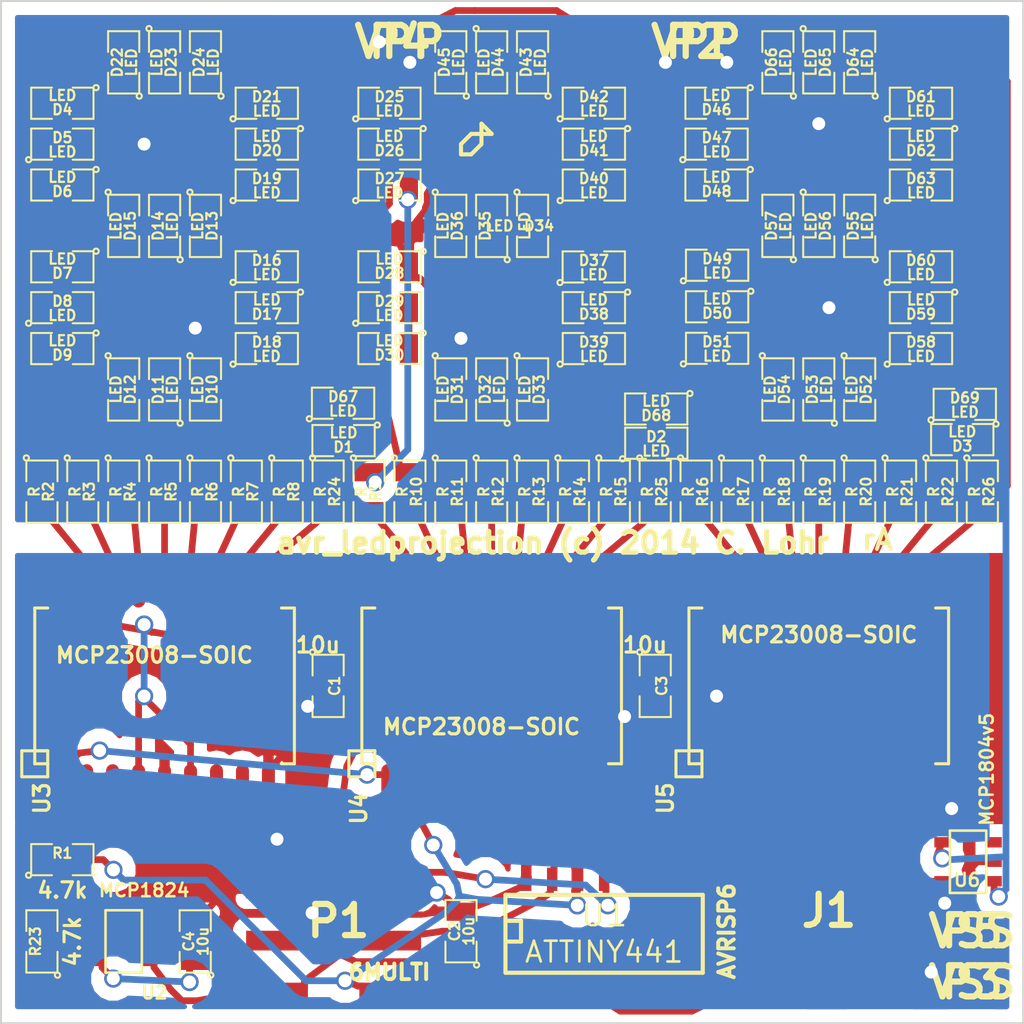
<source format=kicad_pcb>
(kicad_pcb (version 3) (host pcbnew "(2013-jul-07)-stable")
  (title_block (title avr_ledprojection) (rev A))
  (layers (15 F.Cu signal) (0 B.Cu signal) (18 B.Paste user) (19 F.Paste user) (20 B.SilkS user) (21 F.SilkS user) (22 B.Mask user) (23 F.Mask user) (28 Edge.Cuts user))
  (net 0 "")
  (net 1 +3.3V)
  (net 2 +5V)
  (net 3 GND)
  (net 4 N-0000010)
  (net 5 N-00000100)
  (net 6 N-00000101)
  (net 7 N-00000102)
  (net 8 N-00000103)
  (net 9 N-00000104)
  (net 10 N-00000105)
  (net 11 N-00000106)
  (net 12 N-00000108)
  (net 13 N-00000109)
  (net 14 N-0000011)
  (net 15 N-00000110)
  (net 16 N-00000111)
  (net 17 N-00000116)
  (net 18 N-0000014)
  (net 19 N-0000016)
  (net 20 N-0000017)
  (net 21 N-0000018)
  (net 22 N-0000019)
  (net 23 N-000002)
  (net 24 N-0000020)
  (net 25 N-0000021)
  (net 26 N-0000022)
  (net 27 N-0000024)
  (net 28 N-0000025)
  (net 29 N-0000026)
  (net 30 N-0000027)
  (net 31 N-0000030)
  (net 32 N-0000031)
  (net 33 N-0000032)
  (net 34 N-0000034)
  (net 35 N-0000035)
  (net 36 N-000004)
  (net 37 N-0000040)
  (net 38 N-0000041)
  (net 39 N-0000042)
  (net 40 N-0000043)
  (net 41 N-0000044)
  (net 42 N-0000045)
  (net 43 N-0000046)
  (net 44 N-0000047)
  (net 45 N-0000048)
  (net 46 N-0000049)
  (net 47 N-000005)
  (net 48 N-0000050)
  (net 49 N-0000051)
  (net 50 N-0000052)
  (net 51 N-0000053)
  (net 52 N-0000054)
  (net 53 N-0000055)
  (net 54 N-0000056)
  (net 55 N-0000057)
  (net 56 N-0000058)
  (net 57 N-0000059)
  (net 58 N-000006)
  (net 59 N-0000060)
  (net 60 N-0000061)
  (net 61 N-0000062)
  (net 62 N-0000063)
  (net 63 N-0000064)
  (net 64 N-0000065)
  (net 65 N-0000066)
  (net 66 N-0000067)
  (net 67 N-0000068)
  (net 68 N-0000069)
  (net 69 N-000007)
  (net 70 N-0000070)
  (net 71 N-0000071)
  (net 72 N-0000072)
  (net 73 N-0000073)
  (net 74 N-0000074)
  (net 75 N-0000075)
  (net 76 N-0000076)
  (net 77 N-0000077)
  (net 78 N-0000078)
  (net 79 N-0000079)
  (net 80 N-000008)
  (net 81 N-0000080)
  (net 82 N-0000081)
  (net 83 N-0000082)
  (net 84 N-0000083)
  (net 85 N-0000084)
  (net 86 N-0000085)
  (net 87 N-0000086)
  (net 88 N-0000087)
  (net 89 N-0000088)
  (net 90 N-0000089)
  (net 91 N-000009)
  (net 92 N-0000090)
  (net 93 N-0000091)
  (net 94 N-0000092)
  (net 95 N-0000093)
  (net 96 N-0000094)
  (net 97 N-0000095)
  (net 98 N-0000096)
  (net 99 N-0000097)
  (net 100 N-0000098)
  (net 101 N-0000099)
  (net 102 SCL)
  (net 103 SDA)
  (net 104 VPP)
  (module SO14E (layer F.Cu) (at 93.5 92.5)
    (fp_text reference U1 (at 0 -0.762) (layer F.SilkS) (effects (font (size 1.016 1.143) (thickness 0.127))))
    (fp_text value ATTINY441 (at 0 1.016) (layer F.SilkS) (effects (font (size 1.016 1.016) (thickness 0.127))))
    (pad 1 smd rect (at -3.81 2.794) (size 0.508 1.143) (layers F.Cu F.Paste F.Mask) (net 2 +5V))
    (pad 2 smd rect (at -2.54 2.794) (size 0.508 1.143) (layers F.Cu F.Paste F.Mask))
    (pad 3 smd rect (at -1.27 2.794) (size 0.508 1.143) (layers F.Cu F.Paste F.Mask))
    (pad 4 smd rect (at 0 2.794) (size 0.508 1.143) (layers F.Cu F.Paste F.Mask) (net 32 N-0000031))
    (pad 5 smd rect (at 1.27 2.794) (size 0.508 1.143) (layers F.Cu F.Paste F.Mask))
    (pad 6 smd rect (at 2.54 2.794) (size 0.508 1.143) (layers F.Cu F.Paste F.Mask))
    (pad 7 smd rect (at 3.81 2.794) (size 0.508 1.143) (layers F.Cu F.Paste F.Mask) (net 27 N-0000024))
    (pad 8 smd rect (at 3.81 -2.54) (size 0.508 1.143) (layers F.Cu F.Paste F.Mask) (net 30 N-0000027))
    (pad 9 smd rect (at 2.54 -2.54) (size 0.508 1.143) (layers F.Cu F.Paste F.Mask) (net 33 N-0000032))
    (pad 10 smd rect (at 1.27 -2.54) (size 0.508 1.143) (layers F.Cu F.Paste F.Mask))
    (pad 11 smd rect (at 0 -2.54) (size 0.508 1.143) (layers F.Cu F.Paste F.Mask) (net 29 N-0000026))
    (pad 12 smd rect (at -1.27 -2.54) (size 0.508 1.143) (layers F.Cu F.Paste F.Mask) (net 103 SDA))
    (pad 13 smd rect (at -2.54 -2.54) (size 0.508 1.143) (layers F.Cu F.Paste F.Mask) (net 102 SCL))
    (pad 14 smd rect (at -3.81 -2.54) (size 0.508 1.143) (layers F.Cu F.Paste F.Mask) (net 3 GND))
  )
  (module SM0805 (layer F.Cu) (at 99 52 180)
    (fp_text reference D46 (at 0 -0.3175 180) (layer F.SilkS) (effects (font (size 0.50038 0.50038) (thickness 0.10922))))
    (fp_text value LED (at 0 0.381 180) (layer F.SilkS) (effects (font (size 0.50038 0.50038) (thickness 0.10922))))
    (pad 1 smd rect (at -0.9525 0 180) (size 0.889 1.397) (layers F.Cu F.Paste F.Mask) (net 104 VPP))
    (pad 2 smd rect (at 0.9525 0 180) (size 0.889 1.397) (layers F.Cu F.Paste F.Mask) (net 39 N-0000042))
  )
  (module SM0805 (layer F.Cu) (at 102 71 270)
    (fp_text reference R18 (at 0 -0.3175 270) (layer F.SilkS) (effects (font (size 0.50038 0.50038) (thickness 0.10922))))
    (fp_text value R (at 0 0.381 270) (layer F.SilkS) (effects (font (size 0.50038 0.50038) (thickness 0.10922))))
    (pad 1 smd rect (at -0.9525 0 270) (size 0.889 1.397) (layers F.Cu F.Paste F.Mask) (net 68 N-0000069))
    (pad 2 smd rect (at 0.9525 0 270) (size 0.889 1.397) (layers F.Cu F.Paste F.Mask) (net 69 N-000007))
  )
  (module SM0805 (layer F.Cu) (at 102 66 270)
    (fp_text reference D54 (at 0 -0.3175 270) (layer F.SilkS) (effects (font (size 0.50038 0.50038) (thickness 0.10922))))
    (fp_text value LED (at 0 0.381 270) (layer F.SilkS) (effects (font (size 0.50038 0.50038) (thickness 0.10922))))
    (pad 1 smd rect (at -0.9525 0 270) (size 0.889 1.397) (layers F.Cu F.Paste F.Mask) (net 67 N-0000068))
    (pad 2 smd rect (at 0.9525 0 270) (size 0.889 1.397) (layers F.Cu F.Paste F.Mask) (net 68 N-0000069))
  )
  (module SM0805 (layer F.Cu) (at 104 66 90)
    (fp_text reference D53 (at 0 -0.3175 90) (layer F.SilkS) (effects (font (size 0.50038 0.50038) (thickness 0.10922))))
    (fp_text value LED (at 0 0.381 90) (layer F.SilkS) (effects (font (size 0.50038 0.50038) (thickness 0.10922))))
    (pad 1 smd rect (at -0.9525 0 90) (size 0.889 1.397) (layers F.Cu F.Paste F.Mask) (net 66 N-0000067))
    (pad 2 smd rect (at 0.9525 0 90) (size 0.889 1.397) (layers F.Cu F.Paste F.Mask) (net 67 N-0000068))
  )
  (module SM0805 (layer F.Cu) (at 106 66 270)
    (fp_text reference D52 (at 0 -0.3175 270) (layer F.SilkS) (effects (font (size 0.50038 0.50038) (thickness 0.10922))))
    (fp_text value LED (at 0 0.381 270) (layer F.SilkS) (effects (font (size 0.50038 0.50038) (thickness 0.10922))))
    (pad 1 smd rect (at -0.9525 0 270) (size 0.889 1.397) (layers F.Cu F.Paste F.Mask) (net 104 VPP))
    (pad 2 smd rect (at 0.9525 0 270) (size 0.889 1.397) (layers F.Cu F.Paste F.Mask) (net 66 N-0000067))
  )
  (module SM0805 (layer F.Cu) (at 100 71 270)
    (fp_text reference R17 (at 0 -0.3175 270) (layer F.SilkS) (effects (font (size 0.50038 0.50038) (thickness 0.10922))))
    (fp_text value R (at 0 0.381 270) (layer F.SilkS) (effects (font (size 0.50038 0.50038) (thickness 0.10922))))
    (pad 1 smd rect (at -0.9525 0 270) (size 0.889 1.397) (layers F.Cu F.Paste F.Mask) (net 45 N-0000048))
    (pad 2 smd rect (at 0.9525 0 270) (size 0.889 1.397) (layers F.Cu F.Paste F.Mask) (net 53 N-0000055))
  )
  (module SM0805 (layer F.Cu) (at 99.028 63.988)
    (fp_text reference D51 (at 0 -0.3175) (layer F.SilkS) (effects (font (size 0.50038 0.50038) (thickness 0.10922))))
    (fp_text value LED (at 0 0.381) (layer F.SilkS) (effects (font (size 0.50038 0.50038) (thickness 0.10922))))
    (pad 1 smd rect (at -0.9525 0) (size 0.889 1.397) (layers F.Cu F.Paste F.Mask) (net 44 N-0000047))
    (pad 2 smd rect (at 0.9525 0) (size 0.889 1.397) (layers F.Cu F.Paste F.Mask) (net 45 N-0000048))
  )
  (module SM0805 (layer F.Cu) (at 99.028 61.956 180)
    (fp_text reference D50 (at 0 -0.3175 180) (layer F.SilkS) (effects (font (size 0.50038 0.50038) (thickness 0.10922))))
    (fp_text value LED (at 0 0.381 180) (layer F.SilkS) (effects (font (size 0.50038 0.50038) (thickness 0.10922))))
    (pad 1 smd rect (at -0.9525 0 180) (size 0.889 1.397) (layers F.Cu F.Paste F.Mask) (net 43 N-0000046))
    (pad 2 smd rect (at 0.9525 0 180) (size 0.889 1.397) (layers F.Cu F.Paste F.Mask) (net 44 N-0000047))
  )
  (module SM0805 (layer F.Cu) (at 99.028 59.924)
    (fp_text reference D49 (at 0 -0.3175) (layer F.SilkS) (effects (font (size 0.50038 0.50038) (thickness 0.10922))))
    (fp_text value LED (at 0 0.381) (layer F.SilkS) (effects (font (size 0.50038 0.50038) (thickness 0.10922))))
    (pad 1 smd rect (at -0.9525 0) (size 0.889 1.397) (layers F.Cu F.Paste F.Mask) (net 104 VPP))
    (pad 2 smd rect (at 0.9525 0) (size 0.889 1.397) (layers F.Cu F.Paste F.Mask) (net 43 N-0000046))
  )
  (module SM0805 (layer F.Cu) (at 98 71 270)
    (fp_text reference R16 (at 0 -0.3175 270) (layer F.SilkS) (effects (font (size 0.50038 0.50038) (thickness 0.10922))))
    (fp_text value R (at 0 0.381 270) (layer F.SilkS) (effects (font (size 0.50038 0.50038) (thickness 0.10922))))
    (pad 1 smd rect (at -0.9525 0 270) (size 0.889 1.397) (layers F.Cu F.Paste F.Mask) (net 42 N-0000045))
    (pad 2 smd rect (at 0.9525 0 270) (size 0.889 1.397) (layers F.Cu F.Paste F.Mask) (net 80 N-000008))
  )
  (module SM0805 (layer F.Cu) (at 99 56 180)
    (fp_text reference D48 (at 0 -0.3175 180) (layer F.SilkS) (effects (font (size 0.50038 0.50038) (thickness 0.10922))))
    (fp_text value LED (at 0 0.381 180) (layer F.SilkS) (effects (font (size 0.50038 0.50038) (thickness 0.10922))))
    (pad 1 smd rect (at -0.9525 0 180) (size 0.889 1.397) (layers F.Cu F.Paste F.Mask) (net 40 N-0000043))
    (pad 2 smd rect (at 0.9525 0 180) (size 0.889 1.397) (layers F.Cu F.Paste F.Mask) (net 42 N-0000045))
  )
  (module SM0805 (layer F.Cu) (at 99 54)
    (fp_text reference D47 (at 0 -0.3175) (layer F.SilkS) (effects (font (size 0.50038 0.50038) (thickness 0.10922))))
    (fp_text value LED (at 0 0.381) (layer F.SilkS) (effects (font (size 0.50038 0.50038) (thickness 0.10922))))
    (pad 1 smd rect (at -0.9525 0) (size 0.889 1.397) (layers F.Cu F.Paste F.Mask) (net 39 N-0000042))
    (pad 2 smd rect (at 0.9525 0) (size 0.889 1.397) (layers F.Cu F.Paste F.Mask) (net 40 N-0000043))
  )
  (module SM0805 (layer F.Cu) (at 104 58 270)
    (fp_text reference D56 (at 0 -0.3175 270) (layer F.SilkS) (effects (font (size 0.50038 0.50038) (thickness 0.10922))))
    (fp_text value LED (at 0 0.381 270) (layer F.SilkS) (effects (font (size 0.50038 0.50038) (thickness 0.10922))))
    (pad 1 smd rect (at -0.9525 0 270) (size 0.889 1.397) (layers F.Cu F.Paste F.Mask) (net 70 N-0000070))
    (pad 2 smd rect (at 0.9525 0 270) (size 0.889 1.397) (layers F.Cu F.Paste F.Mask) (net 71 N-0000071))
  )
  (module SM0805 (layer F.Cu) (at 94 71 270)
    (fp_text reference R15 (at 0 -0.3175 270) (layer F.SilkS) (effects (font (size 0.50038 0.50038) (thickness 0.10922))))
    (fp_text value R (at 0 0.381 270) (layer F.SilkS) (effects (font (size 0.50038 0.50038) (thickness 0.10922))))
    (pad 1 smd rect (at -0.9525 0 270) (size 0.889 1.397) (layers F.Cu F.Paste F.Mask) (net 38 N-0000041))
    (pad 2 smd rect (at 0.9525 0 270) (size 0.889 1.397) (layers F.Cu F.Paste F.Mask) (net 18 N-0000014))
  )
  (module SM0805 (layer F.Cu) (at 86 50 90)
    (fp_text reference D45 (at 0 -0.3175 90) (layer F.SilkS) (effects (font (size 0.50038 0.50038) (thickness 0.10922))))
    (fp_text value LED (at 0 0.381 90) (layer F.SilkS) (effects (font (size 0.50038 0.50038) (thickness 0.10922))))
    (pad 1 smd rect (at -0.9525 0 90) (size 0.889 1.397) (layers F.Cu F.Paste F.Mask) (net 37 N-0000040))
    (pad 2 smd rect (at 0.9525 0 90) (size 0.889 1.397) (layers F.Cu F.Paste F.Mask) (net 38 N-0000041))
  )
  (module SM0805 (layer F.Cu) (at 88 50 270)
    (fp_text reference D44 (at 0 -0.3175 270) (layer F.SilkS) (effects (font (size 0.50038 0.50038) (thickness 0.10922))))
    (fp_text value LED (at 0 0.381 270) (layer F.SilkS) (effects (font (size 0.50038 0.50038) (thickness 0.10922))))
    (pad 1 smd rect (at -0.9525 0 270) (size 0.889 1.397) (layers F.Cu F.Paste F.Mask) (net 41 N-0000044))
    (pad 2 smd rect (at 0.9525 0 270) (size 0.889 1.397) (layers F.Cu F.Paste F.Mask) (net 37 N-0000040))
  )
  (module SM0805 (layer F.Cu) (at 90 50 90)
    (fp_text reference D43 (at 0 -0.3175 90) (layer F.SilkS) (effects (font (size 0.50038 0.50038) (thickness 0.10922))))
    (fp_text value LED (at 0 0.381 90) (layer F.SilkS) (effects (font (size 0.50038 0.50038) (thickness 0.10922))))
    (pad 1 smd rect (at -0.9525 0 90) (size 0.889 1.397) (layers F.Cu F.Paste F.Mask) (net 104 VPP))
    (pad 2 smd rect (at 0.9525 0 90) (size 0.889 1.397) (layers F.Cu F.Paste F.Mask) (net 41 N-0000044))
  )
  (module SM0805 (layer F.Cu) (at 92 71 270)
    (fp_text reference R14 (at 0 -0.3175 270) (layer F.SilkS) (effects (font (size 0.50038 0.50038) (thickness 0.10922))))
    (fp_text value R (at 0 0.381 270) (layer F.SilkS) (effects (font (size 0.50038 0.50038) (thickness 0.10922))))
    (pad 1 smd rect (at -0.9525 0 270) (size 0.889 1.397) (layers F.Cu F.Paste F.Mask) (net 56 N-0000058))
    (pad 2 smd rect (at 0.9525 0 270) (size 0.889 1.397) (layers F.Cu F.Paste F.Mask) (net 57 N-0000059))
  )
  (module SM0805 (layer F.Cu) (at 93 52)
    (fp_text reference D42 (at 0 -0.3175) (layer F.SilkS) (effects (font (size 0.50038 0.50038) (thickness 0.10922))))
    (fp_text value LED (at 0 0.381) (layer F.SilkS) (effects (font (size 0.50038 0.50038) (thickness 0.10922))))
    (pad 1 smd rect (at -0.9525 0) (size 0.889 1.397) (layers F.Cu F.Paste F.Mask) (net 55 N-0000057))
    (pad 2 smd rect (at 0.9525 0) (size 0.889 1.397) (layers F.Cu F.Paste F.Mask) (net 56 N-0000058))
  )
  (module SM0805 (layer F.Cu) (at 93 54 180)
    (fp_text reference D41 (at 0 -0.3175 180) (layer F.SilkS) (effects (font (size 0.50038 0.50038) (thickness 0.10922))))
    (fp_text value LED (at 0 0.381 180) (layer F.SilkS) (effects (font (size 0.50038 0.50038) (thickness 0.10922))))
    (pad 1 smd rect (at -0.9525 0 180) (size 0.889 1.397) (layers F.Cu F.Paste F.Mask) (net 54 N-0000056))
    (pad 2 smd rect (at 0.9525 0 180) (size 0.889 1.397) (layers F.Cu F.Paste F.Mask) (net 55 N-0000057))
  )
  (module SM0805 (layer F.Cu) (at 93 56)
    (fp_text reference D40 (at 0 -0.3175) (layer F.SilkS) (effects (font (size 0.50038 0.50038) (thickness 0.10922))))
    (fp_text value LED (at 0 0.381) (layer F.SilkS) (effects (font (size 0.50038 0.50038) (thickness 0.10922))))
    (pad 1 smd rect (at -0.9525 0) (size 0.889 1.397) (layers F.Cu F.Paste F.Mask) (net 104 VPP))
    (pad 2 smd rect (at 0.9525 0) (size 0.889 1.397) (layers F.Cu F.Paste F.Mask) (net 54 N-0000056))
  )
  (module SM0805 (layer F.Cu) (at 108 71 270)
    (fp_text reference R21 (at 0 -0.3175 270) (layer F.SilkS) (effects (font (size 0.50038 0.50038) (thickness 0.10922))))
    (fp_text value R (at 0 0.381 270) (layer F.SilkS) (effects (font (size 0.50038 0.50038) (thickness 0.10922))))
    (pad 1 smd rect (at -0.9525 0 270) (size 0.889 1.397) (layers F.Cu F.Paste F.Mask) (net 62 N-0000063))
    (pad 2 smd rect (at 0.9525 0 270) (size 0.889 1.397) (layers F.Cu F.Paste F.Mask) (net 28 N-0000025))
  )
  (module SM0805 (layer F.Cu) (at 96 80.5 270)
    (fp_text reference C3 (at 0 -0.3175 270) (layer F.SilkS) (effects (font (size 0.50038 0.50038) (thickness 0.10922))))
    (fp_text value 10u (at -2 0.5 360) (layer F.SilkS) (effects (font (size 0.762 0.762) (thickness 0.1524))))
    (pad 1 smd rect (at -0.9525 0 270) (size 0.889 1.397) (layers F.Cu F.Paste F.Mask) (net 2 +5V))
    (pad 2 smd rect (at 0.9525 0 270) (size 0.889 1.397) (layers F.Cu F.Paste F.Mask) (net 3 GND))
  )
  (module SM0805 (layer F.Cu) (at 86.5 92.5 90)
    (fp_text reference C2 (at 0 -0.3175 90) (layer F.SilkS) (effects (font (size 0.50038 0.50038) (thickness 0.10922))))
    (fp_text value 10u (at 0 0.381 90) (layer F.SilkS) (effects (font (size 0.50038 0.50038) (thickness 0.10922))))
    (pad 1 smd rect (at -0.9525 0 90) (size 0.889 1.397) (layers F.Cu F.Paste F.Mask) (net 2 +5V))
    (pad 2 smd rect (at 0.9525 0 90) (size 0.889 1.397) (layers F.Cu F.Paste F.Mask) (net 3 GND))
  )
  (module SM0805 (layer F.Cu) (at 80 80.5 270)
    (fp_text reference C1 (at 0 -0.3175 270) (layer F.SilkS) (effects (font (size 0.50038 0.50038) (thickness 0.10922))))
    (fp_text value 10u (at -2 0.5 360) (layer F.SilkS) (effects (font (size 0.762 0.762) (thickness 0.1524))))
    (pad 1 smd rect (at -0.9525 0 270) (size 0.889 1.397) (layers F.Cu F.Paste F.Mask) (net 2 +5V))
    (pad 2 smd rect (at 0.9525 0 270) (size 0.889 1.397) (layers F.Cu F.Paste F.Mask) (net 3 GND))
  )
  (module SM0805 (layer F.Cu) (at 67 89)
    (fp_text reference R1 (at 0 -0.3175) (layer F.SilkS) (effects (font (size 0.50038 0.50038) (thickness 0.10922))))
    (fp_text value 4.7k (at 0 1.5) (layer F.SilkS) (effects (font (size 0.762 0.762) (thickness 0.1524))))
    (pad 1 smd rect (at -0.9525 0) (size 0.889 1.397) (layers F.Cu F.Paste F.Mask) (net 1 +3.3V))
    (pad 2 smd rect (at 0.9525 0) (size 0.889 1.397) (layers F.Cu F.Paste F.Mask) (net 103 SDA))
  )
  (module SM0805 (layer F.Cu) (at 111.01832 68.453 180)
    (fp_text reference D3 (at 0 -0.3175 180) (layer F.SilkS) (effects (font (size 0.50038 0.50038) (thickness 0.10922))))
    (fp_text value LED (at 0 0.381 180) (layer F.SilkS) (effects (font (size 0.50038 0.50038) (thickness 0.10922))))
    (pad 1 smd rect (at -0.9525 0 180) (size 0.889 1.397) (layers F.Cu F.Paste F.Mask) (net 14 N-0000011))
    (pad 2 smd rect (at 0.9525 0 180) (size 0.889 1.397) (layers F.Cu F.Paste F.Mask) (net 20 N-0000017))
  )
  (module SM0805 (layer F.Cu) (at 96.05264 68.6308)
    (fp_text reference D2 (at 0 -0.3175) (layer F.SilkS) (effects (font (size 0.50038 0.50038) (thickness 0.10922))))
    (fp_text value LED (at 0 0.381) (layer F.SilkS) (effects (font (size 0.50038 0.50038) (thickness 0.10922))))
    (pad 1 smd rect (at -0.9525 0) (size 0.889 1.397) (layers F.Cu F.Paste F.Mask) (net 34 N-0000034))
    (pad 2 smd rect (at 0.9525 0) (size 0.889 1.397) (layers F.Cu F.Paste F.Mask) (net 22 N-0000019))
  )
  (module SM0805 (layer F.Cu) (at 80.75422 68.50126 180)
    (fp_text reference D1 (at 0 -0.3175 180) (layer F.SilkS) (effects (font (size 0.50038 0.50038) (thickness 0.10922))))
    (fp_text value LED (at 0 0.381 180) (layer F.SilkS) (effects (font (size 0.50038 0.50038) (thickness 0.10922))))
    (pad 1 smd rect (at -0.9525 0 180) (size 0.889 1.397) (layers F.Cu F.Paste F.Mask) (net 35 N-0000035))
    (pad 2 smd rect (at 0.9525 0 180) (size 0.889 1.397) (layers F.Cu F.Paste F.Mask) (net 25 N-0000021))
  )
  (module SM0805 (layer F.Cu) (at 110 71 270)
    (fp_text reference R22 (at 0 -0.3175 270) (layer F.SilkS) (effects (font (size 0.50038 0.50038) (thickness 0.10922))))
    (fp_text value R (at 0 0.381 270) (layer F.SilkS) (effects (font (size 0.50038 0.50038) (thickness 0.10922))))
    (pad 1 smd rect (at -0.9525 0 270) (size 0.889 1.397) (layers F.Cu F.Paste F.Mask) (net 65 N-0000066))
    (pad 2 smd rect (at 0.9525 0 270) (size 0.889 1.397) (layers F.Cu F.Paste F.Mask) (net 47 N-000005))
  )
  (module SM0805 (layer F.Cu) (at 102 50 90)
    (fp_text reference D66 (at 0 -0.3175 90) (layer F.SilkS) (effects (font (size 0.50038 0.50038) (thickness 0.10922))))
    (fp_text value LED (at 0 0.381 90) (layer F.SilkS) (effects (font (size 0.50038 0.50038) (thickness 0.10922))))
    (pad 1 smd rect (at -0.9525 0 90) (size 0.889 1.397) (layers F.Cu F.Paste F.Mask) (net 64 N-0000065))
    (pad 2 smd rect (at 0.9525 0 90) (size 0.889 1.397) (layers F.Cu F.Paste F.Mask) (net 65 N-0000066))
  )
  (module SM0805 (layer F.Cu) (at 104 50 270)
    (fp_text reference D65 (at 0 -0.3175 270) (layer F.SilkS) (effects (font (size 0.50038 0.50038) (thickness 0.10922))))
    (fp_text value LED (at 0 0.381 270) (layer F.SilkS) (effects (font (size 0.50038 0.50038) (thickness 0.10922))))
    (pad 1 smd rect (at -0.9525 0 270) (size 0.889 1.397) (layers F.Cu F.Paste F.Mask) (net 63 N-0000064))
    (pad 2 smd rect (at 0.9525 0 270) (size 0.889 1.397) (layers F.Cu F.Paste F.Mask) (net 64 N-0000065))
  )
  (module SM0805 (layer F.Cu) (at 106 50 90)
    (fp_text reference D64 (at 0 -0.3175 90) (layer F.SilkS) (effects (font (size 0.50038 0.50038) (thickness 0.10922))))
    (fp_text value LED (at 0 0.381 90) (layer F.SilkS) (effects (font (size 0.50038 0.50038) (thickness 0.10922))))
    (pad 1 smd rect (at -0.9525 0 90) (size 0.889 1.397) (layers F.Cu F.Paste F.Mask) (net 104 VPP))
    (pad 2 smd rect (at 0.9525 0 90) (size 0.889 1.397) (layers F.Cu F.Paste F.Mask) (net 63 N-0000064))
  )
  (module SM0805 (layer F.Cu) (at 106 58 90)
    (fp_text reference D55 (at 0 -0.3175 90) (layer F.SilkS) (effects (font (size 0.50038 0.50038) (thickness 0.10922))))
    (fp_text value LED (at 0 0.381 90) (layer F.SilkS) (effects (font (size 0.50038 0.50038) (thickness 0.10922))))
    (pad 1 smd rect (at -0.9525 0 90) (size 0.889 1.397) (layers F.Cu F.Paste F.Mask) (net 104 VPP))
    (pad 2 smd rect (at 0.9525 0 90) (size 0.889 1.397) (layers F.Cu F.Paste F.Mask) (net 70 N-0000070))
  )
  (module SM0805 (layer F.Cu) (at 109 56)
    (fp_text reference D63 (at 0 -0.3175) (layer F.SilkS) (effects (font (size 0.50038 0.50038) (thickness 0.10922))))
    (fp_text value LED (at 0 0.381) (layer F.SilkS) (effects (font (size 0.50038 0.50038) (thickness 0.10922))))
    (pad 1 smd rect (at -0.9525 0) (size 0.889 1.397) (layers F.Cu F.Paste F.Mask) (net 61 N-0000062))
    (pad 2 smd rect (at 0.9525 0) (size 0.889 1.397) (layers F.Cu F.Paste F.Mask) (net 62 N-0000063))
  )
  (module SM0805 (layer F.Cu) (at 109 54 180)
    (fp_text reference D62 (at 0 -0.3175 180) (layer F.SilkS) (effects (font (size 0.50038 0.50038) (thickness 0.10922))))
    (fp_text value LED (at 0 0.381 180) (layer F.SilkS) (effects (font (size 0.50038 0.50038) (thickness 0.10922))))
    (pad 1 smd rect (at -0.9525 0 180) (size 0.889 1.397) (layers F.Cu F.Paste F.Mask) (net 60 N-0000061))
    (pad 2 smd rect (at 0.9525 0 180) (size 0.889 1.397) (layers F.Cu F.Paste F.Mask) (net 61 N-0000062))
  )
  (module SM0805 (layer F.Cu) (at 109 52)
    (fp_text reference D61 (at 0 -0.3175) (layer F.SilkS) (effects (font (size 0.50038 0.50038) (thickness 0.10922))))
    (fp_text value LED (at 0 0.381) (layer F.SilkS) (effects (font (size 0.50038 0.50038) (thickness 0.10922))))
    (pad 1 smd rect (at -0.9525 0) (size 0.889 1.397) (layers F.Cu F.Paste F.Mask) (net 104 VPP))
    (pad 2 smd rect (at 0.9525 0) (size 0.889 1.397) (layers F.Cu F.Paste F.Mask) (net 60 N-0000061))
  )
  (module SM0805 (layer F.Cu) (at 106 71 270)
    (fp_text reference R20 (at 0 -0.3175 270) (layer F.SilkS) (effects (font (size 0.50038 0.50038) (thickness 0.10922))))
    (fp_text value R (at 0 0.381 270) (layer F.SilkS) (effects (font (size 0.50038 0.50038) (thickness 0.10922))))
    (pad 1 smd rect (at -0.9525 0 270) (size 0.889 1.397) (layers F.Cu F.Paste F.Mask) (net 59 N-0000060))
    (pad 2 smd rect (at 0.9525 0 270) (size 0.889 1.397) (layers F.Cu F.Paste F.Mask) (net 58 N-000006))
  )
  (module SM0805 (layer F.Cu) (at 109 60)
    (fp_text reference D60 (at 0 -0.3175) (layer F.SilkS) (effects (font (size 0.50038 0.50038) (thickness 0.10922))))
    (fp_text value LED (at 0 0.381) (layer F.SilkS) (effects (font (size 0.50038 0.50038) (thickness 0.10922))))
    (pad 1 smd rect (at -0.9525 0) (size 0.889 1.397) (layers F.Cu F.Paste F.Mask) (net 75 N-0000075))
    (pad 2 smd rect (at 0.9525 0) (size 0.889 1.397) (layers F.Cu F.Paste F.Mask) (net 59 N-0000060))
  )
  (module SM0805 (layer F.Cu) (at 109 62 180)
    (fp_text reference D59 (at 0 -0.3175 180) (layer F.SilkS) (effects (font (size 0.50038 0.50038) (thickness 0.10922))))
    (fp_text value LED (at 0 0.381 180) (layer F.SilkS) (effects (font (size 0.50038 0.50038) (thickness 0.10922))))
    (pad 1 smd rect (at -0.9525 0 180) (size 0.889 1.397) (layers F.Cu F.Paste F.Mask) (net 74 N-0000074))
    (pad 2 smd rect (at 0.9525 0 180) (size 0.889 1.397) (layers F.Cu F.Paste F.Mask) (net 75 N-0000075))
  )
  (module SM0805 (layer F.Cu) (at 109 64)
    (fp_text reference D58 (at 0 -0.3175) (layer F.SilkS) (effects (font (size 0.50038 0.50038) (thickness 0.10922))))
    (fp_text value LED (at 0 0.381) (layer F.SilkS) (effects (font (size 0.50038 0.50038) (thickness 0.10922))))
    (pad 1 smd rect (at -0.9525 0) (size 0.889 1.397) (layers F.Cu F.Paste F.Mask) (net 104 VPP))
    (pad 2 smd rect (at 0.9525 0) (size 0.889 1.397) (layers F.Cu F.Paste F.Mask) (net 74 N-0000074))
  )
  (module SM0805 (layer F.Cu) (at 104 71 270)
    (fp_text reference R19 (at 0 -0.3175 270) (layer F.SilkS) (effects (font (size 0.50038 0.50038) (thickness 0.10922))))
    (fp_text value R (at 0 0.381 270) (layer F.SilkS) (effects (font (size 0.50038 0.50038) (thickness 0.10922))))
    (pad 1 smd rect (at -0.9525 0 270) (size 0.889 1.397) (layers F.Cu F.Paste F.Mask) (net 72 N-0000072))
    (pad 2 smd rect (at 0.9525 0 270) (size 0.889 1.397) (layers F.Cu F.Paste F.Mask) (net 73 N-0000073))
  )
  (module SM0805 (layer F.Cu) (at 102 58 90)
    (fp_text reference D57 (at 0 -0.3175 90) (layer F.SilkS) (effects (font (size 0.50038 0.50038) (thickness 0.10922))))
    (fp_text value LED (at 0 0.381 90) (layer F.SilkS) (effects (font (size 0.50038 0.50038) (thickness 0.10922))))
    (pad 1 smd rect (at -0.9525 0 90) (size 0.889 1.397) (layers F.Cu F.Paste F.Mask) (net 71 N-0000071))
    (pad 2 smd rect (at 0.9525 0 90) (size 0.889 1.397) (layers F.Cu F.Paste F.Mask) (net 72 N-0000072))
  )
  (module SM0805 (layer F.Cu) (at 90 71 270)
    (fp_text reference R13 (at 0 -0.3175 270) (layer F.SilkS) (effects (font (size 0.50038 0.50038) (thickness 0.10922))))
    (fp_text value R (at 0 0.381 270) (layer F.SilkS) (effects (font (size 0.50038 0.50038) (thickness 0.10922))))
    (pad 1 smd rect (at -0.9525 0 270) (size 0.889 1.397) (layers F.Cu F.Paste F.Mask) (net 52 N-0000054))
    (pad 2 smd rect (at 0.9525 0 270) (size 0.889 1.397) (layers F.Cu F.Paste F.Mask) (net 46 N-0000049))
  )
  (module SM0805 (layer F.Cu) (at 74 58 270)
    (fp_text reference D13 (at 0 -0.3175 270) (layer F.SilkS) (effects (font (size 0.50038 0.50038) (thickness 0.10922))))
    (fp_text value LED (at 0 0.381 270) (layer F.SilkS) (effects (font (size 0.50038 0.50038) (thickness 0.10922))))
    (pad 1 smd rect (at -0.9525 0 270) (size 0.889 1.397) (layers F.Cu F.Paste F.Mask) (net 104 VPP))
    (pad 2 smd rect (at 0.9525 0 270) (size 0.889 1.397) (layers F.Cu F.Paste F.Mask) (net 76 N-0000076))
  )
  (module SM0805 (layer F.Cu) (at 67 52 180)
    (fp_text reference D4 (at 0 -0.3175 180) (layer F.SilkS) (effects (font (size 0.50038 0.50038) (thickness 0.10922))))
    (fp_text value LED (at 0 0.381 180) (layer F.SilkS) (effects (font (size 0.50038 0.50038) (thickness 0.10922))))
    (pad 1 smd rect (at -0.9525 0 180) (size 0.889 1.397) (layers F.Cu F.Paste F.Mask) (net 104 VPP))
    (pad 2 smd rect (at 0.9525 0 180) (size 0.889 1.397) (layers F.Cu F.Paste F.Mask) (net 86 N-0000085))
  )
  (module SM0805 (layer F.Cu) (at 77 52)
    (fp_text reference D21 (at 0 -0.3175) (layer F.SilkS) (effects (font (size 0.50038 0.50038) (thickness 0.10922))))
    (fp_text value LED (at 0 0.381) (layer F.SilkS) (effects (font (size 0.50038 0.50038) (thickness 0.10922))))
    (pad 1 smd rect (at -0.9525 0) (size 0.889 1.397) (layers F.Cu F.Paste F.Mask) (net 8 N-00000103))
    (pad 2 smd rect (at 0.9525 0) (size 0.889 1.397) (layers F.Cu F.Paste F.Mask) (net 9 N-00000104))
  )
  (module SM0805 (layer F.Cu) (at 77 54 180)
    (fp_text reference D20 (at 0 -0.3175 180) (layer F.SilkS) (effects (font (size 0.50038 0.50038) (thickness 0.10922))))
    (fp_text value LED (at 0 0.381 180) (layer F.SilkS) (effects (font (size 0.50038 0.50038) (thickness 0.10922))))
    (pad 1 smd rect (at -0.9525 0 180) (size 0.889 1.397) (layers F.Cu F.Paste F.Mask) (net 90 N-0000089))
    (pad 2 smd rect (at 0.9525 0 180) (size 0.889 1.397) (layers F.Cu F.Paste F.Mask) (net 8 N-00000103))
  )
  (module SM0805 (layer F.Cu) (at 77 56)
    (fp_text reference D19 (at 0 -0.3175) (layer F.SilkS) (effects (font (size 0.50038 0.50038) (thickness 0.10922))))
    (fp_text value LED (at 0 0.381) (layer F.SilkS) (effects (font (size 0.50038 0.50038) (thickness 0.10922))))
    (pad 1 smd rect (at -0.9525 0) (size 0.889 1.397) (layers F.Cu F.Paste F.Mask) (net 104 VPP))
    (pad 2 smd rect (at 0.9525 0) (size 0.889 1.397) (layers F.Cu F.Paste F.Mask) (net 90 N-0000089))
  )
  (module SM0805 (layer F.Cu) (at 74 71 270)
    (fp_text reference R6 (at 0 -0.3175 270) (layer F.SilkS) (effects (font (size 0.50038 0.50038) (thickness 0.10922))))
    (fp_text value R (at 0 0.381 270) (layer F.SilkS) (effects (font (size 0.50038 0.50038) (thickness 0.10922))))
    (pad 1 smd rect (at -0.9525 0 270) (size 0.889 1.397) (layers F.Cu F.Paste F.Mask) (net 84 N-0000083))
    (pad 2 smd rect (at 0.9525 0 270) (size 0.889 1.397) (layers F.Cu F.Paste F.Mask) (net 85 N-0000084))
  )
  (module SM0805 (layer F.Cu) (at 77 64)
    (fp_text reference D18 (at 0 -0.3175) (layer F.SilkS) (effects (font (size 0.50038 0.50038) (thickness 0.10922))))
    (fp_text value LED (at 0 0.381) (layer F.SilkS) (effects (font (size 0.50038 0.50038) (thickness 0.10922))))
    (pad 1 smd rect (at -0.9525 0) (size 0.889 1.397) (layers F.Cu F.Paste F.Mask) (net 83 N-0000082))
    (pad 2 smd rect (at 0.9525 0) (size 0.889 1.397) (layers F.Cu F.Paste F.Mask) (net 84 N-0000083))
  )
  (module SM0805 (layer F.Cu) (at 77 62 180)
    (fp_text reference D17 (at 0 -0.3175 180) (layer F.SilkS) (effects (font (size 0.50038 0.50038) (thickness 0.10922))))
    (fp_text value LED (at 0 0.381 180) (layer F.SilkS) (effects (font (size 0.50038 0.50038) (thickness 0.10922))))
    (pad 1 smd rect (at -0.9525 0 180) (size 0.889 1.397) (layers F.Cu F.Paste F.Mask) (net 82 N-0000081))
    (pad 2 smd rect (at 0.9525 0 180) (size 0.889 1.397) (layers F.Cu F.Paste F.Mask) (net 83 N-0000082))
  )
  (module SM0805 (layer F.Cu) (at 77 60)
    (fp_text reference D16 (at 0 -0.3175) (layer F.SilkS) (effects (font (size 0.50038 0.50038) (thickness 0.10922))))
    (fp_text value LED (at 0 0.381) (layer F.SilkS) (effects (font (size 0.50038 0.50038) (thickness 0.10922))))
    (pad 1 smd rect (at -0.9525 0) (size 0.889 1.397) (layers F.Cu F.Paste F.Mask) (net 104 VPP))
    (pad 2 smd rect (at 0.9525 0) (size 0.889 1.397) (layers F.Cu F.Paste F.Mask) (net 82 N-0000081))
  )
  (module SM0805 (layer F.Cu) (at 72 71 270)
    (fp_text reference R5 (at 0 -0.3175 270) (layer F.SilkS) (effects (font (size 0.50038 0.50038) (thickness 0.10922))))
    (fp_text value R (at 0 0.381 270) (layer F.SilkS) (effects (font (size 0.50038 0.50038) (thickness 0.10922))))
    (pad 1 smd rect (at -0.9525 0 270) (size 0.889 1.397) (layers F.Cu F.Paste F.Mask) (net 78 N-0000078))
    (pad 2 smd rect (at 0.9525 0 270) (size 0.889 1.397) (layers F.Cu F.Paste F.Mask) (net 79 N-0000079))
  )
  (module SM0805 (layer F.Cu) (at 70 58 270)
    (fp_text reference D15 (at 0 -0.3175 270) (layer F.SilkS) (effects (font (size 0.50038 0.50038) (thickness 0.10922))))
    (fp_text value LED (at 0 0.381 270) (layer F.SilkS) (effects (font (size 0.50038 0.50038) (thickness 0.10922))))
    (pad 1 smd rect (at -0.9525 0 270) (size 0.889 1.397) (layers F.Cu F.Paste F.Mask) (net 77 N-0000077))
    (pad 2 smd rect (at 0.9525 0 270) (size 0.889 1.397) (layers F.Cu F.Paste F.Mask) (net 78 N-0000078))
  )
  (module SM0805 (layer F.Cu) (at 72 58 90)
    (fp_text reference D14 (at 0 -0.3175 90) (layer F.SilkS) (effects (font (size 0.50038 0.50038) (thickness 0.10922))))
    (fp_text value LED (at 0 0.381 90) (layer F.SilkS) (effects (font (size 0.50038 0.50038) (thickness 0.10922))))
    (pad 1 smd rect (at -0.9525 0 90) (size 0.889 1.397) (layers F.Cu F.Paste F.Mask) (net 76 N-0000076))
    (pad 2 smd rect (at 0.9525 0 90) (size 0.889 1.397) (layers F.Cu F.Paste F.Mask) (net 77 N-0000077))
  )
  (module SM0805 (layer F.Cu) (at 76 71 270)
    (fp_text reference R7 (at 0 -0.3175 270) (layer F.SilkS) (effects (font (size 0.50038 0.50038) (thickness 0.10922))))
    (fp_text value R (at 0 0.381 270) (layer F.SilkS) (effects (font (size 0.50038 0.50038) (thickness 0.10922))))
    (pad 1 smd rect (at -0.9525 0 270) (size 0.889 1.397) (layers F.Cu F.Paste F.Mask) (net 9 N-00000104))
    (pad 2 smd rect (at 0.9525 0 270) (size 0.889 1.397) (layers F.Cu F.Paste F.Mask) (net 24 N-0000020))
  )
  (module SM0805 (layer F.Cu) (at 70 71 270)
    (fp_text reference R4 (at 0 -0.3175 270) (layer F.SilkS) (effects (font (size 0.50038 0.50038) (thickness 0.10922))))
    (fp_text value R (at 0 0.381 270) (layer F.SilkS) (effects (font (size 0.50038 0.50038) (thickness 0.10922))))
    (pad 1 smd rect (at -0.9525 0 270) (size 0.889 1.397) (layers F.Cu F.Paste F.Mask) (net 81 N-0000080))
    (pad 2 smd rect (at 0.9525 0 270) (size 0.889 1.397) (layers F.Cu F.Paste F.Mask) (net 91 N-000009))
  )
  (module SM0805 (layer F.Cu) (at 70 66 270)
    (fp_text reference D12 (at 0 -0.3175 270) (layer F.SilkS) (effects (font (size 0.50038 0.50038) (thickness 0.10922))))
    (fp_text value LED (at 0 0.381 270) (layer F.SilkS) (effects (font (size 0.50038 0.50038) (thickness 0.10922))))
    (pad 1 smd rect (at -0.9525 0 270) (size 0.889 1.397) (layers F.Cu F.Paste F.Mask) (net 95 N-0000093))
    (pad 2 smd rect (at 0.9525 0 270) (size 0.889 1.397) (layers F.Cu F.Paste F.Mask) (net 81 N-0000080))
  )
  (module SM0805 (layer F.Cu) (at 72 66 90)
    (fp_text reference D11 (at 0 -0.3175 90) (layer F.SilkS) (effects (font (size 0.50038 0.50038) (thickness 0.10922))))
    (fp_text value LED (at 0 0.381 90) (layer F.SilkS) (effects (font (size 0.50038 0.50038) (thickness 0.10922))))
    (pad 1 smd rect (at -0.9525 0 90) (size 0.889 1.397) (layers F.Cu F.Paste F.Mask) (net 94 N-0000092))
    (pad 2 smd rect (at 0.9525 0 90) (size 0.889 1.397) (layers F.Cu F.Paste F.Mask) (net 95 N-0000093))
  )
  (module SM0805 (layer F.Cu) (at 74 66 270)
    (fp_text reference D10 (at 0 -0.3175 270) (layer F.SilkS) (effects (font (size 0.50038 0.50038) (thickness 0.10922))))
    (fp_text value LED (at 0 0.381 270) (layer F.SilkS) (effects (font (size 0.50038 0.50038) (thickness 0.10922))))
    (pad 1 smd rect (at -0.9525 0 270) (size 0.889 1.397) (layers F.Cu F.Paste F.Mask) (net 104 VPP))
    (pad 2 smd rect (at 0.9525 0 270) (size 0.889 1.397) (layers F.Cu F.Paste F.Mask) (net 94 N-0000092))
  )
  (module SM0805 (layer F.Cu) (at 68 71 270)
    (fp_text reference R3 (at 0 -0.3175 270) (layer F.SilkS) (effects (font (size 0.50038 0.50038) (thickness 0.10922))))
    (fp_text value R (at 0 0.381 270) (layer F.SilkS) (effects (font (size 0.50038 0.50038) (thickness 0.10922))))
    (pad 1 smd rect (at -0.9525 0 270) (size 0.889 1.397) (layers F.Cu F.Paste F.Mask) (net 93 N-0000091))
    (pad 2 smd rect (at 0.9525 0 270) (size 0.889 1.397) (layers F.Cu F.Paste F.Mask) (net 17 N-00000116))
  )
  (module SM0805 (layer F.Cu) (at 67 64 180)
    (fp_text reference D9 (at 0 -0.3175 180) (layer F.SilkS) (effects (font (size 0.50038 0.50038) (thickness 0.10922))))
    (fp_text value LED (at 0 0.381 180) (layer F.SilkS) (effects (font (size 0.50038 0.50038) (thickness 0.10922))))
    (pad 1 smd rect (at -0.9525 0 180) (size 0.889 1.397) (layers F.Cu F.Paste F.Mask) (net 92 N-0000090))
    (pad 2 smd rect (at 0.9525 0 180) (size 0.889 1.397) (layers F.Cu F.Paste F.Mask) (net 93 N-0000091))
  )
  (module SM0805 (layer F.Cu) (at 67 62)
    (fp_text reference D8 (at 0 -0.3175) (layer F.SilkS) (effects (font (size 0.50038 0.50038) (thickness 0.10922))))
    (fp_text value LED (at 0 0.381) (layer F.SilkS) (effects (font (size 0.50038 0.50038) (thickness 0.10922))))
    (pad 1 smd rect (at -0.9525 0) (size 0.889 1.397) (layers F.Cu F.Paste F.Mask) (net 89 N-0000088))
    (pad 2 smd rect (at 0.9525 0) (size 0.889 1.397) (layers F.Cu F.Paste F.Mask) (net 92 N-0000090))
  )
  (module SM0805 (layer F.Cu) (at 67 60 180)
    (fp_text reference D7 (at 0 -0.3175 180) (layer F.SilkS) (effects (font (size 0.50038 0.50038) (thickness 0.10922))))
    (fp_text value LED (at 0 0.381 180) (layer F.SilkS) (effects (font (size 0.50038 0.50038) (thickness 0.10922))))
    (pad 1 smd rect (at -0.9525 0 180) (size 0.889 1.397) (layers F.Cu F.Paste F.Mask) (net 104 VPP))
    (pad 2 smd rect (at 0.9525 0 180) (size 0.889 1.397) (layers F.Cu F.Paste F.Mask) (net 89 N-0000088))
  )
  (module SM0805 (layer F.Cu) (at 66 71 270)
    (fp_text reference R2 (at 0 -0.3175 270) (layer F.SilkS) (effects (font (size 0.50038 0.50038) (thickness 0.10922))))
    (fp_text value R (at 0 0.381 270) (layer F.SilkS) (effects (font (size 0.50038 0.50038) (thickness 0.10922))))
    (pad 1 smd rect (at -0.9525 0 270) (size 0.889 1.397) (layers F.Cu F.Paste F.Mask) (net 88 N-0000087))
    (pad 2 smd rect (at 0.9525 0 270) (size 0.889 1.397) (layers F.Cu F.Paste F.Mask) (net 4 N-0000010))
  )
  (module SM0805 (layer F.Cu) (at 67 56 180)
    (fp_text reference D6 (at 0 -0.3175 180) (layer F.SilkS) (effects (font (size 0.50038 0.50038) (thickness 0.10922))))
    (fp_text value LED (at 0 0.381 180) (layer F.SilkS) (effects (font (size 0.50038 0.50038) (thickness 0.10922))))
    (pad 1 smd rect (at -0.9525 0 180) (size 0.889 1.397) (layers F.Cu F.Paste F.Mask) (net 87 N-0000086))
    (pad 2 smd rect (at 0.9525 0 180) (size 0.889 1.397) (layers F.Cu F.Paste F.Mask) (net 88 N-0000087))
  )
  (module SM0805 (layer F.Cu) (at 67 54)
    (fp_text reference D5 (at 0 -0.3175) (layer F.SilkS) (effects (font (size 0.50038 0.50038) (thickness 0.10922))))
    (fp_text value LED (at 0 0.381) (layer F.SilkS) (effects (font (size 0.50038 0.50038) (thickness 0.10922))))
    (pad 1 smd rect (at -0.9525 0) (size 0.889 1.397) (layers F.Cu F.Paste F.Mask) (net 86 N-0000085))
    (pad 2 smd rect (at 0.9525 0) (size 0.889 1.397) (layers F.Cu F.Paste F.Mask) (net 87 N-0000086))
  )
  (module SM0805 (layer F.Cu) (at 86 66 270)
    (fp_text reference D31 (at 0 -0.3175 270) (layer F.SilkS) (effects (font (size 0.50038 0.50038) (thickness 0.10922))))
    (fp_text value LED (at 0 0.381 270) (layer F.SilkS) (effects (font (size 0.50038 0.50038) (thickness 0.10922))))
    (pad 1 smd rect (at -0.9525 0 270) (size 0.889 1.397) (layers F.Cu F.Paste F.Mask) (net 104 VPP))
    (pad 2 smd rect (at 0.9525 0 270) (size 0.889 1.397) (layers F.Cu F.Paste F.Mask) (net 100 N-0000098))
  )
  (module SM0805 (layer F.Cu) (at 93 64)
    (fp_text reference D39 (at 0 -0.3175) (layer F.SilkS) (effects (font (size 0.50038 0.50038) (thickness 0.10922))))
    (fp_text value LED (at 0 0.381) (layer F.SilkS) (effects (font (size 0.50038 0.50038) (thickness 0.10922))))
    (pad 1 smd rect (at -0.9525 0) (size 0.889 1.397) (layers F.Cu F.Paste F.Mask) (net 51 N-0000053))
    (pad 2 smd rect (at 0.9525 0) (size 0.889 1.397) (layers F.Cu F.Paste F.Mask) (net 52 N-0000054))
  )
  (module SM0805 (layer F.Cu) (at 93 62 180)
    (fp_text reference D38 (at 0 -0.3175 180) (layer F.SilkS) (effects (font (size 0.50038 0.50038) (thickness 0.10922))))
    (fp_text value LED (at 0 0.381 180) (layer F.SilkS) (effects (font (size 0.50038 0.50038) (thickness 0.10922))))
    (pad 1 smd rect (at -0.9525 0 180) (size 0.889 1.397) (layers F.Cu F.Paste F.Mask) (net 50 N-0000052))
    (pad 2 smd rect (at 0.9525 0 180) (size 0.889 1.397) (layers F.Cu F.Paste F.Mask) (net 51 N-0000053))
  )
  (module SM0805 (layer F.Cu) (at 92.99448 60.0075)
    (fp_text reference D37 (at 0 -0.3175) (layer F.SilkS) (effects (font (size 0.50038 0.50038) (thickness 0.10922))))
    (fp_text value LED (at 0 0.381) (layer F.SilkS) (effects (font (size 0.50038 0.50038) (thickness 0.10922))))
    (pad 1 smd rect (at -0.9525 0) (size 0.889 1.397) (layers F.Cu F.Paste F.Mask) (net 104 VPP))
    (pad 2 smd rect (at 0.9525 0) (size 0.889 1.397) (layers F.Cu F.Paste F.Mask) (net 50 N-0000052))
  )
  (module SM0805 (layer F.Cu) (at 88 71 270)
    (fp_text reference R12 (at 0 -0.3175 270) (layer F.SilkS) (effects (font (size 0.50038 0.50038) (thickness 0.10922))))
    (fp_text value R (at 0 0.381 270) (layer F.SilkS) (effects (font (size 0.50038 0.50038) (thickness 0.10922))))
    (pad 1 smd rect (at -0.9525 0 270) (size 0.889 1.397) (layers F.Cu F.Paste F.Mask) (net 48 N-0000050))
    (pad 2 smd rect (at 0.9525 0 270) (size 0.889 1.397) (layers F.Cu F.Paste F.Mask) (net 49 N-0000051))
  )
  (module SM0805 (layer F.Cu) (at 86 58 270)
    (fp_text reference D36 (at 0 -0.3175 270) (layer F.SilkS) (effects (font (size 0.50038 0.50038) (thickness 0.10922))))
    (fp_text value LED (at 0 0.381 270) (layer F.SilkS) (effects (font (size 0.50038 0.50038) (thickness 0.10922))))
    (pad 1 smd rect (at -0.9525 0 270) (size 0.889 1.397) (layers F.Cu F.Paste F.Mask) (net 7 N-00000102))
    (pad 2 smd rect (at 0.9525 0 270) (size 0.889 1.397) (layers F.Cu F.Paste F.Mask) (net 48 N-0000050))
  )
  (module SM0805 (layer F.Cu) (at 88 58 90)
    (fp_text reference D35 (at 0 -0.3175 90) (layer F.SilkS) (effects (font (size 0.50038 0.50038) (thickness 0.10922))))
    (fp_text value LED (at 0 0.381 180) (layer F.SilkS) (effects (font (size 0.50038 0.50038) (thickness 0.10922))))
    (pad 1 smd rect (at -0.9525 0 90) (size 0.889 1.397) (layers F.Cu F.Paste F.Mask) (net 6 N-00000101))
    (pad 2 smd rect (at 0.9525 0 90) (size 0.889 1.397) (layers F.Cu F.Paste F.Mask) (net 7 N-00000102))
  )
  (module SM0805 (layer F.Cu) (at 90 58 270)
    (fp_text reference D34 (at 0 -0.3175 360) (layer F.SilkS) (effects (font (size 0.50038 0.50038) (thickness 0.10922))))
    (fp_text value LED (at 0 0.381 270) (layer F.SilkS) (effects (font (size 0.50038 0.50038) (thickness 0.10922))))
    (pad 1 smd rect (at -0.9525 0 270) (size 0.889 1.397) (layers F.Cu F.Paste F.Mask) (net 104 VPP))
    (pad 2 smd rect (at 0.9525 0 270) (size 0.889 1.397) (layers F.Cu F.Paste F.Mask) (net 6 N-00000101))
  )
  (module SM0805 (layer F.Cu) (at 86 71 270)
    (fp_text reference R11 (at 0 -0.3175 270) (layer F.SilkS) (effects (font (size 0.50038 0.50038) (thickness 0.10922))))
    (fp_text value R (at 0 0.381 270) (layer F.SilkS) (effects (font (size 0.50038 0.50038) (thickness 0.10922))))
    (pad 1 smd rect (at -0.9525 0 270) (size 0.889 1.397) (layers F.Cu F.Paste F.Mask) (net 5 N-00000100))
    (pad 2 smd rect (at 0.9525 0 270) (size 0.889 1.397) (layers F.Cu F.Paste F.Mask) (net 36 N-000004))
  )
  (module SM0805 (layer F.Cu) (at 90 66 270)
    (fp_text reference D33 (at 0 -0.3175 270) (layer F.SilkS) (effects (font (size 0.50038 0.50038) (thickness 0.10922))))
    (fp_text value LED (at 0 0.381 270) (layer F.SilkS) (effects (font (size 0.50038 0.50038) (thickness 0.10922))))
    (pad 1 smd rect (at -0.9525 0 270) (size 0.889 1.397) (layers F.Cu F.Paste F.Mask) (net 101 N-0000099))
    (pad 2 smd rect (at 0.9525 0 270) (size 0.889 1.397) (layers F.Cu F.Paste F.Mask) (net 5 N-00000100))
  )
  (module SM0805 (layer F.Cu) (at 88 66 90)
    (fp_text reference D32 (at 0 -0.3175 90) (layer F.SilkS) (effects (font (size 0.50038 0.50038) (thickness 0.10922))))
    (fp_text value LED (at 0 0.381 90) (layer F.SilkS) (effects (font (size 0.50038 0.50038) (thickness 0.10922))))
    (pad 1 smd rect (at -0.9525 0 90) (size 0.889 1.397) (layers F.Cu F.Paste F.Mask) (net 100 N-0000098))
    (pad 2 smd rect (at 0.9525 0 90) (size 0.889 1.397) (layers F.Cu F.Paste F.Mask) (net 101 N-0000099))
  )
  (module SM0805 (layer F.Cu) (at 70 50 90)
    (fp_text reference D22 (at 0 -0.3175 90) (layer F.SilkS) (effects (font (size 0.50038 0.50038) (thickness 0.10922))))
    (fp_text value LED (at 0 0.381 90) (layer F.SilkS) (effects (font (size 0.50038 0.50038) (thickness 0.10922))))
    (pad 1 smd rect (at -0.9525 0 90) (size 0.889 1.397) (layers F.Cu F.Paste F.Mask) (net 104 VPP))
    (pad 2 smd rect (at 0.9525 0 90) (size 0.889 1.397) (layers F.Cu F.Paste F.Mask) (net 10 N-00000105))
  )
  (module SM0805 (layer F.Cu) (at 84 71 270)
    (fp_text reference R10 (at 0 -0.3175 270) (layer F.SilkS) (effects (font (size 0.50038 0.50038) (thickness 0.10922))))
    (fp_text value R (at 0 0.381 270) (layer F.SilkS) (effects (font (size 0.50038 0.50038) (thickness 0.10922))))
    (pad 1 smd rect (at -0.9525 0 270) (size 0.889 1.397) (layers F.Cu F.Paste F.Mask) (net 98 N-0000096))
    (pad 2 smd rect (at 0.9525 0 270) (size 0.889 1.397) (layers F.Cu F.Paste F.Mask) (net 99 N-0000097))
  )
  (module SM0805 (layer F.Cu) (at 83 64 180)
    (fp_text reference D30 (at 0 -0.3175 180) (layer F.SilkS) (effects (font (size 0.50038 0.50038) (thickness 0.10922))))
    (fp_text value LED (at 0 0.381 180) (layer F.SilkS) (effects (font (size 0.50038 0.50038) (thickness 0.10922))))
    (pad 1 smd rect (at -0.9525 0 180) (size 0.889 1.397) (layers F.Cu F.Paste F.Mask) (net 97 N-0000095))
    (pad 2 smd rect (at 0.9525 0 180) (size 0.889 1.397) (layers F.Cu F.Paste F.Mask) (net 98 N-0000096))
  )
  (module SM0805 (layer F.Cu) (at 83 62)
    (fp_text reference D29 (at 0 -0.3175) (layer F.SilkS) (effects (font (size 0.50038 0.50038) (thickness 0.10922))))
    (fp_text value LED (at 0 0.381) (layer F.SilkS) (effects (font (size 0.50038 0.50038) (thickness 0.10922))))
    (pad 1 smd rect (at -0.9525 0) (size 0.889 1.397) (layers F.Cu F.Paste F.Mask) (net 96 N-0000094))
    (pad 2 smd rect (at 0.9525 0) (size 0.889 1.397) (layers F.Cu F.Paste F.Mask) (net 97 N-0000095))
  )
  (module SM0805 (layer F.Cu) (at 83 60 180)
    (fp_text reference D28 (at 0 -0.3175 180) (layer F.SilkS) (effects (font (size 0.50038 0.50038) (thickness 0.10922))))
    (fp_text value LED (at 0 0.381 180) (layer F.SilkS) (effects (font (size 0.50038 0.50038) (thickness 0.10922))))
    (pad 1 smd rect (at -0.9525 0 180) (size 0.889 1.397) (layers F.Cu F.Paste F.Mask) (net 104 VPP))
    (pad 2 smd rect (at 0.9525 0 180) (size 0.889 1.397) (layers F.Cu F.Paste F.Mask) (net 96 N-0000094))
  )
  (module SM0805 (layer F.Cu) (at 82 71 270)
    (fp_text reference R9 (at 0 -0.3175 270) (layer F.SilkS) (effects (font (size 0.50038 0.50038) (thickness 0.10922))))
    (fp_text value R (at 0 0.381 270) (layer F.SilkS) (effects (font (size 0.50038 0.50038) (thickness 0.10922))))
    (pad 1 smd rect (at -0.9525 0 270) (size 0.889 1.397) (layers F.Cu F.Paste F.Mask) (net 16 N-00000111))
    (pad 2 smd rect (at 0.9525 0 270) (size 0.889 1.397) (layers F.Cu F.Paste F.Mask) (net 23 N-000002))
  )
  (module SM0805 (layer F.Cu) (at 83 56)
    (fp_text reference D27 (at 0 -0.3175) (layer F.SilkS) (effects (font (size 0.50038 0.50038) (thickness 0.10922))))
    (fp_text value LED (at 0 0.381) (layer F.SilkS) (effects (font (size 0.50038 0.50038) (thickness 0.10922))))
    (pad 1 smd rect (at -0.9525 0) (size 0.889 1.397) (layers F.Cu F.Paste F.Mask) (net 15 N-00000110))
    (pad 2 smd rect (at 0.9525 0) (size 0.889 1.397) (layers F.Cu F.Paste F.Mask) (net 16 N-00000111))
  )
  (module SM0805 (layer F.Cu) (at 83 54 180)
    (fp_text reference D26 (at 0 -0.3175 180) (layer F.SilkS) (effects (font (size 0.50038 0.50038) (thickness 0.10922))))
    (fp_text value LED (at 0 0.381 180) (layer F.SilkS) (effects (font (size 0.50038 0.50038) (thickness 0.10922))))
    (pad 1 smd rect (at -0.9525 0 180) (size 0.889 1.397) (layers F.Cu F.Paste F.Mask) (net 13 N-00000109))
    (pad 2 smd rect (at 0.9525 0 180) (size 0.889 1.397) (layers F.Cu F.Paste F.Mask) (net 15 N-00000110))
  )
  (module SM0805 (layer F.Cu) (at 83 52)
    (fp_text reference D25 (at 0 -0.3175) (layer F.SilkS) (effects (font (size 0.50038 0.50038) (thickness 0.10922))))
    (fp_text value LED (at 0 0.381) (layer F.SilkS) (effects (font (size 0.50038 0.50038) (thickness 0.10922))))
    (pad 1 smd rect (at -0.9525 0) (size 0.889 1.397) (layers F.Cu F.Paste F.Mask) (net 104 VPP))
    (pad 2 smd rect (at 0.9525 0) (size 0.889 1.397) (layers F.Cu F.Paste F.Mask) (net 13 N-00000109))
  )
  (module SM0805 (layer F.Cu) (at 78 71 270)
    (fp_text reference R8 (at 0 -0.3175 270) (layer F.SilkS) (effects (font (size 0.50038 0.50038) (thickness 0.10922))))
    (fp_text value R (at 0 0.381 270) (layer F.SilkS) (effects (font (size 0.50038 0.50038) (thickness 0.10922))))
    (pad 1 smd rect (at -0.9525 0 270) (size 0.889 1.397) (layers F.Cu F.Paste F.Mask) (net 12 N-00000108))
    (pad 2 smd rect (at 0.9525 0 270) (size 0.889 1.397) (layers F.Cu F.Paste F.Mask) (net 31 N-0000030))
  )
  (module SM0805 (layer F.Cu) (at 74 50 90)
    (fp_text reference D24 (at 0 -0.3175 90) (layer F.SilkS) (effects (font (size 0.50038 0.50038) (thickness 0.10922))))
    (fp_text value LED (at 0 0.381 90) (layer F.SilkS) (effects (font (size 0.50038 0.50038) (thickness 0.10922))))
    (pad 1 smd rect (at -0.9525 0 90) (size 0.889 1.397) (layers F.Cu F.Paste F.Mask) (net 11 N-00000106))
    (pad 2 smd rect (at 0.9525 0 90) (size 0.889 1.397) (layers F.Cu F.Paste F.Mask) (net 12 N-00000108))
  )
  (module SM0805 (layer F.Cu) (at 72 50 270)
    (fp_text reference D23 (at 0 -0.3175 270) (layer F.SilkS) (effects (font (size 0.50038 0.50038) (thickness 0.10922))))
    (fp_text value LED (at 0 0.381 270) (layer F.SilkS) (effects (font (size 0.50038 0.50038) (thickness 0.10922))))
    (pad 1 smd rect (at -0.9525 0 270) (size 0.889 1.397) (layers F.Cu F.Paste F.Mask) (net 10 N-00000105))
    (pad 2 smd rect (at 0.9525 0 270) (size 0.889 1.397) (layers F.Cu F.Paste F.Mask) (net 11 N-00000106))
  )
  (module RIBBON6SMT (layer F.Cu) (at 107 90 270)
    (fp_text reference J1 (at 1.5 2.5 360) (layer F.SilkS) (effects (font (size 1.524 1.524) (thickness 0.3048))))
    (fp_text value AVRISP6 (at 2.5 7.5 270) (layer F.SilkS) (effects (font (size 0.762 0.762) (thickness 0.1905))))
    (pad 2 smd rect (at 0 0 270) (size 0.9652 3.0226) (layers F.Cu F.Paste F.Mask) (net 2 +5V))
    (pad 4 smd rect (at 2.54 0 270) (size 0.9652 3.0226) (layers F.Cu F.Paste F.Mask) (net 27 N-0000024))
    (pad 6 smd rect (at 5.08 0 270) (size 0.9652 3.0226) (layers F.Cu F.Paste F.Mask) (net 3 GND))
    (pad 1 smd rect (at 0 5.5372 270) (size 0.9652 3.0226) (layers F.Cu F.Paste F.Mask) (net 30 N-0000027))
    (pad 3 smd rect (at 2.54 5.5372 270) (size 0.9652 3.0226) (layers F.Cu F.Paste F.Mask) (net 33 N-0000032))
    (pad 5 smd rect (at 5.08 5.5372 270) (size 0.9652 3.0226) (layers F.Cu F.Paste F.Mask) (net 32 N-0000031))
  )
  (module SOIC18-750 (layer F.Cu) (at 104 80.5 90)
    (fp_text reference U5 (at -5.5 -7.5 90) (layer F.SilkS) (effects (font (size 0.762 0.762) (thickness 0.15748))))
    (fp_text value MCP23008-SOIC (at 2.5 0 180) (layer F.SilkS) (effects (font (size 0.762 0.762) (thickness 0.15748))))
    (pad 1 smd oval (at -5.08 -5.08 90) (size 2.5 0.635) (layers F.Cu F.Paste F.Mask) (net 102 SCL))
    (pad 2 smd oval (at -5.08 -3.81 90) (size 2.5 0.635) (layers F.Cu F.Paste F.Mask) (net 103 SDA))
    (pad 3 smd oval (at -5.08 -2.54 90) (size 2.5 0.635) (layers F.Cu F.Paste F.Mask) (net 3 GND))
    (pad 4 smd oval (at -5.08 -1.27 90) (size 2.5 0.635) (layers F.Cu F.Paste F.Mask) (net 3 GND))
    (pad 5 smd oval (at -5.08 0 90) (size 2.5 0.635) (layers F.Cu F.Paste F.Mask) (net 3 GND))
    (pad 6 smd oval (at -5.08 1.27 90) (size 2.5 0.635) (layers F.Cu F.Paste F.Mask) (net 2 +5V))
    (pad 7 smd oval (at -5.08 2.54 90) (size 2.5 0.635) (layers F.Cu F.Paste F.Mask))
    (pad 8 smd oval (at -5.08 3.81 90) (size 2.5 0.635) (layers F.Cu F.Paste F.Mask))
    (pad 9 smd oval (at -5.08 5.08 90) (size 2.5 0.635) (layers F.Cu F.Paste F.Mask) (net 3 GND))
    (pad 10 smd oval (at 5.08 5.08 90) (size 2.5 0.635) (layers F.Cu F.Paste F.Mask) (net 21 N-0000018))
    (pad 11 smd oval (at 5.08 3.81 90) (size 2.5 0.635) (layers F.Cu F.Paste F.Mask) (net 47 N-000005))
    (pad 12 smd oval (at 5.08 2.54 90) (size 2.5 0.635) (layers F.Cu F.Paste F.Mask) (net 28 N-0000025))
    (pad 13 smd oval (at 5.08 1.27 90) (size 2.5 0.635) (layers F.Cu F.Paste F.Mask) (net 58 N-000006))
    (pad 14 smd oval (at 5.08 0 90) (size 2.5 0.635) (layers F.Cu F.Paste F.Mask) (net 73 N-0000073))
    (pad 15 smd oval (at 5.08 -1.27 90) (size 2.5 0.635) (layers F.Cu F.Paste F.Mask) (net 69 N-000007))
    (pad 16 smd oval (at 5.08 -2.54 90) (size 2.5 0.635) (layers F.Cu F.Paste F.Mask) (net 53 N-0000055))
    (pad 17 smd oval (at 5.08 -3.81 90) (size 2.5 0.635) (layers F.Cu F.Paste F.Mask) (net 80 N-000008))
    (pad 18 smd oval (at 5.08 -5.08 90) (size 2.5 0.635) (layers F.Cu F.Paste F.Mask) (net 2 +5V))
  )
  (module SM0805 (layer F.Cu) (at 112 71 270)
    (fp_text reference R26 (at 0 -0.3175 270) (layer F.SilkS) (effects (font (size 0.50038 0.50038) (thickness 0.10922))))
    (fp_text value R (at 0 0.381 270) (layer F.SilkS) (effects (font (size 0.50038 0.50038) (thickness 0.10922))))
    (pad 1 smd rect (at -0.9525 0 270) (size 0.889 1.397) (layers F.Cu F.Paste F.Mask) (net 20 N-0000017))
    (pad 2 smd rect (at 0.9525 0 270) (size 0.889 1.397) (layers F.Cu F.Paste F.Mask) (net 21 N-0000018))
  )
  (module SM0805 (layer F.Cu) (at 96 71 270)
    (fp_text reference R25 (at 0 -0.3175 270) (layer F.SilkS) (effects (font (size 0.50038 0.50038) (thickness 0.10922))))
    (fp_text value R (at 0 0.381 270) (layer F.SilkS) (effects (font (size 0.50038 0.50038) (thickness 0.10922))))
    (pad 1 smd rect (at -0.9525 0 270) (size 0.889 1.397) (layers F.Cu F.Paste F.Mask) (net 22 N-0000019))
    (pad 2 smd rect (at 0.9525 0 270) (size 0.889 1.397) (layers F.Cu F.Paste F.Mask) (net 19 N-0000016))
  )
  (module SM0805 (layer F.Cu) (at 80 71 270)
    (fp_text reference R24 (at 0 -0.3175 270) (layer F.SilkS) (effects (font (size 0.50038 0.50038) (thickness 0.10922))))
    (fp_text value R (at 0 0.381 270) (layer F.SilkS) (effects (font (size 0.50038 0.50038) (thickness 0.10922))))
    (pad 1 smd rect (at -0.9525 0 270) (size 0.889 1.397) (layers F.Cu F.Paste F.Mask) (net 25 N-0000021))
    (pad 2 smd rect (at 0.9525 0 270) (size 0.889 1.397) (layers F.Cu F.Paste F.Mask) (net 26 N-0000022))
  )
  (module SM0805 (layer F.Cu) (at 66 93 90)
    (fp_text reference R23 (at 0 -0.3175 90) (layer F.SilkS) (effects (font (size 0.50038 0.50038) (thickness 0.10922))))
    (fp_text value 4.7k (at 0 1.5 90) (layer F.SilkS) (effects (font (size 0.762 0.762) (thickness 0.1524))))
    (pad 1 smd rect (at -0.9525 0 90) (size 0.889 1.397) (layers F.Cu F.Paste F.Mask) (net 1 +3.3V))
    (pad 2 smd rect (at 0.9525 0 90) (size 0.889 1.397) (layers F.Cu F.Paste F.Mask) (net 102 SCL))
  )
  (module SM0805 (layer F.Cu) (at 73.5 93 90)
    (fp_text reference C4 (at 0 -0.3175 90) (layer F.SilkS) (effects (font (size 0.50038 0.50038) (thickness 0.10922))))
    (fp_text value 10u (at 0 0.381 90) (layer F.SilkS) (effects (font (size 0.50038 0.50038) (thickness 0.10922))))
    (pad 1 smd rect (at -0.9525 0 90) (size 0.889 1.397) (layers F.Cu F.Paste F.Mask) (net 1 +3.3V))
    (pad 2 smd rect (at 0.9525 0 90) (size 0.889 1.397) (layers F.Cu F.Paste F.Mask) (net 3 GND))
  )
  (module RIBBON6SMT (layer F.Cu) (at 77.5 95.5 90)
    (fp_text reference P1 (at 3.5 3 180) (layer F.SilkS) (effects (font (size 1.524 1.524) (thickness 0.3048))))
    (fp_text value 6MULTI (at 1 5.5 180) (layer F.SilkS) (effects (font (size 0.762 0.762) (thickness 0.1905))))
    (pad 2 smd rect (at 0 0 90) (size 0.9652 3.0226) (layers F.Cu F.Paste F.Mask) (net 2 +5V))
    (pad 4 smd rect (at 2.54 0 90) (size 0.9652 3.0226) (layers F.Cu F.Paste F.Mask) (net 1 +3.3V))
    (pad 6 smd rect (at 5.08 0 90) (size 0.9652 3.0226) (layers F.Cu F.Paste F.Mask) (net 3 GND))
    (pad 1 smd rect (at 0 5.5372 90) (size 0.9652 3.0226) (layers F.Cu F.Paste F.Mask) (net 103 SDA))
    (pad 3 smd rect (at 2.54 5.5372 90) (size 0.9652 3.0226) (layers F.Cu F.Paste F.Mask) (net 102 SCL))
    (pad 5 smd rect (at 5.08 5.5372 90) (size 0.9652 3.0226) (layers F.Cu F.Paste F.Mask) (net 29 N-0000026))
  )
  (module .1SMTPIN (layer F.Cu) (at 98 49)
    (fp_text reference P2 (at 0 0) (layer F.SilkS) (effects (font (size 1.524 1.524) (thickness 0.3048))))
    (fp_text value VPP (at 0 0) (layer F.SilkS) (effects (font (size 1.524 1.524) (thickness 0.3048))))
    (pad 1 smd circle (at 0 0) (size 2.032 2.032) (layers F.Cu F.Paste F.Mask) (net 104 VPP))
  )
  (module .1SMTPIN (layer F.Cu) (at 111.5 95)
    (fp_text reference P3 (at 0 0) (layer F.SilkS) (effects (font (size 1.524 1.524) (thickness 0.3048))))
    (fp_text value VSS (at 0 0) (layer F.SilkS) (effects (font (size 1.524 1.524) (thickness 0.3048))))
    (pad 1 smd circle (at 0 0) (size 2.032 2.032) (layers F.Cu F.Paste F.Mask) (net 3 GND))
  )
  (module SOIC18-750 (layer F.Cu) (at 88 80.5 90)
    (fp_text reference U4 (at -6 -6.5 90) (layer F.SilkS) (effects (font (size 0.762 0.762) (thickness 0.15748))))
    (fp_text value MCP23008-SOIC (at -2 -0.5 180) (layer F.SilkS) (effects (font (size 0.762 0.762) (thickness 0.15748))))
    (pad 1 smd oval (at -5.08 -5.08 90) (size 2.5 0.635) (layers F.Cu F.Paste F.Mask) (net 102 SCL))
    (pad 2 smd oval (at -5.08 -3.81 90) (size 2.5 0.635) (layers F.Cu F.Paste F.Mask) (net 103 SDA))
    (pad 3 smd oval (at -5.08 -2.54 90) (size 2.5 0.635) (layers F.Cu F.Paste F.Mask) (net 3 GND))
    (pad 4 smd oval (at -5.08 -1.27 90) (size 2.5 0.635) (layers F.Cu F.Paste F.Mask) (net 3 GND))
    (pad 5 smd oval (at -5.08 0 90) (size 2.5 0.635) (layers F.Cu F.Paste F.Mask) (net 2 +5V))
    (pad 6 smd oval (at -5.08 1.27 90) (size 2.5 0.635) (layers F.Cu F.Paste F.Mask) (net 2 +5V))
    (pad 7 smd oval (at -5.08 2.54 90) (size 2.5 0.635) (layers F.Cu F.Paste F.Mask))
    (pad 8 smd oval (at -5.08 3.81 90) (size 2.5 0.635) (layers F.Cu F.Paste F.Mask))
    (pad 9 smd oval (at -5.08 5.08 90) (size 2.5 0.635) (layers F.Cu F.Paste F.Mask) (net 3 GND))
    (pad 10 smd oval (at 5.08 5.08 90) (size 2.5 0.635) (layers F.Cu F.Paste F.Mask) (net 19 N-0000016))
    (pad 11 smd oval (at 5.08 3.81 90) (size 2.5 0.635) (layers F.Cu F.Paste F.Mask) (net 18 N-0000014))
    (pad 12 smd oval (at 5.08 2.54 90) (size 2.5 0.635) (layers F.Cu F.Paste F.Mask) (net 57 N-0000059))
    (pad 13 smd oval (at 5.08 1.27 90) (size 2.5 0.635) (layers F.Cu F.Paste F.Mask) (net 46 N-0000049))
    (pad 14 smd oval (at 5.08 0 90) (size 2.5 0.635) (layers F.Cu F.Paste F.Mask) (net 49 N-0000051))
    (pad 15 smd oval (at 5.08 -1.27 90) (size 2.5 0.635) (layers F.Cu F.Paste F.Mask) (net 36 N-000004))
    (pad 16 smd oval (at 5.08 -2.54 90) (size 2.5 0.635) (layers F.Cu F.Paste F.Mask) (net 99 N-0000097))
    (pad 17 smd oval (at 5.08 -3.81 90) (size 2.5 0.635) (layers F.Cu F.Paste F.Mask) (net 23 N-000002))
    (pad 18 smd oval (at 5.08 -5.08 90) (size 2.5 0.635) (layers F.Cu F.Paste F.Mask) (net 2 +5V))
  )
  (module SOIC18-750 (layer F.Cu) (at 72 80.5 90)
    (fp_text reference U3 (at -5.5 -6 90) (layer F.SilkS) (effects (font (size 0.762 0.762) (thickness 0.15748))))
    (fp_text value MCP23008-SOIC (at 1.5 -0.5 180) (layer F.SilkS) (effects (font (size 0.762 0.762) (thickness 0.15748))))
    (pad 1 smd oval (at -5.08 -5.08 90) (size 2.5 0.635) (layers F.Cu F.Paste F.Mask) (net 102 SCL))
    (pad 2 smd oval (at -5.08 -3.81 90) (size 2.5 0.635) (layers F.Cu F.Paste F.Mask) (net 103 SDA))
    (pad 3 smd oval (at -5.08 -2.54 90) (size 2.5 0.635) (layers F.Cu F.Paste F.Mask) (net 3 GND))
    (pad 4 smd oval (at -5.08 -1.27 90) (size 2.5 0.635) (layers F.Cu F.Paste F.Mask) (net 2 +5V))
    (pad 5 smd oval (at -5.08 0 90) (size 2.5 0.635) (layers F.Cu F.Paste F.Mask) (net 3 GND))
    (pad 6 smd oval (at -5.08 1.27 90) (size 2.5 0.635) (layers F.Cu F.Paste F.Mask) (net 2 +5V))
    (pad 7 smd oval (at -5.08 2.54 90) (size 2.5 0.635) (layers F.Cu F.Paste F.Mask))
    (pad 8 smd oval (at -5.08 3.81 90) (size 2.5 0.635) (layers F.Cu F.Paste F.Mask))
    (pad 9 smd oval (at -5.08 5.08 90) (size 2.5 0.635) (layers F.Cu F.Paste F.Mask) (net 3 GND))
    (pad 10 smd oval (at 5.08 5.08 90) (size 2.5 0.635) (layers F.Cu F.Paste F.Mask) (net 26 N-0000022))
    (pad 11 smd oval (at 5.08 3.81 90) (size 2.5 0.635) (layers F.Cu F.Paste F.Mask) (net 31 N-0000030))
    (pad 12 smd oval (at 5.08 2.54 90) (size 2.5 0.635) (layers F.Cu F.Paste F.Mask) (net 24 N-0000020))
    (pad 13 smd oval (at 5.08 1.27 90) (size 2.5 0.635) (layers F.Cu F.Paste F.Mask) (net 85 N-0000084))
    (pad 14 smd oval (at 5.08 0 90) (size 2.5 0.635) (layers F.Cu F.Paste F.Mask) (net 79 N-0000079))
    (pad 15 smd oval (at 5.08 -1.27 90) (size 2.5 0.635) (layers F.Cu F.Paste F.Mask) (net 91 N-000009))
    (pad 16 smd oval (at 5.08 -2.54 90) (size 2.5 0.635) (layers F.Cu F.Paste F.Mask) (net 17 N-00000116))
    (pad 17 smd oval (at 5.08 -3.81 90) (size 2.5 0.635) (layers F.Cu F.Paste F.Mask) (net 4 N-0000010))
    (pad 18 smd oval (at 5.08 -5.08 90) (size 2.5 0.635) (layers F.Cu F.Paste F.Mask) (net 2 +5V))
  )
  (module SOT23-5 (layer F.Cu) (at 70 93 90)
    (fp_text reference U2 (at -2.5 1.5 180) (layer F.SilkS) (effects (font (size 0.635 0.635) (thickness 0.127))))
    (fp_text value MCP1824 (at 2.5 1 180) (layer F.SilkS) (effects (font (size 0.635 0.635) (thickness 0.127))))
    (pad 1 smd rect (at -0.9525 1.27 90) (size 0.508 0.762) (layers F.Cu F.Paste F.Mask) (net 2 +5V))
    (pad 3 smd rect (at 0.9525 1.27 90) (size 0.508 0.762) (layers F.Cu F.Paste F.Mask) (net 2 +5V))
    (pad 5 smd rect (at -0.9525 -1.27 90) (size 0.508 0.762) (layers F.Cu F.Paste F.Mask) (net 1 +3.3V))
    (pad 2 smd rect (at 0 1.27 90) (size 0.508 0.762) (layers F.Cu F.Paste F.Mask) (net 3 GND))
    (pad 4 smd rect (at 0.9525 -1.27 90) (size 0.508 0.762) (layers F.Cu F.Paste F.Mask))
  )
  (module .1SMTPIN (layer F.Cu) (at 83.5 49)
    (fp_text reference P4 (at 0 0) (layer F.SilkS) (effects (font (size 1.524 1.524) (thickness 0.3048))))
    (fp_text value VPP (at 0 0) (layer F.SilkS) (effects (font (size 1.524 1.524) (thickness 0.3048))))
    (pad 1 smd circle (at 0 0) (size 2.032 2.032) (layers F.Cu F.Paste F.Mask) (net 104 VPP))
  )
  (module .1SMTPIN (layer F.Cu) (at 111.5 92.5)
    (fp_text reference P5 (at 0 0) (layer F.SilkS) (effects (font (size 1.524 1.524) (thickness 0.3048))))
    (fp_text value VSS (at 0 0) (layer F.SilkS) (effects (font (size 1.524 1.524) (thickness 0.3048))))
    (pad 1 smd circle (at 0 0) (size 2.032 2.032) (layers F.Cu F.Paste F.Mask) (net 3 GND))
  )
  (module SM0805 (layer F.Cu) (at 96.04756 66.95694 180)
    (fp_text reference D68 (at 0 -0.3175 180) (layer F.SilkS) (effects (font (size 0.50038 0.50038) (thickness 0.10922))))
    (fp_text value LED (at 0 0.381 180) (layer F.SilkS) (effects (font (size 0.50038 0.50038) (thickness 0.10922))))
    (pad 1 smd rect (at -0.9525 0 180) (size 0.889 1.397) (layers F.Cu F.Paste F.Mask) (net 104 VPP))
    (pad 2 smd rect (at 0.9525 0 180) (size 0.889 1.397) (layers F.Cu F.Paste F.Mask) (net 34 N-0000034))
  )
  (module SM0805 (layer F.Cu) (at 111.14278 66.72834)
    (fp_text reference D69 (at 0 -0.3175) (layer F.SilkS) (effects (font (size 0.50038 0.50038) (thickness 0.10922))))
    (fp_text value LED (at 0 0.381) (layer F.SilkS) (effects (font (size 0.50038 0.50038) (thickness 0.10922))))
    (pad 1 smd rect (at -0.9525 0) (size 0.889 1.397) (layers F.Cu F.Paste F.Mask) (net 104 VPP))
    (pad 2 smd rect (at 0.9525 0) (size 0.889 1.397) (layers F.Cu F.Paste F.Mask) (net 14 N-0000011))
  )
  (module SM0805 (layer F.Cu) (at 80.73136 66.67246)
    (fp_text reference D67 (at 0 -0.3175) (layer F.SilkS) (effects (font (size 0.50038 0.50038) (thickness 0.10922))))
    (fp_text value LED (at 0 0.381) (layer F.SilkS) (effects (font (size 0.50038 0.50038) (thickness 0.10922))))
    (pad 1 smd rect (at -0.9525 0) (size 0.889 1.397) (layers F.Cu F.Paste F.Mask) (net 104 VPP))
    (pad 2 smd rect (at 0.9525 0) (size 0.889 1.397) (layers F.Cu F.Paste F.Mask) (net 35 N-0000035))
  )
  (module SOT23-5 (layer F.Cu) (at 111.3028 89.1032 90)
    (fp_text reference U6 (at -0.889 -0.0508 180) (layer F.SilkS) (effects (font (size 0.635 0.635) (thickness 0.127))))
    (fp_text value MCP1804v5 (at 4.5212 0.9144 90) (layer F.SilkS) (effects (font (size 0.635 0.635) (thickness 0.127))))
    (pad 1 smd rect (at -0.9525 1.27 90) (size 0.508 0.762) (layers F.Cu F.Paste F.Mask) (net 104 VPP))
    (pad 3 smd rect (at 0.9525 1.27 90) (size 0.508 0.762) (layers F.Cu F.Paste F.Mask))
    (pad 5 smd rect (at -0.9525 -1.27 90) (size 0.508 0.762) (layers F.Cu F.Paste F.Mask) (net 2 +5V))
    (pad 2 smd rect (at 0 1.27 90) (size 0.508 0.762) (layers F.Cu F.Paste F.Mask) (net 3 GND))
    (pad 4 smd rect (at 0.9525 -1.27 90) (size 0.508 0.762) (layers F.Cu F.Paste F.Mask) (net 104 VPP))
  )
  (gr_text rA (at 106.86796 73.3425) (layer F.SilkS) (effects (font (size 1.016 1.016) (thickness 0.1905))))
  (gr_text "avr_ledprojection (c) 2014 C. Lohr" (at 91 73.5) (layer F.SilkS) (effects (font (size 1.016 1.016) (thickness 0.254))))
  (gr_line (start 87 54.5) (end 86.5 54.5) (angle 90) (layer F.SilkS) (width 0.2))
  (gr_line (start 87.5 54) (end 87 54.5) (angle 90) (layer F.SilkS) (width 0.2))
  (gr_line (start 87.5 53.5) (end 87.5 54) (angle 90) (layer F.SilkS) (width 0.2))
  (gr_line (start 88 53.5) (end 87.5 53.5) (angle 90) (layer F.SilkS) (width 0.2))
  (gr_line (start 87.5 53) (end 88 53.5) (angle 90) (layer F.SilkS) (width 0.2))
  (gr_line (start 87.5 53.5) (end 87.5 53) (angle 90) (layer F.SilkS) (width 0.2))
  (gr_line (start 87 53.5) (end 87.5 53.5) (angle 90) (layer F.SilkS) (width 0.2))
  (gr_line (start 86.5 54) (end 87 53.5) (angle 90) (layer F.SilkS) (width 0.2))
  (gr_line (start 86.5 54.5) (end 86.5 54) (angle 90) (layer F.SilkS) (width 0.2))
  (gr_line (start 64 97) (end 64 47) (angle 90) (layer Edge.Cuts) (width 0.1))
  (gr_line (start 114 97) (end 64 97) (angle 90) (layer Edge.Cuts) (width 0.1))
  (gr_line (start 114 47) (end 114 97) (angle 90) (layer Edge.Cuts) (width 0.1))
  (gr_line (start 64 47) (end 114 47) (angle 90) (layer Edge.Cuts) (width 0.1))
  (via (at 73.2227 94.986) (size 0.889) (layers F.Cu B.Cu) (net 1))
  (via (at 69.4901 94.816) (size 0.889) (layers F.Cu B.Cu) (net 1))
  (segment (start 69.4901 94.816) (end 73.2227 94.986) (width 0.3302) (layer B.Cu) (net 1))
  (segment (start 66.7669 93.6731) (end 67.2987 93.3008) (width 0.3302) (layer F.Cu) (net 1))
  (segment (start 66.6985 93.6731) (end 66.7669 93.6731) (width 0.3302) (layer F.Cu) (net 1))
  (segment (start 66.5334 93.6731) (end 66.6985 93.6731) (width 0.3302) (layer F.Cu) (net 1))
  (segment (start 66 93.9525) (end 66.5334 93.6731) (width 0.3302) (layer F.Cu) (net 1))
  (segment (start 69.0426 94.3716) (end 69.4901 94.816) (width 0.3302) (layer F.Cu) (net 1))
  (segment (start 68.9459 94.2749) (end 69.0426 94.3716) (width 0.3302) (layer F.Cu) (net 1))
  (segment (start 68.9459 94.2065) (end 68.9459 94.2749) (width 0.3302) (layer F.Cu) (net 1))
  (segment (start 68.9459 94.0414) (end 68.9459 94.2065) (width 0.3302) (layer F.Cu) (net 1))
  (segment (start 68.73 93.9525) (end 68.9459 94.0414) (width 0.3302) (layer F.Cu) (net 1))
  (segment (start 73.2227 94.2319) (end 73.5 93.9525) (width 0.3302) (layer F.Cu) (net 1))
  (segment (start 73.2227 94.397) (end 73.2227 94.2319) (width 0.3302) (layer F.Cu) (net 1))
  (segment (start 73.2227 94.986) (end 73.2227 94.397) (width 0.3302) (layer F.Cu) (net 1))
  (segment (start 68.2523 93.9319) (end 67.2987 93.3008) (width 0.3302) (layer F.Cu) (net 1))
  (segment (start 68.349 93.9319) (end 68.2523 93.9319) (width 0.3302) (layer F.Cu) (net 1))
  (segment (start 68.5141 93.9319) (end 68.349 93.9319) (width 0.3302) (layer F.Cu) (net 1))
  (segment (start 68.73 93.9525) (end 68.5141 93.9319) (width 0.3302) (layer F.Cu) (net 1))
  (segment (start 66.3269 89.5334) (end 66.0475 89) (width 0.3302) (layer F.Cu) (net 1))
  (segment (start 66.3269 89.6985) (end 66.3269 89.5334) (width 0.3302) (layer F.Cu) (net 1))
  (segment (start 66.3269 89.7669) (end 66.3269 89.6985) (width 0.3302) (layer F.Cu) (net 1))
  (segment (start 67.2447 91.3768) (end 66.3269 89.7669) (width 0.3302) (layer F.Cu) (net 1))
  (segment (start 67.2987 93.3008) (end 67.2447 91.3768) (width 0.3302) (layer F.Cu) (net 1))
  (segment (start 76.1538 93.2775) (end 77.5 92.96) (width 0.3302) (layer F.Cu) (net 1))
  (segment (start 75.9887 93.2775) (end 76.1538 93.2775) (width 0.3302) (layer F.Cu) (net 1))
  (segment (start 75.9203 93.2775) (end 75.9887 93.2775) (width 0.3302) (layer F.Cu) (net 1))
  (segment (start 74.2669 93.6731) (end 75.9203 93.2775) (width 0.3302) (layer F.Cu) (net 1))
  (segment (start 74.1985 93.6731) (end 74.2669 93.6731) (width 0.3302) (layer F.Cu) (net 1))
  (segment (start 74.0334 93.6731) (end 74.1985 93.6731) (width 0.3302) (layer F.Cu) (net 1))
  (segment (start 73.5 93.9525) (end 74.0334 93.6731) (width 0.3302) (layer F.Cu) (net 1))
  (segment (start 110.0328 90.0557) (end 107.0557 90.0557) (width 0.3302) (layer F.Cu) (net 2))
  (segment (start 107.0557 90.0557) (end 107 90) (width 0.3302) (layer F.Cu) (net 2))
  (segment (start 105.27 85.58) (end 105.27 88.27) (width 0.3302) (layer F.Cu) (net 2))
  (segment (start 105.27 88.27) (end 107 90) (width 0.3302) (layer F.Cu) (net 2))
  (segment (start 88 85.58) (end 89.27 85.58) (width 0.3302) (layer F.Cu) (net 2))
  (segment (start 73.27 85.58) (end 73.27 83.3538) (width 0.3302) (layer F.Cu) (net 2))
  (segment (start 71 81.0838) (end 71 81) (width 0.3302) (layer F.Cu) (net 2))
  (segment (start 73.27 83.3538) (end 71 81.0838) (width 0.3302) (layer F.Cu) (net 2))
  (segment (start 88 85.58) (end 88 80.413286) (width 0.3302) (layer F.Cu) (net 2))
  (segment (start 88 80.413286) (end 88 80.5) (width 0.3302) (layer F.Cu) (net 2))
  (segment (start 88 80.5) (end 88 80.413286) (width 0.3302) (layer F.Cu) (net 2))
  (segment (start 70.73 85.58) (end 70.73 81.27) (width 0.3302) (layer F.Cu) (net 2))
  (segment (start 71.3802 77.8802) (end 71.52156 77.8802) (width 0.3302) (layer F.Cu) (net 2))
  (segment (start 71 77.5) (end 71.3802 77.8802) (width 0.3302) (layer F.Cu) (net 2))
  (via (at 71 77.5) (size 0.889) (layers F.Cu B.Cu) (net 2))
  (segment (start 71 81) (end 71 77.5) (width 0.3302) (layer B.Cu) (net 2))
  (via (at 71 81) (size 0.889) (layers F.Cu B.Cu) (net 2))
  (segment (start 70.73 81.27) (end 71 81) (width 0.3302) (layer F.Cu) (net 2))
  (segment (start 81.2377 93.9327) (end 80.5853 93.6336) (width 0.3302) (layer F.Cu) (net 2))
  (segment (start 81.2997 93.9888) (end 81.2377 93.9327) (width 0.3302) (layer F.Cu) (net 2))
  (segment (start 84.3223 93.9888) (end 81.2997 93.9888) (width 0.3302) (layer F.Cu) (net 2))
  (segment (start 84.7747 93.9888) (end 84.3223 93.9888) (width 0.3302) (layer F.Cu) (net 2))
  (segment (start 85.7331 93.7319) (end 84.7747 93.9888) (width 0.3302) (layer F.Cu) (net 2))
  (segment (start 85.8015 93.7319) (end 85.7331 93.7319) (width 0.3302) (layer F.Cu) (net 2))
  (segment (start 85.9666 93.7319) (end 85.8015 93.7319) (width 0.3302) (layer F.Cu) (net 2))
  (segment (start 86.5 93.4525) (end 85.9666 93.7319) (width 0.3302) (layer F.Cu) (net 2))
  (segment (start 78.9429 94.8523) (end 80.5853 93.6336) (width 0.3302) (layer F.Cu) (net 2))
  (segment (start 78.8462 94.949) (end 78.9429 94.8523) (width 0.3302) (layer F.Cu) (net 2))
  (segment (start 78.8462 95.0174) (end 78.8462 94.949) (width 0.3302) (layer F.Cu) (net 2))
  (segment (start 78.8462 95.1825) (end 78.8462 95.0174) (width 0.3302) (layer F.Cu) (net 2))
  (segment (start 77.5 95.5) (end 78.8462 95.1825) (width 0.3302) (layer F.Cu) (net 2))
  (segment (start 82.7044 80.8426) (end 81.5699 79.1982) (width 0.3302) (layer F.Cu) (net 2))
  (segment (start 89.7789 94.8876) (end 89.69 95.294) (width 0.3302) (layer F.Cu) (net 2))
  (segment (start 89.7789 94.7225) (end 89.7789 94.8876) (width 0.3302) (layer F.Cu) (net 2))
  (segment (start 89.7789 94.6541) (end 89.7789 94.7225) (width 0.3302) (layer F.Cu) (net 2))
  (segment (start 89.8756 94.5574) (end 89.7789 94.6541) (width 0.3302) (layer F.Cu) (net 2))
  (segment (start 90.4798 94.1763) (end 89.8756 94.5574) (width 0.3302) (layer F.Cu) (net 2))
  (segment (start 99.4938 93.4925) (end 90.4798 94.1763) (width 0.3302) (layer F.Cu) (net 2))
  (segment (start 103.1687 93.4925) (end 99.4938 93.4925) (width 0.3302) (layer F.Cu) (net 2))
  (segment (start 103.444 93.2172) (end 103.1687 93.4925) (width 0.3302) (layer F.Cu) (net 2))
  (segment (start 105.6538 90.551) (end 103.444 93.2172) (width 0.3302) (layer F.Cu) (net 2))
  (segment (start 105.6538 90.4826) (end 105.6538 90.551) (width 0.3302) (layer F.Cu) (net 2))
  (segment (start 105.6538 90.3175) (end 105.6538 90.4826) (width 0.3302) (layer F.Cu) (net 2))
  (segment (start 107 90) (end 105.6538 90.3175) (width 0.3302) (layer F.Cu) (net 2))
  (segment (start 89.6011 94.8876) (end 89.69 95.294) (width 0.3302) (layer F.Cu) (net 2))
  (segment (start 89.436 94.8876) (end 89.6011 94.8876) (width 0.3302) (layer F.Cu) (net 2))
  (segment (start 89.3676 94.8876) (end 89.436 94.8876) (width 0.3302) (layer F.Cu) (net 2))
  (segment (start 87.2669 93.7319) (end 89.3676 94.8876) (width 0.3302) (layer F.Cu) (net 2))
  (segment (start 87.1985 93.7319) (end 87.2669 93.7319) (width 0.3302) (layer F.Cu) (net 2))
  (segment (start 87.0334 93.7319) (end 87.1985 93.7319) (width 0.3302) (layer F.Cu) (net 2))
  (segment (start 86.5 93.4525) (end 87.0334 93.7319) (width 0.3302) (layer F.Cu) (net 2))
  (segment (start 76.1538 95.8175) (end 77.5 95.5) (width 0.3302) (layer F.Cu) (net 2))
  (segment (start 75.9887 95.8175) (end 76.1538 95.8175) (width 0.3302) (layer F.Cu) (net 2))
  (segment (start 75.9203 95.8175) (end 75.9887 95.8175) (width 0.3302) (layer F.Cu) (net 2))
  (segment (start 74.0173 95.8231) (end 75.9203 95.8175) (width 0.3302) (layer F.Cu) (net 2))
  (segment (start 73.6013 95.9001) (end 74.0173 95.8231) (width 0.3302) (layer F.Cu) (net 2))
  (segment (start 72.8441 95.9001) (end 73.6013 95.9001) (width 0.3302) (layer F.Cu) (net 2))
  (segment (start 72.3086 95.3646) (end 72.8441 95.9001) (width 0.3302) (layer F.Cu) (net 2))
  (segment (start 71.4859 94.2749) (end 72.3086 95.3646) (width 0.3302) (layer F.Cu) (net 2))
  (segment (start 71.4859 94.2065) (end 71.4859 94.2749) (width 0.3302) (layer F.Cu) (net 2))
  (segment (start 71.4859 94.0414) (end 71.4859 94.2065) (width 0.3302) (layer F.Cu) (net 2))
  (segment (start 71.27 93.9525) (end 71.4859 94.0414) (width 0.3302) (layer F.Cu) (net 2))
  (segment (start 95.2331 79.8269) (end 88 80.413286) (width 0.3302) (layer F.Cu) (net 2))
  (segment (start 88 80.413286) (end 82.7044 80.8426) (width 0.3302) (layer F.Cu) (net 2))
  (segment (start 95.3015 79.8269) (end 95.2331 79.8269) (width 0.3302) (layer F.Cu) (net 2))
  (segment (start 95.4666 79.8269) (end 95.3015 79.8269) (width 0.3302) (layer F.Cu) (net 2))
  (segment (start 96 79.5475) (end 95.4666 79.8269) (width 0.3302) (layer F.Cu) (net 2))
  (segment (start 80.9132 84.4302) (end 82.7044 80.8426) (width 0.3302) (layer F.Cu) (net 2))
  (segment (start 80.2684 89.4165) (end 80.9132 84.4302) (width 0.3302) (layer F.Cu) (net 2))
  (segment (start 80.2684 90.3817) (end 80.2684 89.4165) (width 0.3302) (layer F.Cu) (net 2))
  (segment (start 80.2684 91.4235) (end 80.2684 90.3817) (width 0.3302) (layer F.Cu) (net 2))
  (segment (start 80.5853 93.6336) (end 80.2684 91.4235) (width 0.3302) (layer F.Cu) (net 2))
  (segment (start 71.4859 93.8636) (end 71.27 93.9525) (width 0.3302) (layer F.Cu) (net 2))
  (segment (start 71.651 93.8636) (end 71.4859 93.8636) (width 0.3302) (layer F.Cu) (net 2))
  (segment (start 71.7194 93.8636) (end 71.651 93.8636) (width 0.3302) (layer F.Cu) (net 2))
  (segment (start 71.8772 93.8002) (end 71.7194 93.8636) (width 0.3302) (layer F.Cu) (net 2))
  (segment (start 72.1972 93.4802) (end 71.8772 93.8002) (width 0.3302) (layer F.Cu) (net 2))
  (segment (start 72.1972 93.0278) (end 72.1972 93.4802) (width 0.3302) (layer F.Cu) (net 2))
  (segment (start 72.1972 92.5198) (end 72.1972 93.0278) (width 0.3302) (layer F.Cu) (net 2))
  (segment (start 71.8772 92.1998) (end 72.1972 92.5198) (width 0.3302) (layer F.Cu) (net 2))
  (segment (start 71.7194 92.1364) (end 71.8772 92.1998) (width 0.3302) (layer F.Cu) (net 2))
  (segment (start 71.651 92.1364) (end 71.7194 92.1364) (width 0.3302) (layer F.Cu) (net 2))
  (segment (start 71.4859 92.1364) (end 71.651 92.1364) (width 0.3302) (layer F.Cu) (net 2))
  (segment (start 71.27 92.0475) (end 71.4859 92.1364) (width 0.3302) (layer F.Cu) (net 2))
  (segment (start 96.5334 79.2681) (end 96 79.5475) (width 0.3302) (layer F.Cu) (net 2))
  (segment (start 96.5334 79.103) (end 96.5334 79.2681) (width 0.3302) (layer F.Cu) (net 2))
  (segment (start 96.5334 79.0346) (end 96.5334 79.103) (width 0.3302) (layer F.Cu) (net 2))
  (segment (start 98.92 76.3525) (end 96.5334 79.0346) (width 0.3302) (layer F.Cu) (net 2))
  (segment (start 98.92 75.42) (end 98.92 76.3525) (width 0.3302) (layer F.Cu) (net 2))
  (segment (start 82.92 76.3525) (end 81.5699 79.1982) (width 0.3302) (layer F.Cu) (net 2))
  (segment (start 82.92 75.42) (end 82.92 76.3525) (width 0.3302) (layer F.Cu) (net 2))
  (segment (start 80.7669 79.2681) (end 81.5699 79.1982) (width 0.3302) (layer F.Cu) (net 2))
  (segment (start 80.6985 79.2681) (end 80.7669 79.2681) (width 0.3302) (layer F.Cu) (net 2))
  (segment (start 80.5334 79.2681) (end 80.6985 79.2681) (width 0.3302) (layer F.Cu) (net 2))
  (segment (start 80 79.5475) (end 80.5334 79.2681) (width 0.3302) (layer F.Cu) (net 2))
  (segment (start 79.4666 79.2681) (end 80 79.5475) (width 0.3302) (layer F.Cu) (net 2))
  (segment (start 79.3015 79.2681) (end 79.4666 79.2681) (width 0.3302) (layer F.Cu) (net 2))
  (segment (start 79.2331 79.2681) (end 79.3015 79.2681) (width 0.3302) (layer F.Cu) (net 2))
  (segment (start 67.8322 77.2162) (end 71.52156 77.8802) (width 0.3302) (layer F.Cu) (net 2))
  (segment (start 71.52156 77.8802) (end 79.2331 79.2681) (width 0.3302) (layer F.Cu) (net 2))
  (segment (start 66.92 76.3525) (end 67.8322 77.2162) (width 0.3302) (layer F.Cu) (net 2))
  (segment (start 66.92 75.42) (end 66.92 76.3525) (width 0.3302) (layer F.Cu) (net 2))
  (segment (start 109.08 85.58) (end 110.21546 85.58) (width 0.3302) (layer F.Cu) (net 3))
  (segment (start 110.5 85.86454) (end 110.5 86.5) (width 0.3302) (layer F.Cu) (net 3))
  (segment (start 110.21546 85.58) (end 110.5 85.86454) (width 0.3302) (layer F.Cu) (net 3))
  (segment (start 110.16234 91.12758) (end 110.16234 90.9955) (width 0.3302) (layer B.Cu) (net 3))
  (via (at 110.16234 91.12758) (size 0.889) (layers F.Cu B.Cu) (net 3))
  (segment (start 111.5 92.5) (end 110.16234 91.12758) (width 0.3302) (layer F.Cu) (net 3))
  (segment (start 110.16234 90.9955) (end 107.60202 88.43518) (width 0.3302) (layer B.Cu) (net 3))
  (segment (start 107.60202 88.43518) (end 107.60202 88.27516) (width 0.3302) (layer B.Cu) (net 3))
  (segment (start 107.60202 88.27516) (end 109.37718 86.5) (width 0.3302) (layer B.Cu) (net 3))
  (segment (start 109.37718 86.5) (end 110.5 86.5) (width 0.3302) (layer B.Cu) (net 3))
  (segment (start 112.5728 89.1032) (end 111.61592 89.1032) (width 0.3302) (layer F.Cu) (net 3))
  (segment (start 111.5695 89.14892) (end 111.5 89.14892) (width 0.3302) (layer F.Cu) (net 3))
  (segment (start 111.5 89.07942) (end 111.5695 89.14892) (width 0.3302) (layer F.Cu) (net 3))
  (segment (start 111.5 88.98728) (end 111.5 89.07942) (width 0.3302) (layer F.Cu) (net 3))
  (segment (start 111.61592 89.1032) (end 111.5 88.98728) (width 0.3302) (layer F.Cu) (net 3))
  (segment (start 77.5 90.5) (end 77.5 88) (width 0.3302) (layer B.Cu) (net 3))
  (segment (start 77.08 87.58) (end 77.08 85.58) (width 0.3302) (layer F.Cu) (net 3))
  (segment (start 77.5 88) (end 77.08 87.58) (width 0.3302) (layer F.Cu) (net 3))
  (via (at 77.5 88) (size 0.889) (layers F.Cu B.Cu) (net 3))
  (segment (start 101.46 85.58) (end 102.73 85.58) (width 0.3302) (layer F.Cu) (net 3))
  (segment (start 102.73 85.58) (end 104 85.58) (width 0.3302) (layer F.Cu) (net 3))
  (segment (start 104 85.58) (end 104 83.033692) (width 0.3302) (layer F.Cu) (net 3))
  (segment (start 104 83.033692) (end 104 83) (width 0.3302) (layer F.Cu) (net 3))
  (segment (start 104 83) (end 104 83.033692) (width 0.3302) (layer F.Cu) (net 3))
  (segment (start 86.73 85.58) (end 85.46 85.58) (width 0.3302) (layer F.Cu) (net 3))
  (segment (start 86.73 85.58) (end 86.73 87.23) (width 0.3302) (layer F.Cu) (net 3))
  (segment (start 87.5 88) (end 90.5 88) (width 0.3302) (layer F.Cu) (net 3))
  (segment (start 86.73 87.23) (end 87.5 88) (width 0.3302) (layer F.Cu) (net 3))
  (segment (start 71 88) (end 71.5 88) (width 0.3302) (layer F.Cu) (net 3))
  (segment (start 72 87.5) (end 72 85.58) (width 0.3302) (layer F.Cu) (net 3))
  (segment (start 71.5 88) (end 72 87.5) (width 0.3302) (layer F.Cu) (net 3))
  (segment (start 69.46 85.58) (end 69.46 87.46) (width 0.3302) (layer F.Cu) (net 3))
  (segment (start 76.53834 88) (end 76.53834 87.999999) (width 0.3302) (layer F.Cu) (net 3))
  (segment (start 70 88) (end 71 88) (width 0.3302) (layer F.Cu) (net 3))
  (segment (start 71 88) (end 76.53834 88) (width 0.3302) (layer F.Cu) (net 3))
  (segment (start 69.46 87.46) (end 70 88) (width 0.3302) (layer F.Cu) (net 3))
  (segment (start 111.5 92.5) (end 111.5 89.14892) (width 0.3302) (layer F.Cu) (net 3))
  (segment (start 111.5 89.14892) (end 111.5 87.5) (width 0.3302) (layer F.Cu) (net 3))
  (segment (start 111.5 87.5) (end 110.5 86.5) (width 0.3302) (layer F.Cu) (net 3))
  (segment (start 107 95.08) (end 108.92 95.08) (width 0.3302) (layer F.Cu) (net 3))
  (segment (start 109.5 94.5) (end 111 93) (width 0.3302) (layer B.Cu) (net 3))
  (via (at 109.5 94.5) (size 0.889) (layers F.Cu B.Cu) (net 3))
  (segment (start 108.92 95.08) (end 109.5 94.5) (width 0.3302) (layer F.Cu) (net 3))
  (segment (start 96 81.4525) (end 98.5475 81.4525) (width 0.3302) (layer F.Cu) (net 3))
  (segment (start 110.5 81.5) (end 110.5 86.5) (width 0.3302) (layer B.Cu) (net 3))
  (segment (start 110 81) (end 110.5 81.5) (width 0.3302) (layer B.Cu) (net 3))
  (segment (start 99 81) (end 110 81) (width 0.3302) (layer B.Cu) (net 3))
  (via (at 99 81) (size 0.889) (layers F.Cu B.Cu) (net 3))
  (segment (start 98.5475 81.4525) (end 99 81) (width 0.3302) (layer F.Cu) (net 3))
  (via (at 110.5 86.5) (size 0.889) (layers F.Cu B.Cu) (net 3))
  (segment (start 109.075031 87.924969) (end 109.075031 88.000174) (width 0.3302) (layer F.Cu) (net 3))
  (segment (start 109.075031 88.000174) (end 109.08 86.5125) (width 0.3302) (layer F.Cu) (net 3))
  (segment (start 109.08 86.5125) (end 109.08 85.58) (width 0.3302) (layer F.Cu) (net 3))
  (segment (start 80 81.4525) (end 79.0475 81.4525) (width 0.3302) (layer F.Cu) (net 3))
  (segment (start 95.0475 81.4525) (end 96 81.4525) (width 0.3302) (layer F.Cu) (net 3))
  (segment (start 94.5 82) (end 95.0475 81.4525) (width 0.3302) (layer F.Cu) (net 3))
  (via (at 94.5 82) (size 0.889) (layers F.Cu B.Cu) (net 3))
  (segment (start 79.5 82) (end 94.5 82) (width 0.3302) (layer B.Cu) (net 3))
  (segment (start 79 81.5) (end 79.5 82) (width 0.3302) (layer B.Cu) (net 3))
  (via (at 79 81.5) (size 0.889) (layers F.Cu B.Cu) (net 3))
  (segment (start 79.0475 81.4525) (end 79 81.5) (width 0.3302) (layer F.Cu) (net 3))
  (segment (start 107 95.08) (end 111.42 95.08) (width 0.3302) (layer F.Cu) (net 3))
  (segment (start 111.42 95.08) (end 111.5 95) (width 0.3302) (layer F.Cu) (net 3))
  (segment (start 111.5 92.5) (end 110.5 92.5) (width 0.3302) (layer F.Cu) (net 3))
  (segment (start 110.5 92.5) (end 109 94) (width 0.3302) (layer F.Cu) (net 3))
  (segment (start 111.5 95) (end 111.5 92.5) (width 0.3302) (layer F.Cu) (net 3))
  (via (at 79.2164 91.6062) (size 0.889) (layers F.Cu B.Cu) (net 3))
  (via (at 85.306 90.6102) (size 0.889) (layers F.Cu B.Cu) (net 3))
  (segment (start 85.306 90.6102) (end 79.2164 91.6062) (width 0.3302) (layer B.Cu) (net 3))
  (segment (start 77.08 84.6475) (end 77.08 85.58) (width 0.3302) (layer F.Cu) (net 3))
  (segment (start 79.4666 81.9654) (end 77.08 84.6475) (width 0.3302) (layer F.Cu) (net 3))
  (segment (start 79.4666 81.897) (end 79.4666 81.9654) (width 0.3302) (layer F.Cu) (net 3))
  (segment (start 79.4666 81.7319) (end 79.4666 81.897) (width 0.3302) (layer F.Cu) (net 3))
  (segment (start 80 81.4525) (end 79.4666 81.7319) (width 0.3302) (layer F.Cu) (net 3))
  (segment (start 76.1538 89.869) (end 75.9855 89.5182) (width 0.3302) (layer F.Cu) (net 3))
  (segment (start 76.1538 89.9374) (end 76.1538 89.869) (width 0.3302) (layer F.Cu) (net 3))
  (segment (start 76.1538 90.1025) (end 76.1538 89.9374) (width 0.3302) (layer F.Cu) (net 3))
  (segment (start 77.5 90.42) (end 76.1538 90.1025) (width 0.3302) (layer F.Cu) (net 3))
  (segment (start 75.8151 89.5182) (end 75.9855 89.5182) (width 0.3302) (layer F.Cu) (net 3))
  (segment (start 75.5695 89.7638) (end 75.8151 89.5182) (width 0.3302) (layer F.Cu) (net 3))
  (segment (start 74.0334 91.5346) (end 75.5695 89.7638) (width 0.3302) (layer F.Cu) (net 3))
  (segment (start 74.0334 91.603) (end 74.0334 91.5346) (width 0.3302) (layer F.Cu) (net 3))
  (segment (start 74.0334 91.7681) (end 74.0334 91.603) (width 0.3302) (layer F.Cu) (net 3))
  (segment (start 73.5 92.0475) (end 74.0334 91.7681) (width 0.3302) (layer F.Cu) (net 3))
  (segment (start 85.8699 90.9379) (end 85.306 90.6102) (width 0.3302) (layer F.Cu) (net 3))
  (segment (start 85.9666 91.0346) (end 85.8699 90.9379) (width 0.3302) (layer F.Cu) (net 3))
  (segment (start 85.9666 91.103) (end 85.9666 91.0346) (width 0.3302) (layer F.Cu) (net 3))
  (segment (start 85.9666 91.2681) (end 85.9666 91.103) (width 0.3302) (layer F.Cu) (net 3))
  (segment (start 86.5 91.5475) (end 85.9666 91.2681) (width 0.3302) (layer F.Cu) (net 3))
  (segment (start 78.8462 90.7375) (end 77.5 90.42) (width 0.3302) (layer F.Cu) (net 3))
  (segment (start 78.8462 90.9026) (end 78.8462 90.7375) (width 0.3302) (layer F.Cu) (net 3))
  (segment (start 78.8462 90.971) (end 78.8462 90.9026) (width 0.3302) (layer F.Cu) (net 3))
  (segment (start 79.2164 91.6062) (end 78.8462 90.971) (width 0.3302) (layer F.Cu) (net 3))
  (segment (start 89.6011 90.3664) (end 89.69 89.96) (width 0.3302) (layer F.Cu) (net 3))
  (segment (start 89.436 90.3664) (end 89.6011 90.3664) (width 0.3302) (layer F.Cu) (net 3))
  (segment (start 89.3676 90.3664) (end 89.436 90.3664) (width 0.3302) (layer F.Cu) (net 3))
  (segment (start 88.1093 90.9438) (end 89.3676 90.3664) (width 0.3302) (layer F.Cu) (net 3))
  (segment (start 87.2669 91.2681) (end 88.1093 90.9438) (width 0.3302) (layer F.Cu) (net 3))
  (segment (start 87.1985 91.2681) (end 87.2669 91.2681) (width 0.3302) (layer F.Cu) (net 3))
  (segment (start 87.0334 91.2681) (end 87.1985 91.2681) (width 0.3302) (layer F.Cu) (net 3))
  (segment (start 86.5 91.5475) (end 87.0334 91.2681) (width 0.3302) (layer F.Cu) (net 3))
  (segment (start 89.7789 89.5536) (end 89.69 89.96) (width 0.3302) (layer F.Cu) (net 3))
  (segment (start 89.7789 89.3885) (end 89.7789 89.5536) (width 0.3302) (layer F.Cu) (net 3))
  (segment (start 89.7789 89.3201) (end 89.7789 89.3885) (width 0.3302) (layer F.Cu) (net 3))
  (segment (start 89.9565 88.8676) (end 89.7789 89.3201) (width 0.3302) (layer F.Cu) (net 3))
  (segment (start 90.2802 88.4651) (end 89.9565 88.8676) (width 0.3302) (layer F.Cu) (net 3))
  (segment (start 91.2177 87.5276) (end 90.2802 88.4651) (width 0.3302) (layer F.Cu) (net 3))
  (segment (start 91.4782 87.4197) (end 91.2177 87.5276) (width 0.3302) (layer F.Cu) (net 3))
  (segment (start 92.1678 87.3762) (end 91.4782 87.4197) (width 0.3302) (layer F.Cu) (net 3))
  (segment (start 93.08 86.5125) (end 92.1678 87.3762) (width 0.3302) (layer F.Cu) (net 3))
  (segment (start 93.08 85.58) (end 93.08 86.5125) (width 0.3302) (layer F.Cu) (net 3))
  (segment (start 93.08 84.6475) (end 93.08 85.58) (width 0.3302) (layer F.Cu) (net 3))
  (segment (start 96 81.4525) (end 95.4666 81.7319) (width 0.3302) (layer F.Cu) (net 3))
  (segment (start 95.4666 81.7319) (end 95.4666 81.897) (width 0.3302) (layer F.Cu) (net 3))
  (segment (start 95.4666 81.897) (end 95.4666 81.9654) (width 0.3302) (layer F.Cu) (net 3))
  (segment (start 95.4666 81.9654) (end 93.08 84.6475) (width 0.3302) (layer F.Cu) (net 3))
  (segment (start 72.9666 91.7681) (end 73.5 92.0475) (width 0.3302) (layer F.Cu) (net 3))
  (segment (start 72.9666 91.603) (end 72.9666 91.7681) (width 0.3302) (layer F.Cu) (net 3))
  (segment (start 72.9666 91.5346) (end 72.9666 91.603) (width 0.3302) (layer F.Cu) (net 3))
  (segment (start 72.8699 91.4379) (end 72.9666 91.5346) (width 0.3302) (layer F.Cu) (net 3))
  (segment (start 72.0877 91.2473) (end 72.8699 91.4379) (width 0.3302) (layer F.Cu) (net 3))
  (segment (start 71.2803 91.2473) (end 72.0877 91.2473) (width 0.3302) (layer F.Cu) (net 3))
  (segment (start 70.8279 91.2473) (end 71.2803 91.2473) (width 0.3302) (layer F.Cu) (net 3))
  (segment (start 70.6663 91.2559) (end 70.8279 91.2473) (width 0.3302) (layer F.Cu) (net 3))
  (segment (start 70.3514 91.5708) (end 70.6663 91.2559) (width 0.3302) (layer F.Cu) (net 3))
  (segment (start 70.3514 92.0788) (end 70.3514 91.5708) (width 0.3302) (layer F.Cu) (net 3))
  (segment (start 70.3514 92.5242) (end 70.3514 92.0788) (width 0.3302) (layer F.Cu) (net 3))
  (segment (start 70.6663 92.8391) (end 70.3514 92.5242) (width 0.3302) (layer F.Cu) (net 3))
  (segment (start 70.8206 92.9111) (end 70.6663 92.8391) (width 0.3302) (layer F.Cu) (net 3))
  (segment (start 70.889 92.9111) (end 70.8206 92.9111) (width 0.3302) (layer F.Cu) (net 3))
  (segment (start 71.0541 92.9111) (end 70.889 92.9111) (width 0.3302) (layer F.Cu) (net 3))
  (segment (start 71.27 93) (end 71.0541 92.9111) (width 0.3302) (layer F.Cu) (net 3))
  (segment (start 107 95.08) (end 108.3462 94.7625) (width 0.3302) (layer F.Cu) (net 3))
  (segment (start 108.3462 94.7625) (end 108.3462 94.5974) (width 0.3302) (layer F.Cu) (net 3))
  (segment (start 108.3462 94.5974) (end 108.3462 94.529) (width 0.3302) (layer F.Cu) (net 3))
  (segment (start 108.3462 94.529) (end 109.0575 93.2488) (width 0.3302) (layer F.Cu) (net 3))
  (segment (start 96.5334 81.7319) (end 96 81.4525) (width 0.3302) (layer F.Cu) (net 3))
  (segment (start 109.08 85.58) (end 109.08 84.6475) (width 0.3302) (layer F.Cu) (net 3))
  (segment (start 109.08 84.6475) (end 108.1678 83.7838) (width 0.3302) (layer F.Cu) (net 3))
  (segment (start 108.1678 83.7838) (end 104 83.033692) (width 0.3302) (layer F.Cu) (net 3))
  (segment (start 104 83.033692) (end 96.7669 81.7319) (width 0.3302) (layer F.Cu) (net 3))
  (segment (start 96.7669 81.7319) (end 96.6985 81.7319) (width 0.3302) (layer F.Cu) (net 3))
  (segment (start 96.6985 81.7319) (end 96.5334 81.7319) (width 0.3302) (layer F.Cu) (net 3))
  (segment (start 77.08 86.5125) (end 77.08 85.58) (width 0.3302) (layer F.Cu) (net 3))
  (segment (start 75.9855 89.5182) (end 76.53834 87.999999) (width 0.3302) (layer F.Cu) (net 3))
  (segment (start 76.53834 87.999999) (end 77.08 86.5125) (width 0.3302) (layer F.Cu) (net 3))
  (segment (start 66.5334 72.2319) (end 66 71.9525) (width 0.3302) (layer F.Cu) (net 4))
  (segment (start 66.5334 72.397) (end 66.5334 72.2319) (width 0.3302) (layer F.Cu) (net 4))
  (segment (start 66.5334 72.4654) (end 66.5334 72.397) (width 0.3302) (layer F.Cu) (net 4))
  (segment (start 68.19 74.4875) (end 66.5334 72.4654) (width 0.3302) (layer F.Cu) (net 4))
  (segment (start 68.19 75.42) (end 68.19 74.4875) (width 0.3302) (layer F.Cu) (net 4))
  (segment (start 86.5334 69.7681) (end 86 70.0475) (width 0.3302) (layer F.Cu) (net 5))
  (segment (start 86.5334 69.603) (end 86.5334 69.7681) (width 0.3302) (layer F.Cu) (net 5))
  (segment (start 86.5334 69.5346) (end 86.5334 69.603) (width 0.3302) (layer F.Cu) (net 5))
  (segment (start 86.6301 69.4379) (end 86.5334 69.5346) (width 0.3302) (layer F.Cu) (net 5))
  (segment (start 87.0753 69.0568) (end 86.6301 69.4379) (width 0.3302) (layer F.Cu) (net 5))
  (segment (start 88.1776 68.3455) (end 87.0753 69.0568) (width 0.3302) (layer F.Cu) (net 5))
  (segment (start 88.9247 67.9432) (end 88.1776 68.3455) (width 0.3302) (layer F.Cu) (net 5))
  (segment (start 89.3699 67.5621) (end 88.9247 67.9432) (width 0.3302) (layer F.Cu) (net 5))
  (segment (start 89.4666 67.4654) (end 89.3699 67.5621) (width 0.3302) (layer F.Cu) (net 5))
  (segment (start 89.4666 67.397) (end 89.4666 67.4654) (width 0.3302) (layer F.Cu) (net 5))
  (segment (start 89.4666 67.2319) (end 89.4666 67.397) (width 0.3302) (layer F.Cu) (net 5))
  (segment (start 90 66.9525) (end 89.4666 67.2319) (width 0.3302) (layer F.Cu) (net 5))
  (segment (start 88.5334 58.9525) (end 88 58.9525) (width 0.3302) (layer F.Cu) (net 6))
  (segment (start 88.6985 58.9525) (end 88.5334 58.9525) (width 0.3302) (layer F.Cu) (net 6))
  (segment (start 89.3015 58.9525) (end 88.6985 58.9525) (width 0.3302) (layer F.Cu) (net 6))
  (segment (start 89.4666 58.9525) (end 89.3015 58.9525) (width 0.3302) (layer F.Cu) (net 6))
  (segment (start 90 58.9525) (end 89.4666 58.9525) (width 0.3302) (layer F.Cu) (net 6))
  (segment (start 86.5334 57.0475) (end 86 57.0475) (width 0.3302) (layer F.Cu) (net 7))
  (segment (start 86.6985 57.0475) (end 86.5334 57.0475) (width 0.3302) (layer F.Cu) (net 7))
  (segment (start 87.3015 57.0475) (end 86.6985 57.0475) (width 0.3302) (layer F.Cu) (net 7))
  (segment (start 87.4666 57.0475) (end 87.3015 57.0475) (width 0.3302) (layer F.Cu) (net 7))
  (segment (start 88 57.0475) (end 87.4666 57.0475) (width 0.3302) (layer F.Cu) (net 7))
  (segment (start 76.0475 52.5334) (end 76.0475 52) (width 0.3302) (layer F.Cu) (net 8))
  (segment (start 76.0475 52.6985) (end 76.0475 52.5334) (width 0.3302) (layer F.Cu) (net 8))
  (segment (start 76.0475 53.3015) (end 76.0475 52.6985) (width 0.3302) (layer F.Cu) (net 8))
  (segment (start 76.0475 53.4666) (end 76.0475 53.3015) (width 0.3302) (layer F.Cu) (net 8))
  (segment (start 76.0475 54) (end 76.0475 53.4666) (width 0.3302) (layer F.Cu) (net 8))
  (segment (start 78.2319 52.5334) (end 77.9525 52) (width 0.3302) (layer F.Cu) (net 9))
  (segment (start 78.397 52.5334) (end 78.2319 52.5334) (width 0.3302) (layer F.Cu) (net 9))
  (segment (start 78.4654 52.5334) (end 78.397 52.5334) (width 0.3302) (layer F.Cu) (net 9))
  (segment (start 78.5621 52.6301) (end 78.4654 52.5334) (width 0.3302) (layer F.Cu) (net 9))
  (segment (start 78.9432 53.0753) (end 78.5621 52.6301) (width 0.3302) (layer F.Cu) (net 9))
  (segment (start 78.9432 56.4723) (end 78.9432 53.0753) (width 0.3302) (layer F.Cu) (net 9))
  (segment (start 78.9432 56.9247) (end 78.9432 56.4723) (width 0.3302) (layer F.Cu) (net 9))
  (segment (start 78.9391 58.5003) (end 78.9432 56.9247) (width 0.3302) (layer F.Cu) (net 9))
  (segment (start 78.9391 64.7579) (end 78.9391 58.5003) (width 0.3302) (layer F.Cu) (net 9))
  (segment (start 78.8763 64.897) (end 78.9391 64.7579) (width 0.3302) (layer F.Cu) (net 9))
  (segment (start 78.5955 65.1778) (end 78.8763 64.897) (width 0.3302) (layer F.Cu) (net 9))
  (segment (start 78.1375 65.1778) (end 78.5955 65.1778) (width 0.3302) (layer F.Cu) (net 9))
  (segment (start 78.0821 65.2091) (end 78.1375 65.1778) (width 0.3302) (layer F.Cu) (net 9))
  (segment (start 77.3455 65.9457) (end 78.0821 65.2091) (width 0.3302) (layer F.Cu) (net 9))
  (segment (start 76.5334 69.5346) (end 77.3455 65.9457) (width 0.3302) (layer F.Cu) (net 9))
  (segment (start 76.5334 69.603) (end 76.5334 69.5346) (width 0.3302) (layer F.Cu) (net 9))
  (segment (start 76.5334 69.7681) (end 76.5334 69.603) (width 0.3302) (layer F.Cu) (net 9))
  (segment (start 76 70.0475) (end 76.5334 69.7681) (width 0.3302) (layer F.Cu) (net 9))
  (segment (start 70.5334 49.0475) (end 70 49.0475) (width 0.3302) (layer F.Cu) (net 10))
  (segment (start 70.6985 49.0475) (end 70.5334 49.0475) (width 0.3302) (layer F.Cu) (net 10))
  (segment (start 71.3015 49.0475) (end 70.6985 49.0475) (width 0.3302) (layer F.Cu) (net 10))
  (segment (start 71.4666 49.0475) (end 71.3015 49.0475) (width 0.3302) (layer F.Cu) (net 10))
  (segment (start 72 49.0475) (end 71.4666 49.0475) (width 0.3302) (layer F.Cu) (net 10))
  (segment (start 73.4666 50.9525) (end 74 50.9525) (width 0.3302) (layer F.Cu) (net 11))
  (segment (start 73.3015 50.9525) (end 73.4666 50.9525) (width 0.3302) (layer F.Cu) (net 11))
  (segment (start 72.6985 50.9525) (end 73.3015 50.9525) (width 0.3302) (layer F.Cu) (net 11))
  (segment (start 72.5334 50.9525) (end 72.6985 50.9525) (width 0.3302) (layer F.Cu) (net 11))
  (segment (start 72 50.9525) (end 72.5334 50.9525) (width 0.3302) (layer F.Cu) (net 11))
  (segment (start 78.0568 69.7681) (end 78 70.0475) (width 0.3302) (layer F.Cu) (net 12))
  (segment (start 78.0568 69.603) (end 78.0568 69.7681) (width 0.3302) (layer F.Cu) (net 12))
  (segment (start 78.0568 66.2404) (end 78.0568 69.603) (width 0.3302) (layer F.Cu) (net 12))
  (segment (start 78.1237 66.103) (end 78.0568 66.2404) (width 0.3302) (layer F.Cu) (net 12))
  (segment (start 78.4045 65.8222) (end 78.1237 66.103) (width 0.3302) (layer F.Cu) (net 12))
  (segment (start 78.8625 65.8222) (end 78.4045 65.8222) (width 0.3302) (layer F.Cu) (net 12))
  (segment (start 78.9145 65.7828) (end 78.8625 65.8222) (width 0.3302) (layer F.Cu) (net 12))
  (segment (start 79.6464 65.0509) (end 78.9145 65.7828) (width 0.3302) (layer F.Cu) (net 12))
  (segment (start 79.6464 58.641) (end 79.6464 65.0509) (width 0.3302) (layer F.Cu) (net 12))
  (segment (start 79.7525 58.385) (end 79.6464 58.641) (width 0.3302) (layer F.Cu) (net 12))
  (segment (start 80.6865 57.451) (end 79.7525 58.385) (width 0.3302) (layer F.Cu) (net 12))
  (segment (start 80.9425 57.3449) (end 80.6865 57.451) (width 0.3302) (layer F.Cu) (net 12))
  (segment (start 81.1052 57.3327) (end 80.9425 57.3449) (width 0.3302) (layer F.Cu) (net 12))
  (segment (start 82.5531 57.2447) (end 81.1052 57.3327) (width 0.3302) (layer F.Cu) (net 12))
  (segment (start 82.7024 57.2065) (end 82.5531 57.2447) (width 0.3302) (layer F.Cu) (net 12))
  (segment (start 83 56.9089) (end 82.7024 57.2065) (width 0.3302) (layer F.Cu) (net 12))
  (segment (start 83 56.4881) (end 83 56.9089) (width 0.3302) (layer F.Cu) (net 12))
  (segment (start 83 51.0911) (end 83 56.4881) (width 0.3302) (layer F.Cu) (net 12))
  (segment (start 82.8605 50.7806) (end 83 51.0911) (width 0.3302) (layer F.Cu) (net 12))
  (segment (start 82.1239 50.044) (end 82.8605 50.7806) (width 0.3302) (layer F.Cu) (net 12))
  (segment (start 80.4141 48.7627) (end 82.1239 50.044) (width 0.3302) (layer F.Cu) (net 12))
  (segment (start 80.303 48.7167) (end 80.4141 48.7627) (width 0.3302) (layer F.Cu) (net 12))
  (segment (start 79.139 48.7167) (end 80.303 48.7167) (width 0.3302) (layer F.Cu) (net 12))
  (segment (start 74.7669 48.7681) (end 79.139 48.7167) (width 0.3302) (layer F.Cu) (net 12))
  (segment (start 74.6985 48.7681) (end 74.7669 48.7681) (width 0.3302) (layer F.Cu) (net 12))
  (segment (start 74.5334 48.7681) (end 74.6985 48.7681) (width 0.3302) (layer F.Cu) (net 12))
  (segment (start 74 49.0475) (end 74.5334 48.7681) (width 0.3302) (layer F.Cu) (net 12))
  (segment (start 83.9525 53.4666) (end 83.9525 54) (width 0.3302) (layer F.Cu) (net 13))
  (segment (start 83.9525 53.3015) (end 83.9525 53.4666) (width 0.3302) (layer F.Cu) (net 13))
  (segment (start 83.9525 52.6985) (end 83.9525 53.3015) (width 0.3302) (layer F.Cu) (net 13))
  (segment (start 83.9525 52.5334) (end 83.9525 52.6985) (width 0.3302) (layer F.Cu) (net 13))
  (segment (start 83.9525 52) (end 83.9525 52.5334) (width 0.3302) (layer F.Cu) (net 13))
  (segment (start 111.97082 68.453) (end 111.97082 66.8528) (width 0.3302) (layer F.Cu) (net 14))
  (segment (start 111.97082 66.8528) (end 112.09528 66.72834) (width 0.3302) (layer F.Cu) (net 14))
  (segment (start 82.0475 55.4666) (end 82.0475 56) (width 0.3302) (layer F.Cu) (net 15))
  (segment (start 82.0475 55.3015) (end 82.0475 55.4666) (width 0.3302) (layer F.Cu) (net 15))
  (segment (start 82.0475 54.6985) (end 82.0475 55.3015) (width 0.3302) (layer F.Cu) (net 15))
  (segment (start 82.0475 54.5334) (end 82.0475 54.6985) (width 0.3302) (layer F.Cu) (net 15))
  (segment (start 82.0475 54) (end 82.0475 54.5334) (width 0.3302) (layer F.Cu) (net 15))
  (segment (start 82 70.0475) (end 82 70.22964) (width 0.3302) (layer F.Cu) (net 16))
  (segment (start 83.9525 56.6619) (end 83.9525 56) (width 0.3302) (layer F.Cu) (net 16))
  (segment (start 83.8962 56.7182) (end 83.9525 56.6619) (width 0.3302) (layer F.Cu) (net 16))
  (via (at 83.8962 56.7182) (size 0.889) (layers F.Cu B.Cu) (net 16))
  (segment (start 83.8962 68.94068) (end 83.8962 56.7182) (width 0.3302) (layer B.Cu) (net 16))
  (segment (start 82.30362 70.53326) (end 83.8962 68.94068) (width 0.3302) (layer B.Cu) (net 16))
  (via (at 82.30362 70.53326) (size 0.889) (layers F.Cu B.Cu) (net 16))
  (segment (start 82 70.22964) (end 82.30362 70.53326) (width 0.3302) (layer F.Cu) (net 16))
  (segment (start 68.5334 72.2319) (end 68 71.9525) (width 0.3302) (layer F.Cu) (net 17))
  (segment (start 68.5334 72.397) (end 68.5334 72.2319) (width 0.3302) (layer F.Cu) (net 17))
  (segment (start 68.5334 72.4654) (end 68.5334 72.397) (width 0.3302) (layer F.Cu) (net 17))
  (segment (start 69.46 74.4875) (end 68.5334 72.4654) (width 0.3302) (layer F.Cu) (net 17))
  (segment (start 69.46 75.42) (end 69.46 74.4875) (width 0.3302) (layer F.Cu) (net 17))
  (segment (start 93.4666 72.2319) (end 94 71.9525) (width 0.3302) (layer F.Cu) (net 18))
  (segment (start 93.4666 72.397) (end 93.4666 72.2319) (width 0.3302) (layer F.Cu) (net 18))
  (segment (start 93.4666 72.4654) (end 93.4666 72.397) (width 0.3302) (layer F.Cu) (net 18))
  (segment (start 91.81 74.4875) (end 93.4666 72.4654) (width 0.3302) (layer F.Cu) (net 18))
  (segment (start 91.81 75.42) (end 91.81 74.4875) (width 0.3302) (layer F.Cu) (net 18))
  (segment (start 95.4666 72.2319) (end 96 71.9525) (width 0.3302) (layer F.Cu) (net 19))
  (segment (start 95.4666 72.397) (end 95.4666 72.2319) (width 0.3302) (layer F.Cu) (net 19))
  (segment (start 95.4666 72.4654) (end 95.4666 72.397) (width 0.3302) (layer F.Cu) (net 19))
  (segment (start 95.3699 72.5621) (end 95.4666 72.4654) (width 0.3302) (layer F.Cu) (net 19))
  (segment (start 93.08 74.4875) (end 95.3699 72.5621) (width 0.3302) (layer F.Cu) (net 19))
  (segment (start 93.08 75.42) (end 93.08 74.4875) (width 0.3302) (layer F.Cu) (net 19))
  (segment (start 112 70.0475) (end 111.75176 70.0475) (width 0.3302) (layer F.Cu) (net 20))
  (segment (start 110.15726 68.453) (end 110.06582 68.453) (width 0.3302) (layer F.Cu) (net 20))
  (segment (start 111.75176 70.0475) (end 110.15726 68.453) (width 0.3302) (layer F.Cu) (net 20))
  (segment (start 111.4666 72.2319) (end 112 71.9525) (width 0.3302) (layer F.Cu) (net 21))
  (segment (start 111.4666 72.397) (end 111.4666 72.2319) (width 0.3302) (layer F.Cu) (net 21))
  (segment (start 111.4666 72.4654) (end 111.4666 72.397) (width 0.3302) (layer F.Cu) (net 21))
  (segment (start 111.3699 72.5621) (end 111.4666 72.4654) (width 0.3302) (layer F.Cu) (net 21))
  (segment (start 110.9247 72.9432) (end 111.3699 72.5621) (width 0.3302) (layer F.Cu) (net 21))
  (segment (start 109.08 74.4875) (end 110.9247 72.9432) (width 0.3302) (layer F.Cu) (net 21))
  (segment (start 109.08 75.42) (end 109.08 74.4875) (width 0.3302) (layer F.Cu) (net 21))
  (segment (start 96 70.0475) (end 96 69.63594) (width 0.3302) (layer F.Cu) (net 22))
  (segment (start 96 69.63594) (end 97.00514 68.6308) (width 0.3302) (layer F.Cu) (net 22))
  (segment (start 82.5334 72.2319) (end 82 71.9525) (width 0.3302) (layer F.Cu) (net 23))
  (segment (start 82.5334 72.397) (end 82.5334 72.2319) (width 0.3302) (layer F.Cu) (net 23))
  (segment (start 82.5334 72.4654) (end 82.5334 72.397) (width 0.3302) (layer F.Cu) (net 23))
  (segment (start 84.19 74.4875) (end 82.5334 72.4654) (width 0.3302) (layer F.Cu) (net 23))
  (segment (start 84.19 75.42) (end 84.19 74.4875) (width 0.3302) (layer F.Cu) (net 23))
  (segment (start 75.4666 72.2319) (end 76 71.9525) (width 0.3302) (layer F.Cu) (net 24))
  (segment (start 75.4666 72.397) (end 75.4666 72.2319) (width 0.3302) (layer F.Cu) (net 24))
  (segment (start 75.4666 72.4654) (end 75.4666 72.397) (width 0.3302) (layer F.Cu) (net 24))
  (segment (start 74.54 74.4875) (end 75.4666 72.4654) (width 0.3302) (layer F.Cu) (net 24))
  (segment (start 74.54 75.42) (end 74.54 74.4875) (width 0.3302) (layer F.Cu) (net 24))
  (segment (start 79.80172 68.50126) (end 79.80172 69.84922) (width 0.3302) (layer F.Cu) (net 25))
  (segment (start 79.80172 69.84922) (end 80 70.0475) (width 0.3302) (layer F.Cu) (net 25))
  (segment (start 79.4666 72.2319) (end 80 71.9525) (width 0.3302) (layer F.Cu) (net 26))
  (segment (start 79.4666 72.397) (end 79.4666 72.2319) (width 0.3302) (layer F.Cu) (net 26))
  (segment (start 79.4666 72.4654) (end 79.4666 72.397) (width 0.3302) (layer F.Cu) (net 26))
  (segment (start 79.3699 72.5621) (end 79.4666 72.4654) (width 0.3302) (layer F.Cu) (net 26))
  (segment (start 77.08 74.4875) (end 79.3699 72.5621) (width 0.3302) (layer F.Cu) (net 26))
  (segment (start 77.08 75.42) (end 77.08 74.4875) (width 0.3302) (layer F.Cu) (net 26))
  (segment (start 97.3989 94.8876) (end 97.31 95.294) (width 0.3302) (layer F.Cu) (net 27))
  (segment (start 97.564 94.8876) (end 97.3989 94.8876) (width 0.3302) (layer F.Cu) (net 27))
  (segment (start 97.6324 94.8876) (end 97.564 94.8876) (width 0.3302) (layer F.Cu) (net 27))
  (segment (start 99.7569 94.1275) (end 97.6324 94.8876) (width 0.3302) (layer F.Cu) (net 27))
  (segment (start 103.4318 94.1275) (end 99.7569 94.1275) (width 0.3302) (layer F.Cu) (net 27))
  (segment (start 103.495 94.115) (end 103.4318 94.1275) (width 0.3302) (layer F.Cu) (net 27))
  (segment (start 105.4203 92.8575) (end 103.495 94.115) (width 0.3302) (layer F.Cu) (net 27))
  (segment (start 105.4887 92.8575) (end 105.4203 92.8575) (width 0.3302) (layer F.Cu) (net 27))
  (segment (start 105.6538 92.8575) (end 105.4887 92.8575) (width 0.3302) (layer F.Cu) (net 27))
  (segment (start 107 92.54) (end 105.6538 92.8575) (width 0.3302) (layer F.Cu) (net 27))
  (segment (start 107.4666 72.2319) (end 108 71.9525) (width 0.3302) (layer F.Cu) (net 28))
  (segment (start 107.4666 72.397) (end 107.4666 72.2319) (width 0.3302) (layer F.Cu) (net 28))
  (segment (start 107.4666 72.4654) (end 107.4666 72.397) (width 0.3302) (layer F.Cu) (net 28))
  (segment (start 106.54 74.4875) (end 107.4666 72.4654) (width 0.3302) (layer F.Cu) (net 28))
  (segment (start 106.54 75.42) (end 106.54 74.4875) (width 0.3302) (layer F.Cu) (net 28))
  (via (at 93.6771 91.2301) (size 0.889) (layers F.Cu B.Cu) (net 29))
  (via (at 87.6989 89.9531) (size 0.889) (layers F.Cu B.Cu) (net 29))
  (segment (start 92.5978 90.2458) (end 93.6771 91.2301) (width 0.3302) (layer B.Cu) (net 29))
  (segment (start 87.6989 89.9531) (end 92.5978 90.2458) (width 0.3302) (layer B.Cu) (net 29))
  (segment (start 85.7164 89.6195) (end 87.6989 89.9531) (width 0.3302) (layer F.Cu) (net 29))
  (segment (start 84.8956 89.6195) (end 85.7164 89.6195) (width 0.3302) (layer F.Cu) (net 29))
  (segment (start 84.4801 89.7723) (end 84.8956 89.6195) (width 0.3302) (layer F.Cu) (net 29))
  (segment (start 84.3834 89.869) (end 84.4801 89.7723) (width 0.3302) (layer F.Cu) (net 29))
  (segment (start 84.3834 89.9374) (end 84.3834 89.869) (width 0.3302) (layer F.Cu) (net 29))
  (segment (start 84.3834 90.1025) (end 84.3834 89.9374) (width 0.3302) (layer F.Cu) (net 29))
  (segment (start 83.0372 90.42) (end 84.3834 90.1025) (width 0.3302) (layer F.Cu) (net 29))
  (segment (start 93.5889 90.3664) (end 93.5 89.96) (width 0.3302) (layer F.Cu) (net 29))
  (segment (start 93.5889 90.5315) (end 93.5889 90.3664) (width 0.3302) (layer F.Cu) (net 29))
  (segment (start 93.5889 90.5999) (end 93.5889 90.5315) (width 0.3302) (layer F.Cu) (net 29))
  (segment (start 93.6771 91.2301) (end 93.5889 90.5999) (width 0.3302) (layer F.Cu) (net 29))
  (segment (start 97.3989 89.98) (end 97.31 89.96) (width 0.3302) (layer F.Cu) (net 30))
  (segment (start 97.564 89.98) (end 97.3989 89.98) (width 0.3302) (layer F.Cu) (net 30))
  (segment (start 99.9515 89.98) (end 97.564 89.98) (width 0.3302) (layer F.Cu) (net 30))
  (segment (start 100.1166 89.98) (end 99.9515 89.98) (width 0.3302) (layer F.Cu) (net 30))
  (segment (start 101.4628 90) (end 100.1166 89.98) (width 0.3302) (layer F.Cu) (net 30))
  (segment (start 77.4666 72.2319) (end 78 71.9525) (width 0.3302) (layer F.Cu) (net 31))
  (segment (start 77.4666 72.397) (end 77.4666 72.2319) (width 0.3302) (layer F.Cu) (net 31))
  (segment (start 77.4666 72.4654) (end 77.4666 72.397) (width 0.3302) (layer F.Cu) (net 31))
  (segment (start 75.81 74.4875) (end 77.4666 72.4654) (width 0.3302) (layer F.Cu) (net 31))
  (segment (start 75.81 75.42) (end 75.81 74.4875) (width 0.3302) (layer F.Cu) (net 31))
  (segment (start 93.5889 95.7004) (end 93.5 95.294) (width 0.3302) (layer F.Cu) (net 32))
  (segment (start 93.5889 95.8655) (end 93.5889 95.7004) (width 0.3302) (layer F.Cu) (net 32))
  (segment (start 93.5889 95.9339) (end 93.5889 95.8655) (width 0.3302) (layer F.Cu) (net 32))
  (segment (start 93.6856 96.0306) (end 93.5889 95.9339) (width 0.3302) (layer F.Cu) (net 32))
  (segment (start 94.2898 96.4117) (end 93.6856 96.0306) (width 0.3302) (layer F.Cu) (net 32))
  (segment (start 97.3378 96.4117) (end 94.2898 96.4117) (width 0.3302) (layer F.Cu) (net 32))
  (segment (start 97.7902 96.4117) (end 97.3378 96.4117) (width 0.3302) (layer F.Cu) (net 32))
  (segment (start 99.8831 95.3975) (end 97.7902 96.4117) (width 0.3302) (layer F.Cu) (net 32))
  (segment (start 99.9515 95.3975) (end 99.8831 95.3975) (width 0.3302) (layer F.Cu) (net 32))
  (segment (start 100.1166 95.3975) (end 99.9515 95.3975) (width 0.3302) (layer F.Cu) (net 32))
  (segment (start 101.4628 95.08) (end 100.1166 95.3975) (width 0.3302) (layer F.Cu) (net 32))
  (segment (start 96.1289 90.3664) (end 96.04 89.96) (width 0.3302) (layer F.Cu) (net 33))
  (segment (start 96.1289 90.5315) (end 96.1289 90.3664) (width 0.3302) (layer F.Cu) (net 33))
  (segment (start 96.1289 90.5999) (end 96.1289 90.5315) (width 0.3302) (layer F.Cu) (net 33))
  (segment (start 96.2256 90.6966) (end 96.1289 90.5999) (width 0.3302) (layer F.Cu) (net 33))
  (segment (start 96.8298 91.0777) (end 96.2256 90.6966) (width 0.3302) (layer F.Cu) (net 33))
  (segment (start 99.8831 92.2225) (end 96.8298 91.0777) (width 0.3302) (layer F.Cu) (net 33))
  (segment (start 99.9515 92.2225) (end 99.8831 92.2225) (width 0.3302) (layer F.Cu) (net 33))
  (segment (start 100.1166 92.2225) (end 99.9515 92.2225) (width 0.3302) (layer F.Cu) (net 33))
  (segment (start 101.4628 92.54) (end 100.1166 92.2225) (width 0.3302) (layer F.Cu) (net 33))
  (segment (start 95.09506 66.95694) (end 95.09506 68.62572) (width 0.3302) (layer F.Cu) (net 34))
  (segment (start 95.09506 68.62572) (end 95.10014 68.6308) (width 0.3302) (layer F.Cu) (net 34))
  (segment (start 81.70672 68.50126) (end 81.70672 66.69532) (width 0.3302) (layer F.Cu) (net 35))
  (segment (start 81.70672 66.69532) (end 81.68386 66.67246) (width 0.3302) (layer F.Cu) (net 35))
  (segment (start 86.5334 72.2319) (end 86 71.9525) (width 0.3302) (layer F.Cu) (net 36))
  (segment (start 86.5334 72.397) (end 86.5334 72.2319) (width 0.3302) (layer F.Cu) (net 36))
  (segment (start 86.5334 72.4654) (end 86.5334 72.397) (width 0.3302) (layer F.Cu) (net 36))
  (segment (start 86.73 74.4875) (end 86.5334 72.4654) (width 0.3302) (layer F.Cu) (net 36))
  (segment (start 86.73 75.42) (end 86.73 74.4875) (width 0.3302) (layer F.Cu) (net 36))
  (segment (start 86.5334 50.9525) (end 86 50.9525) (width 0.3302) (layer F.Cu) (net 37))
  (segment (start 86.6985 50.9525) (end 86.5334 50.9525) (width 0.3302) (layer F.Cu) (net 37))
  (segment (start 87.3015 50.9525) (end 86.6985 50.9525) (width 0.3302) (layer F.Cu) (net 37))
  (segment (start 87.4666 50.9525) (end 87.3015 50.9525) (width 0.3302) (layer F.Cu) (net 37))
  (segment (start 88 50.9525) (end 87.4666 50.9525) (width 0.3302) (layer F.Cu) (net 37))
  (segment (start 94.0568 69.7681) (end 94 70.0475) (width 0.3302) (layer F.Cu) (net 38))
  (segment (start 94.0568 69.603) (end 94.0568 69.7681) (width 0.3302) (layer F.Cu) (net 38))
  (segment (start 94.0568 66.2404) (end 94.0568 69.603) (width 0.3302) (layer F.Cu) (net 38))
  (segment (start 94.1237 66.103) (end 94.0568 66.2404) (width 0.3302) (layer F.Cu) (net 38))
  (segment (start 94.4045 65.8222) (end 94.1237 66.103) (width 0.3302) (layer F.Cu) (net 38))
  (segment (start 94.8625 65.8222) (end 94.4045 65.8222) (width 0.3302) (layer F.Cu) (net 38))
  (segment (start 94.9179 65.7909) (end 94.8625 65.8222) (width 0.3302) (layer F.Cu) (net 38))
  (segment (start 95.6545 65.0543) (end 94.9179 65.7909) (width 0.3302) (layer F.Cu) (net 38))
  (segment (start 95.6545 64.0125) (end 95.6545 65.0543) (width 0.3302) (layer F.Cu) (net 38))
  (segment (start 95.6545 52.1776) (end 95.6545 64.0125) (width 0.3302) (layer F.Cu) (net 38))
  (segment (start 94.9432 51.0753) (end 95.6545 52.1776) (width 0.3302) (layer F.Cu) (net 38))
  (segment (start 94.6232 50.7553) (end 94.9432 51.0753) (width 0.3302) (layer F.Cu) (net 38))
  (segment (start 90.8999 48.1167) (end 94.6232 50.7553) (width 0.3302) (layer F.Cu) (net 38))
  (segment (start 87.5029 48.1167) (end 90.8999 48.1167) (width 0.3302) (layer F.Cu) (net 38))
  (segment (start 87.1001 48.1167) (end 87.5029 48.1167) (width 0.3302) (layer F.Cu) (net 38))
  (segment (start 86.6301 48.4379) (end 87.1001 48.1167) (width 0.3302) (layer F.Cu) (net 38))
  (segment (start 86.5334 48.5346) (end 86.6301 48.4379) (width 0.3302) (layer F.Cu) (net 38))
  (segment (start 86.5334 48.603) (end 86.5334 48.5346) (width 0.3302) (layer F.Cu) (net 38))
  (segment (start 86.5334 48.7681) (end 86.5334 48.603) (width 0.3302) (layer F.Cu) (net 38))
  (segment (start 86 49.0475) (end 86.5334 48.7681) (width 0.3302) (layer F.Cu) (net 38))
  (segment (start 98.0475 52.5334) (end 98.0475 52) (width 0.3302) (layer F.Cu) (net 39))
  (segment (start 98.0475 52.6985) (end 98.0475 52.5334) (width 0.3302) (layer F.Cu) (net 39))
  (segment (start 98.0475 53.3015) (end 98.0475 52.6985) (width 0.3302) (layer F.Cu) (net 39))
  (segment (start 98.0475 53.4666) (end 98.0475 53.3015) (width 0.3302) (layer F.Cu) (net 39))
  (segment (start 98.0475 54) (end 98.0475 53.4666) (width 0.3302) (layer F.Cu) (net 39))
  (segment (start 99.9525 55.4666) (end 99.9525 56) (width 0.3302) (layer F.Cu) (net 40))
  (segment (start 99.9525 55.3015) (end 99.9525 55.4666) (width 0.3302) (layer F.Cu) (net 40))
  (segment (start 99.9525 54.6985) (end 99.9525 55.3015) (width 0.3302) (layer F.Cu) (net 40))
  (segment (start 99.9525 54.5334) (end 99.9525 54.6985) (width 0.3302) (layer F.Cu) (net 40))
  (segment (start 99.9525 54) (end 99.9525 54.5334) (width 0.3302) (layer F.Cu) (net 40))
  (segment (start 88.5334 49.0475) (end 88 49.0475) (width 0.3302) (layer F.Cu) (net 41))
  (segment (start 88.6985 49.0475) (end 88.5334 49.0475) (width 0.3302) (layer F.Cu) (net 41))
  (segment (start 89.3015 49.0475) (end 88.6985 49.0475) (width 0.3302) (layer F.Cu) (net 41))
  (segment (start 89.4666 49.0475) (end 89.3015 49.0475) (width 0.3302) (layer F.Cu) (net 41))
  (segment (start 90 49.0475) (end 89.4666 49.0475) (width 0.3302) (layer F.Cu) (net 41))
  (segment (start 98.5334 69.7681) (end 98 70.0475) (width 0.3302) (layer F.Cu) (net 42))
  (segment (start 98.5334 69.603) (end 98.5334 69.7681) (width 0.3302) (layer F.Cu) (net 42))
  (segment (start 98.5334 69.5346) (end 98.5334 69.603) (width 0.3302) (layer F.Cu) (net 42))
  (segment (start 99.028 64.8969) (end 98.5334 69.5346) (width 0.3302) (layer F.Cu) (net 42))
  (segment (start 99.028 64.4761) (end 99.028 64.8969) (width 0.3302) (layer F.Cu) (net 42))
  (segment (start 99.028 59.0151) (end 99.028 64.4761) (width 0.3302) (layer F.Cu) (net 42))
  (segment (start 98.3269 56.7669) (end 99.028 59.0151) (width 0.3302) (layer F.Cu) (net 42))
  (segment (start 98.3269 56.6985) (end 98.3269 56.7669) (width 0.3302) (layer F.Cu) (net 42))
  (segment (start 98.3269 56.5334) (end 98.3269 56.6985) (width 0.3302) (layer F.Cu) (net 42))
  (segment (start 98.0475 56) (end 98.3269 56.5334) (width 0.3302) (layer F.Cu) (net 42))
  (segment (start 99.9805 61.4226) (end 99.9805 61.956) (width 0.3302) (layer F.Cu) (net 43))
  (segment (start 99.9805 61.2575) (end 99.9805 61.4226) (width 0.3302) (layer F.Cu) (net 43))
  (segment (start 99.9805 60.6225) (end 99.9805 61.2575) (width 0.3302) (layer F.Cu) (net 43))
  (segment (start 99.9805 60.4574) (end 99.9805 60.6225) (width 0.3302) (layer F.Cu) (net 43))
  (segment (start 99.9805 59.924) (end 99.9805 60.4574) (width 0.3302) (layer F.Cu) (net 43))
  (segment (start 98.0755 63.4546) (end 98.0755 63.988) (width 0.3302) (layer F.Cu) (net 44))
  (segment (start 98.0755 63.2895) (end 98.0755 63.4546) (width 0.3302) (layer F.Cu) (net 44))
  (segment (start 98.0755 62.6545) (end 98.0755 63.2895) (width 0.3302) (layer F.Cu) (net 44))
  (segment (start 98.0755 62.4894) (end 98.0755 62.6545) (width 0.3302) (layer F.Cu) (net 44))
  (segment (start 98.0755 61.956) (end 98.0755 62.4894) (width 0.3302) (layer F.Cu) (net 44))
  (segment (start 99.9902 69.7681) (end 100 70.0475) (width 0.3302) (layer F.Cu) (net 45))
  (segment (start 99.9902 69.603) (end 99.9902 69.7681) (width 0.3302) (layer F.Cu) (net 45))
  (segment (start 99.9902 64.6865) (end 99.9902 69.603) (width 0.3302) (layer F.Cu) (net 45))
  (segment (start 99.9902 64.5214) (end 99.9902 64.6865) (width 0.3302) (layer F.Cu) (net 45))
  (segment (start 99.9805 63.988) (end 99.9902 64.5214) (width 0.3302) (layer F.Cu) (net 45))
  (segment (start 89.4666 72.2319) (end 90 71.9525) (width 0.3302) (layer F.Cu) (net 46))
  (segment (start 89.4666 72.397) (end 89.4666 72.2319) (width 0.3302) (layer F.Cu) (net 46))
  (segment (start 89.4666 72.4654) (end 89.4666 72.397) (width 0.3302) (layer F.Cu) (net 46))
  (segment (start 89.27 74.4875) (end 89.4666 72.4654) (width 0.3302) (layer F.Cu) (net 46))
  (segment (start 89.27 75.42) (end 89.27 74.4875) (width 0.3302) (layer F.Cu) (net 46))
  (segment (start 109.4666 72.2319) (end 110 71.9525) (width 0.3302) (layer F.Cu) (net 47))
  (segment (start 109.4666 72.397) (end 109.4666 72.2319) (width 0.3302) (layer F.Cu) (net 47))
  (segment (start 109.4666 72.4654) (end 109.4666 72.397) (width 0.3302) (layer F.Cu) (net 47))
  (segment (start 107.81 74.4875) (end 109.4666 72.4654) (width 0.3302) (layer F.Cu) (net 47))
  (segment (start 107.81 75.42) (end 107.81 74.4875) (width 0.3302) (layer F.Cu) (net 47))
  (segment (start 88.5334 69.7681) (end 88 70.0475) (width 0.3302) (layer F.Cu) (net 48))
  (segment (start 88.5334 69.603) (end 88.5334 69.7681) (width 0.3302) (layer F.Cu) (net 48))
  (segment (start 88.5334 69.5346) (end 88.5334 69.603) (width 0.3302) (layer F.Cu) (net 48))
  (segment (start 88.6301 69.4379) (end 88.5334 69.5346) (width 0.3302) (layer F.Cu) (net 48))
  (segment (start 89.0753 69.0568) (end 88.6301 69.4379) (width 0.3302) (layer F.Cu) (net 48))
  (segment (start 89.8224 68.6545) (end 89.0753 69.0568) (width 0.3302) (layer F.Cu) (net 48))
  (segment (start 90.1776 68.3455) (end 89.8224 68.6545) (width 0.3302) (layer F.Cu) (net 48))
  (segment (start 90.9247 67.9432) (end 90.1776 68.3455) (width 0.3302) (layer F.Cu) (net 48))
  (segment (start 91.2447 67.6232) (end 90.9247 67.9432) (width 0.3302) (layer F.Cu) (net 48))
  (segment (start 91.2447 67.1708) (end 91.2447 67.6232) (width 0.3302) (layer F.Cu) (net 48))
  (segment (start 91.2447 65.2658) (end 91.2447 67.1708) (width 0.3302) (layer F.Cu) (net 48))
  (segment (start 91.2405 65.1024) (end 91.2447 65.2658) (width 0.3302) (layer F.Cu) (net 48))
  (segment (start 91.1507 64.8858) (end 91.2405 65.1024) (width 0.3302) (layer F.Cu) (net 48))
  (segment (start 91.1508 64.5808) (end 91.1507 64.8858) (width 0.3302) (layer F.Cu) (net 48))
  (segment (start 91.1508 64.4157) (end 91.1508 64.5808) (width 0.3302) (layer F.Cu) (net 48))
  (segment (start 86.5334 59.4654) (end 91.1508 64.4157) (width 0.3302) (layer F.Cu) (net 48))
  (segment (start 86.5334 59.397) (end 86.5334 59.4654) (width 0.3302) (layer F.Cu) (net 48))
  (segment (start 86.5334 59.2319) (end 86.5334 59.397) (width 0.3302) (layer F.Cu) (net 48))
  (segment (start 86 58.9525) (end 86.5334 59.2319) (width 0.3302) (layer F.Cu) (net 48))
  (segment (start 88 72.2319) (end 88 71.9525) (width 0.3302) (layer F.Cu) (net 49))
  (segment (start 88 72.397) (end 88 72.2319) (width 0.3302) (layer F.Cu) (net 49))
  (segment (start 88 74.4875) (end 88 72.397) (width 0.3302) (layer F.Cu) (net 49))
  (segment (start 88 75.42) (end 88 74.4875) (width 0.3302) (layer F.Cu) (net 49))
  (segment (start 93.9525 62) (end 93.9525 60.01302) (width 0.3302) (layer F.Cu) (net 50))
  (segment (start 93.9525 60.01302) (end 93.94698 60.0075) (width 0.3302) (layer F.Cu) (net 50))
  (segment (start 93.6731 59.4666) (end 93.9525 60) (width 0.3302) (layer F.Cu) (net 50))
  (segment (start 93.6731 59.3015) (end 93.6731 59.4666) (width 0.3302) (layer F.Cu) (net 50))
  (segment (start 93.6731 59.2331) (end 93.6731 59.3015) (width 0.3302) (layer F.Cu) (net 50))
  (segment (start 92.0475 63.4666) (end 92.0475 64) (width 0.3302) (layer F.Cu) (net 51))
  (segment (start 92.0475 63.3015) (end 92.0475 63.4666) (width 0.3302) (layer F.Cu) (net 51))
  (segment (start 92.0475 62.6985) (end 92.0475 63.3015) (width 0.3302) (layer F.Cu) (net 51))
  (segment (start 92.0475 62.5334) (end 92.0475 62.6985) (width 0.3302) (layer F.Cu) (net 51))
  (segment (start 92.0475 62) (end 92.0475 62.5334) (width 0.3302) (layer F.Cu) (net 51))
  (segment (start 90.5334 69.7681) (end 90 70.0475) (width 0.3302) (layer F.Cu) (net 52))
  (segment (start 90.5334 69.603) (end 90.5334 69.7681) (width 0.3302) (layer F.Cu) (net 52))
  (segment (start 90.5334 69.5346) (end 90.5334 69.603) (width 0.3302) (layer F.Cu) (net 52))
  (segment (start 91.956 67.9179) (end 90.5334 69.5346) (width 0.3302) (layer F.Cu) (net 52))
  (segment (start 92.6342 65.6386) (end 91.956 67.9179) (width 0.3302) (layer F.Cu) (net 52))
  (segment (start 92.7421 65.3781) (end 92.6342 65.6386) (width 0.3302) (layer F.Cu) (net 52))
  (segment (start 93.3429 64.6301) (end 92.7421 65.3781) (width 0.3302) (layer F.Cu) (net 52))
  (segment (start 93.4396 64.5334) (end 93.3429 64.6301) (width 0.3302) (layer F.Cu) (net 52))
  (segment (start 93.508 64.5334) (end 93.4396 64.5334) (width 0.3302) (layer F.Cu) (net 52))
  (segment (start 93.6731 64.5334) (end 93.508 64.5334) (width 0.3302) (layer F.Cu) (net 52))
  (segment (start 93.9525 64) (end 93.6731 64.5334) (width 0.3302) (layer F.Cu) (net 52))
  (segment (start 100.5334 72.2319) (end 100 71.9525) (width 0.3302) (layer F.Cu) (net 53))
  (segment (start 100.5334 72.397) (end 100.5334 72.2319) (width 0.3302) (layer F.Cu) (net 53))
  (segment (start 100.5334 72.4654) (end 100.5334 72.397) (width 0.3302) (layer F.Cu) (net 53))
  (segment (start 101.46 74.4875) (end 100.5334 72.4654) (width 0.3302) (layer F.Cu) (net 53))
  (segment (start 101.46 75.42) (end 101.46 74.4875) (width 0.3302) (layer F.Cu) (net 53))
  (segment (start 93.9525 54.5334) (end 93.9525 54) (width 0.3302) (layer F.Cu) (net 54))
  (segment (start 93.9525 54.6985) (end 93.9525 54.5334) (width 0.3302) (layer F.Cu) (net 54))
  (segment (start 93.9525 55.3015) (end 93.9525 54.6985) (width 0.3302) (layer F.Cu) (net 54))
  (segment (start 93.9525 55.4666) (end 93.9525 55.3015) (width 0.3302) (layer F.Cu) (net 54))
  (segment (start 93.9525 56) (end 93.9525 55.4666) (width 0.3302) (layer F.Cu) (net 54))
  (segment (start 92.0475 52.5334) (end 92.0475 52) (width 0.3302) (layer F.Cu) (net 55))
  (segment (start 92.0475 52.6985) (end 92.0475 52.5334) (width 0.3302) (layer F.Cu) (net 55))
  (segment (start 92.0475 53.3015) (end 92.0475 52.6985) (width 0.3302) (layer F.Cu) (net 55))
  (segment (start 92.0475 53.4666) (end 92.0475 53.3015) (width 0.3302) (layer F.Cu) (net 55))
  (segment (start 92.0475 54) (end 92.0475 53.4666) (width 0.3302) (layer F.Cu) (net 55))
  (segment (start 92.5334 69.7681) (end 92 70.0475) (width 0.3302) (layer F.Cu) (net 56))
  (segment (start 92.5334 69.603) (end 92.5334 69.7681) (width 0.3302) (layer F.Cu) (net 56))
  (segment (start 92.5334 69.5346) (end 92.5334 69.603) (width 0.3302) (layer F.Cu) (net 56))
  (segment (start 93.3455 65.9457) (end 92.5334 69.5346) (width 0.3302) (layer F.Cu) (net 56))
  (segment (start 94.0821 65.2091) (end 93.3455 65.9457) (width 0.3302) (layer F.Cu) (net 56))
  (segment (start 94.1375 65.1778) (end 94.0821 65.2091) (width 0.3302) (layer F.Cu) (net 56))
  (segment (start 94.5955 65.1778) (end 94.1375 65.1778) (width 0.3302) (layer F.Cu) (net 56))
  (segment (start 94.8763 64.897) (end 94.5955 65.1778) (width 0.3302) (layer F.Cu) (net 56))
  (segment (start 94.9432 64.7596) (end 94.8763 64.897) (width 0.3302) (layer F.Cu) (net 56))
  (segment (start 94.9432 64.3072) (end 94.9432 64.7596) (width 0.3302) (layer F.Cu) (net 56))
  (segment (start 94.9432 53.0753) (end 94.9432 64.3072) (width 0.3302) (layer F.Cu) (net 56))
  (segment (start 94.5621 52.6301) (end 94.9432 53.0753) (width 0.3302) (layer F.Cu) (net 56))
  (segment (start 94.4654 52.5334) (end 94.5621 52.6301) (width 0.3302) (layer F.Cu) (net 56))
  (segment (start 94.397 52.5334) (end 94.4654 52.5334) (width 0.3302) (layer F.Cu) (net 56))
  (segment (start 94.2319 52.5334) (end 94.397 52.5334) (width 0.3302) (layer F.Cu) (net 56))
  (segment (start 93.9525 52) (end 94.2319 52.5334) (width 0.3302) (layer F.Cu) (net 56))
  (segment (start 91.4666 72.2319) (end 92 71.9525) (width 0.3302) (layer F.Cu) (net 57))
  (segment (start 91.4666 72.397) (end 91.4666 72.2319) (width 0.3302) (layer F.Cu) (net 57))
  (segment (start 91.4666 72.4654) (end 91.4666 72.397) (width 0.3302) (layer F.Cu) (net 57))
  (segment (start 90.54 74.4875) (end 91.4666 72.4654) (width 0.3302) (layer F.Cu) (net 57))
  (segment (start 90.54 75.42) (end 90.54 74.4875) (width 0.3302) (layer F.Cu) (net 57))
  (segment (start 105.4666 72.2319) (end 106 71.9525) (width 0.3302) (layer F.Cu) (net 58))
  (segment (start 105.4666 72.397) (end 105.4666 72.2319) (width 0.3302) (layer F.Cu) (net 58))
  (segment (start 105.4666 72.4654) (end 105.4666 72.397) (width 0.3302) (layer F.Cu) (net 58))
  (segment (start 105.27 74.4875) (end 105.4666 72.4654) (width 0.3302) (layer F.Cu) (net 58))
  (segment (start 105.27 75.42) (end 105.27 74.4875) (width 0.3302) (layer F.Cu) (net 58))
  (segment (start 106.5334 69.7681) (end 106 70.0475) (width 0.3302) (layer F.Cu) (net 59))
  (segment (start 106.5334 69.603) (end 106.5334 69.7681) (width 0.3302) (layer F.Cu) (net 59))
  (segment (start 106.5334 69.5346) (end 106.5334 69.603) (width 0.3302) (layer F.Cu) (net 59))
  (segment (start 107.956 67.9179) (end 106.5334 69.5346) (width 0.3302) (layer F.Cu) (net 59))
  (segment (start 109 64.9089) (end 107.956 67.9179) (width 0.3302) (layer F.Cu) (net 59))
  (segment (start 109 61.0911) (end 109 64.9089) (width 0.3302) (layer F.Cu) (net 59))
  (segment (start 109.3429 60.6301) (end 109 61.0911) (width 0.3302) (layer F.Cu) (net 59))
  (segment (start 109.4396 60.5334) (end 109.3429 60.6301) (width 0.3302) (layer F.Cu) (net 59))
  (segment (start 109.508 60.5334) (end 109.4396 60.5334) (width 0.3302) (layer F.Cu) (net 59))
  (segment (start 109.6731 60.5334) (end 109.508 60.5334) (width 0.3302) (layer F.Cu) (net 59))
  (segment (start 109.9525 60) (end 109.6731 60.5334) (width 0.3302) (layer F.Cu) (net 59))
  (segment (start 109.9525 53.4666) (end 109.9525 54) (width 0.3302) (layer F.Cu) (net 60))
  (segment (start 109.9525 53.3015) (end 109.9525 53.4666) (width 0.3302) (layer F.Cu) (net 60))
  (segment (start 109.9525 52.6985) (end 109.9525 53.3015) (width 0.3302) (layer F.Cu) (net 60))
  (segment (start 109.9525 52.5334) (end 109.9525 52.6985) (width 0.3302) (layer F.Cu) (net 60))
  (segment (start 109.9525 52) (end 109.9525 52.5334) (width 0.3302) (layer F.Cu) (net 60))
  (segment (start 108.0475 55.4666) (end 108.0475 56) (width 0.3302) (layer F.Cu) (net 61))
  (segment (start 108.0475 55.3015) (end 108.0475 55.4666) (width 0.3302) (layer F.Cu) (net 61))
  (segment (start 108.0475 54.6985) (end 108.0475 55.3015) (width 0.3302) (layer F.Cu) (net 61))
  (segment (start 108.0475 54.5334) (end 108.0475 54.6985) (width 0.3302) (layer F.Cu) (net 61))
  (segment (start 108.0475 54) (end 108.0475 54.5334) (width 0.3302) (layer F.Cu) (net 61))
  (segment (start 108 70.0475) (end 108 69.165) (width 0.3302) (layer F.Cu) (net 62))
  (segment (start 111.23168 57.27918) (end 109.9525 56) (width 0.3302) (layer F.Cu) (net 62))
  (segment (start 111.23168 65.00368) (end 111.23168 57.27918) (width 0.3302) (layer F.Cu) (net 62))
  (segment (start 110.77956 65.4558) (end 111.23168 65.00368) (width 0.3302) (layer F.Cu) (net 62))
  (segment (start 109.72292 65.4558) (end 110.77956 65.4558) (width 0.3302) (layer F.Cu) (net 62))
  (segment (start 109.31144 65.86728) (end 109.72292 65.4558) (width 0.3302) (layer F.Cu) (net 62))
  (segment (start 109.31144 66.4718) (end 109.31144 65.86728) (width 0.3302) (layer F.Cu) (net 62))
  (segment (start 109.07268 66.71056) (end 109.31144 66.4718) (width 0.3302) (layer F.Cu) (net 62))
  (segment (start 109.07268 68.09232) (end 109.07268 66.71056) (width 0.3302) (layer F.Cu) (net 62))
  (segment (start 108 69.165) (end 109.07268 68.09232) (width 0.3302) (layer F.Cu) (net 62))
  (segment (start 104.5334 49.0475) (end 104 49.0475) (width 0.3302) (layer F.Cu) (net 63))
  (segment (start 104.6985 49.0475) (end 104.5334 49.0475) (width 0.3302) (layer F.Cu) (net 63))
  (segment (start 105.3015 49.0475) (end 104.6985 49.0475) (width 0.3302) (layer F.Cu) (net 63))
  (segment (start 105.4666 49.0475) (end 105.3015 49.0475) (width 0.3302) (layer F.Cu) (net 63))
  (segment (start 106 49.0475) (end 105.4666 49.0475) (width 0.3302) (layer F.Cu) (net 63))
  (segment (start 102.5334 50.9525) (end 102 50.9525) (width 0.3302) (layer F.Cu) (net 64))
  (segment (start 102.6985 50.9525) (end 102.5334 50.9525) (width 0.3302) (layer F.Cu) (net 64))
  (segment (start 103.3015 50.9525) (end 102.6985 50.9525) (width 0.3302) (layer F.Cu) (net 64))
  (segment (start 103.4666 50.9525) (end 103.3015 50.9525) (width 0.3302) (layer F.Cu) (net 64))
  (segment (start 104 50.9525) (end 103.4666 50.9525) (width 0.3302) (layer F.Cu) (net 64))
  (segment (start 110 70.0475) (end 110 70.0839) (width 0.3302) (layer F.Cu) (net 65))
  (segment (start 102.5334 48.7681) (end 102 49.0475) (width 0.3302) (layer F.Cu) (net 65))
  (segment (start 102.5334 48.7681) (end 102.5334 48.603) (width 0.3302) (layer F.Cu) (net 65))
  (segment (start 102.5334 48.603) (end 102.5334 48.5346) (width 0.3302) (layer F.Cu) (net 65))
  (segment (start 102.5334 48.5346) (end 102.6301 48.4379) (width 0.3302) (layer F.Cu) (net 65))
  (segment (start 102.6301 48.4379) (end 103.0753 48.0568) (width 0.3302) (layer F.Cu) (net 65))
  (segment (start 103.0753 48.0568) (end 103.5277 48.0568) (width 0.3302) (layer F.Cu) (net 65))
  (segment (start 103.5277 48.0568) (end 106.9247 48.0568) (width 0.3302) (layer F.Cu) (net 65))
  (segment (start 110.34014 48.0568) (end 106.9247 48.0568) (width 0.3302) (layer F.Cu) (net 65))
  (segment (start 113.22304 50.9397) (end 110.34014 48.0568) (width 0.3302) (layer F.Cu) (net 65))
  (segment (start 113.22304 70.71106) (end 113.22304 50.9397) (width 0.3302) (layer F.Cu) (net 65))
  (segment (start 112.95634 70.97776) (end 113.22304 70.71106) (width 0.3302) (layer F.Cu) (net 65))
  (segment (start 110.89386 70.97776) (end 112.95634 70.97776) (width 0.3302) (layer F.Cu) (net 65))
  (segment (start 110 70.0839) (end 110.89386 70.97776) (width 0.3302) (layer F.Cu) (net 65))
  (segment (start 104.5334 66.9525) (end 104 66.9525) (width 0.3302) (layer F.Cu) (net 66))
  (segment (start 104.6985 66.9525) (end 104.5334 66.9525) (width 0.3302) (layer F.Cu) (net 66))
  (segment (start 105.3015 66.9525) (end 104.6985 66.9525) (width 0.3302) (layer F.Cu) (net 66))
  (segment (start 105.4666 66.9525) (end 105.3015 66.9525) (width 0.3302) (layer F.Cu) (net 66))
  (segment (start 106 66.9525) (end 105.4666 66.9525) (width 0.3302) (layer F.Cu) (net 66))
  (segment (start 102.5334 65.0475) (end 102 65.0475) (width 0.3302) (layer F.Cu) (net 67))
  (segment (start 102.6985 65.0475) (end 102.5334 65.0475) (width 0.3302) (layer F.Cu) (net 67))
  (segment (start 103.3015 65.0475) (end 102.6985 65.0475) (width 0.3302) (layer F.Cu) (net 67))
  (segment (start 103.4666 65.0475) (end 103.3015 65.0475) (width 0.3302) (layer F.Cu) (net 67))
  (segment (start 104 65.0475) (end 103.4666 65.0475) (width 0.3302) (layer F.Cu) (net 67))
  (segment (start 102 69.7681) (end 102 70.0475) (width 0.3302) (layer F.Cu) (net 68))
  (segment (start 102 69.603) (end 102 69.7681) (width 0.3302) (layer F.Cu) (net 68))
  (segment (start 102 67.397) (end 102 69.603) (width 0.3302) (layer F.Cu) (net 68))
  (segment (start 102 67.2319) (end 102 67.397) (width 0.3302) (layer F.Cu) (net 68))
  (segment (start 102 66.9525) (end 102 67.2319) (width 0.3302) (layer F.Cu) (net 68))
  (segment (start 102.5334 72.2319) (end 102 71.9525) (width 0.3302) (layer F.Cu) (net 69))
  (segment (start 102.5334 72.397) (end 102.5334 72.2319) (width 0.3302) (layer F.Cu) (net 69))
  (segment (start 102.5334 72.4654) (end 102.5334 72.397) (width 0.3302) (layer F.Cu) (net 69))
  (segment (start 102.73 74.4875) (end 102.5334 72.4654) (width 0.3302) (layer F.Cu) (net 69))
  (segment (start 102.73 75.42) (end 102.73 74.4875) (width 0.3302) (layer F.Cu) (net 69))
  (segment (start 104.5334 57.0475) (end 104 57.0475) (width 0.3302) (layer F.Cu) (net 70))
  (segment (start 104.6985 57.0475) (end 104.5334 57.0475) (width 0.3302) (layer F.Cu) (net 70))
  (segment (start 105.3015 57.0475) (end 104.6985 57.0475) (width 0.3302) (layer F.Cu) (net 70))
  (segment (start 105.4666 57.0475) (end 105.3015 57.0475) (width 0.3302) (layer F.Cu) (net 70))
  (segment (start 106 57.0475) (end 105.4666 57.0475) (width 0.3302) (layer F.Cu) (net 70))
  (segment (start 103.4666 58.9525) (end 104 58.9525) (width 0.3302) (layer F.Cu) (net 71))
  (segment (start 103.3015 58.9525) (end 103.4666 58.9525) (width 0.3302) (layer F.Cu) (net 71))
  (segment (start 102.6985 58.9525) (end 103.3015 58.9525) (width 0.3302) (layer F.Cu) (net 71))
  (segment (start 102.5334 58.9525) (end 102.6985 58.9525) (width 0.3302) (layer F.Cu) (net 71))
  (segment (start 102 58.9525) (end 102.5334 58.9525) (width 0.3302) (layer F.Cu) (net 71))
  (segment (start 104.5334 69.7681) (end 104 70.0475) (width 0.3302) (layer F.Cu) (net 72))
  (segment (start 104.5334 69.603) (end 104.5334 69.7681) (width 0.3302) (layer F.Cu) (net 72))
  (segment (start 104.5334 69.5346) (end 104.5334 69.603) (width 0.3302) (layer F.Cu) (net 72))
  (segment (start 104.6301 69.4379) (end 104.5334 69.5346) (width 0.3302) (layer F.Cu) (net 72))
  (segment (start 105.0753 69.0568) (end 104.6301 69.4379) (width 0.3302) (layer F.Cu) (net 72))
  (segment (start 106.1776 68.3455) (end 105.0753 69.0568) (width 0.3302) (layer F.Cu) (net 72))
  (segment (start 106.9247 67.9432) (end 106.1776 68.3455) (width 0.3302) (layer F.Cu) (net 72))
  (segment (start 107.2447 67.6232) (end 106.9247 67.9432) (width 0.3302) (layer F.Cu) (net 72))
  (segment (start 107.2447 67.1708) (end 107.2447 67.6232) (width 0.3302) (layer F.Cu) (net 72))
  (segment (start 107.2447 66.4469) (end 107.2447 67.1708) (width 0.3302) (layer F.Cu) (net 72))
  (segment (start 107.2065 66.2976) (end 107.2447 66.4469) (width 0.3302) (layer F.Cu) (net 72))
  (segment (start 106.9089 66) (end 107.2065 66.2976) (width 0.3302) (layer F.Cu) (net 72))
  (segment (start 101.0911 66) (end 106.9089 66) (width 0.3302) (layer F.Cu) (net 72))
  (segment (start 100.7935 65.7024) (end 101.0911 66) (width 0.3302) (layer F.Cu) (net 72))
  (segment (start 100.768 65.5479) (end 100.7935 65.7024) (width 0.3302) (layer F.Cu) (net 72))
  (segment (start 100.768 65.1059) (end 100.768 65.5479) (width 0.3302) (layer F.Cu) (net 72))
  (segment (start 100.8633 64.868) (end 100.768 65.1059) (width 0.3302) (layer F.Cu) (net 72))
  (segment (start 100.8632 64.5866) (end 100.8633 64.868) (width 0.3302) (layer F.Cu) (net 72))
  (segment (start 100.8632 64.4215) (end 100.8632 64.5866) (width 0.3302) (layer F.Cu) (net 72))
  (segment (start 100.9712 63.8737) (end 100.8632 64.4215) (width 0.3302) (layer F.Cu) (net 72))
  (segment (start 100.9712 63.4213) (end 100.9712 63.8737) (width 0.3302) (layer F.Cu) (net 72))
  (segment (start 100.9712 60.1263) (end 100.9712 63.4213) (width 0.3302) (layer F.Cu) (net 72))
  (segment (start 100.8632 59.5785) (end 100.9712 60.1263) (width 0.3302) (layer F.Cu) (net 72))
  (segment (start 100.8633 59.2091) (end 100.8632 59.5785) (width 0.3302) (layer F.Cu) (net 72))
  (segment (start 100.8633 59.044) (end 100.8633 59.2091) (width 0.3302) (layer F.Cu) (net 72))
  (segment (start 100.7963 58.8824) (end 100.8633 59.044) (width 0.3302) (layer F.Cu) (net 72))
  (segment (start 100.7553 58.7342) (end 100.7963 58.8824) (width 0.3302) (layer F.Cu) (net 72))
  (segment (start 100.7553 58.2818) (end 100.7553 58.7342) (width 0.3302) (layer F.Cu) (net 72))
  (segment (start 101.1364 57.4236) (end 100.7553 58.2818) (width 0.3302) (layer F.Cu) (net 72))
  (segment (start 101.2331 57.3269) (end 101.1364 57.4236) (width 0.3302) (layer F.Cu) (net 72))
  (segment (start 101.3015 57.3269) (end 101.2331 57.3269) (width 0.3302) (layer F.Cu) (net 72))
  (segment (start 101.4666 57.3269) (end 101.3015 57.3269) (width 0.3302) (layer F.Cu) (net 72))
  (segment (start 102 57.0475) (end 101.4666 57.3269) (width 0.3302) (layer F.Cu) (net 72))
  (segment (start 104 72.2319) (end 104 71.9525) (width 0.3302) (layer F.Cu) (net 73))
  (segment (start 104 72.397) (end 104 72.2319) (width 0.3302) (layer F.Cu) (net 73))
  (segment (start 104 74.4875) (end 104 72.397) (width 0.3302) (layer F.Cu) (net 73))
  (segment (start 104 75.42) (end 104 74.4875) (width 0.3302) (layer F.Cu) (net 73))
  (segment (start 109.9525 62.5334) (end 109.9525 62) (width 0.3302) (layer F.Cu) (net 74))
  (segment (start 109.9525 62.6985) (end 109.9525 62.5334) (width 0.3302) (layer F.Cu) (net 74))
  (segment (start 109.9525 63.3015) (end 109.9525 62.6985) (width 0.3302) (layer F.Cu) (net 74))
  (segment (start 109.9525 63.4666) (end 109.9525 63.3015) (width 0.3302) (layer F.Cu) (net 74))
  (segment (start 109.9525 64) (end 109.9525 63.4666) (width 0.3302) (layer F.Cu) (net 74))
  (segment (start 108.0475 60.5334) (end 108.0475 60) (width 0.3302) (layer F.Cu) (net 75))
  (segment (start 108.0475 60.6985) (end 108.0475 60.5334) (width 0.3302) (layer F.Cu) (net 75))
  (segment (start 108.0475 61.3015) (end 108.0475 60.6985) (width 0.3302) (layer F.Cu) (net 75))
  (segment (start 108.0475 61.4666) (end 108.0475 61.3015) (width 0.3302) (layer F.Cu) (net 75))
  (segment (start 108.0475 62) (end 108.0475 61.4666) (width 0.3302) (layer F.Cu) (net 75))
  (segment (start 73.4666 58.9525) (end 74 58.9525) (width 0.3302) (layer F.Cu) (net 76))
  (segment (start 73.3015 58.9525) (end 73.4666 58.9525) (width 0.3302) (layer F.Cu) (net 76))
  (segment (start 72.6985 58.9525) (end 73.3015 58.9525) (width 0.3302) (layer F.Cu) (net 76))
  (segment (start 72.5334 58.9525) (end 72.6985 58.9525) (width 0.3302) (layer F.Cu) (net 76))
  (segment (start 72 58.9525) (end 72.5334 58.9525) (width 0.3302) (layer F.Cu) (net 76))
  (segment (start 70.5334 57.0475) (end 70 57.0475) (width 0.3302) (layer F.Cu) (net 77))
  (segment (start 70.6985 57.0475) (end 70.5334 57.0475) (width 0.3302) (layer F.Cu) (net 77))
  (segment (start 71.3015 57.0475) (end 70.6985 57.0475) (width 0.3302) (layer F.Cu) (net 77))
  (segment (start 71.4666 57.0475) (end 71.3015 57.0475) (width 0.3302) (layer F.Cu) (net 77))
  (segment (start 72 57.0475) (end 71.4666 57.0475) (width 0.3302) (layer F.Cu) (net 77))
  (segment (start 72.5334 69.7681) (end 72 70.0475) (width 0.3302) (layer F.Cu) (net 78))
  (segment (start 72.5334 69.603) (end 72.5334 69.7681) (width 0.3302) (layer F.Cu) (net 78))
  (segment (start 72.5334 69.5346) (end 72.5334 69.603) (width 0.3302) (layer F.Cu) (net 78))
  (segment (start 72.6301 69.4379) (end 72.5334 69.5346) (width 0.3302) (layer F.Cu) (net 78))
  (segment (start 73.0753 69.0568) (end 72.6301 69.4379) (width 0.3302) (layer F.Cu) (net 78))
  (segment (start 74.1776 68.3455) (end 73.0753 69.0568) (width 0.3302) (layer F.Cu) (net 78))
  (segment (start 74.9247 67.9432) (end 74.1776 68.3455) (width 0.3302) (layer F.Cu) (net 78))
  (segment (start 75.2447 67.6232) (end 74.9247 67.9432) (width 0.3302) (layer F.Cu) (net 78))
  (segment (start 75.2447 67.1708) (end 75.2447 67.6232) (width 0.3302) (layer F.Cu) (net 78))
  (segment (start 75.2447 66.4469) (end 75.2447 67.1708) (width 0.3302) (layer F.Cu) (net 78))
  (segment (start 75.2065 66.2976) (end 75.2447 66.4469) (width 0.3302) (layer F.Cu) (net 78))
  (segment (start 74.9089 66) (end 75.2065 66.2976) (width 0.3302) (layer F.Cu) (net 78))
  (segment (start 69.0911 66) (end 74.9089 66) (width 0.3302) (layer F.Cu) (net 78))
  (segment (start 68.7935 65.7024) (end 69.0911 66) (width 0.3302) (layer F.Cu) (net 78))
  (segment (start 68.7595 65.5514) (end 68.7935 65.7024) (width 0.3302) (layer F.Cu) (net 78))
  (segment (start 68.7595 65.1024) (end 68.7595 65.5514) (width 0.3302) (layer F.Cu) (net 78))
  (segment (start 68.8493 64.8858) (end 68.7595 65.1024) (width 0.3302) (layer F.Cu) (net 78))
  (segment (start 68.8492 64.5808) (end 68.8493 64.8858) (width 0.3302) (layer F.Cu) (net 78))
  (segment (start 68.8492 64.4157) (end 68.8492 64.5808) (width 0.3302) (layer F.Cu) (net 78))
  (segment (start 68.9432 63.8456) (end 68.8492 64.4157) (width 0.3302) (layer F.Cu) (net 78))
  (segment (start 69.4666 59.397) (end 68.9432 63.8456) (width 0.3302) (layer F.Cu) (net 78))
  (segment (start 69.4666 59.2319) (end 69.4666 59.397) (width 0.3302) (layer F.Cu) (net 78))
  (segment (start 70 58.9525) (end 69.4666 59.2319) (width 0.3302) (layer F.Cu) (net 78))
  (segment (start 72 72.2319) (end 72 71.9525) (width 0.3302) (layer F.Cu) (net 79))
  (segment (start 72 72.397) (end 72 72.2319) (width 0.3302) (layer F.Cu) (net 79))
  (segment (start 72 74.4875) (end 72 72.397) (width 0.3302) (layer F.Cu) (net 79))
  (segment (start 72 75.42) (end 72 74.4875) (width 0.3302) (layer F.Cu) (net 79))
  (segment (start 98.5334 72.2319) (end 98 71.9525) (width 0.3302) (layer F.Cu) (net 80))
  (segment (start 98.5334 72.397) (end 98.5334 72.2319) (width 0.3302) (layer F.Cu) (net 80))
  (segment (start 98.5334 72.4654) (end 98.5334 72.397) (width 0.3302) (layer F.Cu) (net 80))
  (segment (start 100.19 74.4875) (end 98.5334 72.4654) (width 0.3302) (layer F.Cu) (net 80))
  (segment (start 100.19 75.42) (end 100.19 74.4875) (width 0.3302) (layer F.Cu) (net 80))
  (segment (start 70 69.7681) (end 70 70.0475) (width 0.3302) (layer F.Cu) (net 81))
  (segment (start 70 69.603) (end 70 69.7681) (width 0.3302) (layer F.Cu) (net 81))
  (segment (start 70 67.397) (end 70 69.603) (width 0.3302) (layer F.Cu) (net 81))
  (segment (start 70 67.2319) (end 70 67.397) (width 0.3302) (layer F.Cu) (net 81))
  (segment (start 70 66.9525) (end 70 67.2319) (width 0.3302) (layer F.Cu) (net 81))
  (segment (start 77.9525 61.4666) (end 77.9525 62) (width 0.3302) (layer F.Cu) (net 82))
  (segment (start 77.9525 61.3015) (end 77.9525 61.4666) (width 0.3302) (layer F.Cu) (net 82))
  (segment (start 77.9525 60.6985) (end 77.9525 61.3015) (width 0.3302) (layer F.Cu) (net 82))
  (segment (start 77.9525 60.5334) (end 77.9525 60.6985) (width 0.3302) (layer F.Cu) (net 82))
  (segment (start 77.9525 60) (end 77.9525 60.5334) (width 0.3302) (layer F.Cu) (net 82))
  (segment (start 76.0475 63.4666) (end 76.0475 64) (width 0.3302) (layer F.Cu) (net 83))
  (segment (start 76.0475 63.3015) (end 76.0475 63.4666) (width 0.3302) (layer F.Cu) (net 83))
  (segment (start 76.0475 62.6985) (end 76.0475 63.3015) (width 0.3302) (layer F.Cu) (net 83))
  (segment (start 76.0475 62.5334) (end 76.0475 62.6985) (width 0.3302) (layer F.Cu) (net 83))
  (segment (start 76.0475 62) (end 76.0475 62.5334) (width 0.3302) (layer F.Cu) (net 83))
  (segment (start 74.5334 69.7681) (end 74 70.0475) (width 0.3302) (layer F.Cu) (net 84))
  (segment (start 74.5334 69.603) (end 74.5334 69.7681) (width 0.3302) (layer F.Cu) (net 84))
  (segment (start 74.5334 69.5346) (end 74.5334 69.603) (width 0.3302) (layer F.Cu) (net 84))
  (segment (start 75.956 67.9179) (end 74.5334 69.5346) (width 0.3302) (layer F.Cu) (net 84))
  (segment (start 76.6342 65.6386) (end 75.956 67.9179) (width 0.3302) (layer F.Cu) (net 84))
  (segment (start 76.7421 65.3781) (end 76.6342 65.6386) (width 0.3302) (layer F.Cu) (net 84))
  (segment (start 77.3429 64.6301) (end 76.7421 65.3781) (width 0.3302) (layer F.Cu) (net 84))
  (segment (start 77.4396 64.5334) (end 77.3429 64.6301) (width 0.3302) (layer F.Cu) (net 84))
  (segment (start 77.508 64.5334) (end 77.4396 64.5334) (width 0.3302) (layer F.Cu) (net 84))
  (segment (start 77.6731 64.5334) (end 77.508 64.5334) (width 0.3302) (layer F.Cu) (net 84))
  (segment (start 77.9525 64) (end 77.6731 64.5334) (width 0.3302) (layer F.Cu) (net 84))
  (segment (start 73.4666 72.2319) (end 74 71.9525) (width 0.3302) (layer F.Cu) (net 85))
  (segment (start 73.4666 72.397) (end 73.4666 72.2319) (width 0.3302) (layer F.Cu) (net 85))
  (segment (start 73.4666 72.4654) (end 73.4666 72.397) (width 0.3302) (layer F.Cu) (net 85))
  (segment (start 73.27 74.4875) (end 73.4666 72.4654) (width 0.3302) (layer F.Cu) (net 85))
  (segment (start 73.27 75.42) (end 73.27 74.4875) (width 0.3302) (layer F.Cu) (net 85))
  (segment (start 66.0475 52.5334) (end 66.0475 52) (width 0.3302) (layer F.Cu) (net 86))
  (segment (start 66.0475 52.6985) (end 66.0475 52.5334) (width 0.3302) (layer F.Cu) (net 86))
  (segment (start 66.0475 53.3015) (end 66.0475 52.6985) (width 0.3302) (layer F.Cu) (net 86))
  (segment (start 66.0475 53.4666) (end 66.0475 53.3015) (width 0.3302) (layer F.Cu) (net 86))
  (segment (start 66.0475 54) (end 66.0475 53.4666) (width 0.3302) (layer F.Cu) (net 86))
  (segment (start 67.9525 55.4666) (end 67.9525 56) (width 0.3302) (layer F.Cu) (net 87))
  (segment (start 67.9525 55.3015) (end 67.9525 55.4666) (width 0.3302) (layer F.Cu) (net 87))
  (segment (start 67.9525 54.6985) (end 67.9525 55.3015) (width 0.3302) (layer F.Cu) (net 87))
  (segment (start 67.9525 54.5334) (end 67.9525 54.6985) (width 0.3302) (layer F.Cu) (net 87))
  (segment (start 67.9525 54) (end 67.9525 54.5334) (width 0.3302) (layer F.Cu) (net 87))
  (segment (start 65.4666 69.7681) (end 66 70.0475) (width 0.3302) (layer F.Cu) (net 88))
  (segment (start 65.4666 69.603) (end 65.4666 69.7681) (width 0.3302) (layer F.Cu) (net 88))
  (segment (start 65.0568 64.9247) (end 65.4666 69.603) (width 0.3302) (layer F.Cu) (net 88))
  (segment (start 65.0568 64.4723) (end 65.0568 64.9247) (width 0.3302) (layer F.Cu) (net 88))
  (segment (start 65.0568 59.0753) (end 65.0568 64.4723) (width 0.3302) (layer F.Cu) (net 88))
  (segment (start 65.7681 56.7669) (end 65.0568 59.0753) (width 0.3302) (layer F.Cu) (net 88))
  (segment (start 65.7681 56.6985) (end 65.7681 56.7669) (width 0.3302) (layer F.Cu) (net 88))
  (segment (start 65.7681 56.5334) (end 65.7681 56.6985) (width 0.3302) (layer F.Cu) (net 88))
  (segment (start 66.0475 56) (end 65.7681 56.5334) (width 0.3302) (layer F.Cu) (net 88))
  (segment (start 66.0475 61.4666) (end 66.0475 62) (width 0.3302) (layer F.Cu) (net 89))
  (segment (start 66.0475 61.3015) (end 66.0475 61.4666) (width 0.3302) (layer F.Cu) (net 89))
  (segment (start 66.0475 60.6985) (end 66.0475 61.3015) (width 0.3302) (layer F.Cu) (net 89))
  (segment (start 66.0475 60.5334) (end 66.0475 60.6985) (width 0.3302) (layer F.Cu) (net 89))
  (segment (start 66.0475 60) (end 66.0475 60.5334) (width 0.3302) (layer F.Cu) (net 89))
  (segment (start 77.9525 54.5334) (end 77.9525 54) (width 0.3302) (layer F.Cu) (net 90))
  (segment (start 77.9525 54.6985) (end 77.9525 54.5334) (width 0.3302) (layer F.Cu) (net 90))
  (segment (start 77.9525 55.3015) (end 77.9525 54.6985) (width 0.3302) (layer F.Cu) (net 90))
  (segment (start 77.9525 55.4666) (end 77.9525 55.3015) (width 0.3302) (layer F.Cu) (net 90))
  (segment (start 77.9525 56) (end 77.9525 55.4666) (width 0.3302) (layer F.Cu) (net 90))
  (segment (start 70.5334 72.2319) (end 70 71.9525) (width 0.3302) (layer F.Cu) (net 91))
  (segment (start 70.5334 72.397) (end 70.5334 72.2319) (width 0.3302) (layer F.Cu) (net 91))
  (segment (start 70.5334 72.4654) (end 70.5334 72.397) (width 0.3302) (layer F.Cu) (net 91))
  (segment (start 70.73 74.4875) (end 70.5334 72.4654) (width 0.3302) (layer F.Cu) (net 91))
  (segment (start 70.73 75.42) (end 70.73 74.4875) (width 0.3302) (layer F.Cu) (net 91))
  (segment (start 67.9525 63.4666) (end 67.9525 64) (width 0.3302) (layer F.Cu) (net 92))
  (segment (start 67.9525 63.3015) (end 67.9525 63.4666) (width 0.3302) (layer F.Cu) (net 92))
  (segment (start 67.9525 62.6985) (end 67.9525 63.3015) (width 0.3302) (layer F.Cu) (net 92))
  (segment (start 67.9525 62.5334) (end 67.9525 62.6985) (width 0.3302) (layer F.Cu) (net 92))
  (segment (start 67.9525 62) (end 67.9525 62.5334) (width 0.3302) (layer F.Cu) (net 92))
  (segment (start 67.4666 69.7681) (end 68 70.0475) (width 0.3302) (layer F.Cu) (net 93))
  (segment (start 67.4666 69.603) (end 67.4666 69.7681) (width 0.3302) (layer F.Cu) (net 93))
  (segment (start 67.4666 69.5346) (end 67.4666 69.603) (width 0.3302) (layer F.Cu) (net 93))
  (segment (start 66.3269 64.7669) (end 67.4666 69.5346) (width 0.3302) (layer F.Cu) (net 93))
  (segment (start 66.3269 64.6985) (end 66.3269 64.7669) (width 0.3302) (layer F.Cu) (net 93))
  (segment (start 66.3269 64.5334) (end 66.3269 64.6985) (width 0.3302) (layer F.Cu) (net 93))
  (segment (start 66.0475 64) (end 66.3269 64.5334) (width 0.3302) (layer F.Cu) (net 93))
  (segment (start 72.5334 66.9525) (end 72 66.9525) (width 0.3302) (layer F.Cu) (net 94))
  (segment (start 72.6985 66.9525) (end 72.5334 66.9525) (width 0.3302) (layer F.Cu) (net 94))
  (segment (start 73.3015 66.9525) (end 72.6985 66.9525) (width 0.3302) (layer F.Cu) (net 94))
  (segment (start 73.4666 66.9525) (end 73.3015 66.9525) (width 0.3302) (layer F.Cu) (net 94))
  (segment (start 74 66.9525) (end 73.4666 66.9525) (width 0.3302) (layer F.Cu) (net 94))
  (segment (start 70.5334 65.0475) (end 70 65.0475) (width 0.3302) (layer F.Cu) (net 95))
  (segment (start 70.6985 65.0475) (end 70.5334 65.0475) (width 0.3302) (layer F.Cu) (net 95))
  (segment (start 71.3015 65.0475) (end 70.6985 65.0475) (width 0.3302) (layer F.Cu) (net 95))
  (segment (start 71.4666 65.0475) (end 71.3015 65.0475) (width 0.3302) (layer F.Cu) (net 95))
  (segment (start 72 65.0475) (end 71.4666 65.0475) (width 0.3302) (layer F.Cu) (net 95))
  (segment (start 82.0475 61.4666) (end 82.0475 62) (width 0.3302) (layer F.Cu) (net 96))
  (segment (start 82.0475 61.3015) (end 82.0475 61.4666) (width 0.3302) (layer F.Cu) (net 96))
  (segment (start 82.0475 60.6985) (end 82.0475 61.3015) (width 0.3302) (layer F.Cu) (net 96))
  (segment (start 82.0475 60.5334) (end 82.0475 60.6985) (width 0.3302) (layer F.Cu) (net 96))
  (segment (start 82.0475 60) (end 82.0475 60.5334) (width 0.3302) (layer F.Cu) (net 96))
  (segment (start 83.9525 63.4666) (end 83.9525 64) (width 0.3302) (layer F.Cu) (net 97))
  (segment (start 83.9525 63.3015) (end 83.9525 63.4666) (width 0.3302) (layer F.Cu) (net 97))
  (segment (start 83.9525 62.6985) (end 83.9525 63.3015) (width 0.3302) (layer F.Cu) (net 97))
  (segment (start 83.9525 62.5334) (end 83.9525 62.6985) (width 0.3302) (layer F.Cu) (net 97))
  (segment (start 83.9525 62) (end 83.9525 62.5334) (width 0.3302) (layer F.Cu) (net 97))
  (segment (start 83.4666 69.7681) (end 84 70.0475) (width 0.3302) (layer F.Cu) (net 98))
  (segment (start 83.4666 69.603) (end 83.4666 69.7681) (width 0.3302) (layer F.Cu) (net 98))
  (segment (start 83.4666 69.5346) (end 83.4666 69.603) (width 0.3302) (layer F.Cu) (net 98))
  (segment (start 82.3269 64.7669) (end 83.4666 69.5346) (width 0.3302) (layer F.Cu) (net 98))
  (segment (start 82.3269 64.6985) (end 82.3269 64.7669) (width 0.3302) (layer F.Cu) (net 98))
  (segment (start 82.3269 64.5334) (end 82.3269 64.6985) (width 0.3302) (layer F.Cu) (net 98))
  (segment (start 82.0475 64) (end 82.3269 64.5334) (width 0.3302) (layer F.Cu) (net 98))
  (segment (start 84.5334 72.2319) (end 84 71.9525) (width 0.3302) (layer F.Cu) (net 99))
  (segment (start 84.5334 72.397) (end 84.5334 72.2319) (width 0.3302) (layer F.Cu) (net 99))
  (segment (start 84.5334 72.4654) (end 84.5334 72.397) (width 0.3302) (layer F.Cu) (net 99))
  (segment (start 85.46 74.4875) (end 84.5334 72.4654) (width 0.3302) (layer F.Cu) (net 99))
  (segment (start 85.46 75.42) (end 85.46 74.4875) (width 0.3302) (layer F.Cu) (net 99))
  (segment (start 86.5334 66.9525) (end 86 66.9525) (width 0.3302) (layer F.Cu) (net 100))
  (segment (start 86.6985 66.9525) (end 86.5334 66.9525) (width 0.3302) (layer F.Cu) (net 100))
  (segment (start 87.3015 66.9525) (end 86.6985 66.9525) (width 0.3302) (layer F.Cu) (net 100))
  (segment (start 87.4666 66.9525) (end 87.3015 66.9525) (width 0.3302) (layer F.Cu) (net 100))
  (segment (start 88 66.9525) (end 87.4666 66.9525) (width 0.3302) (layer F.Cu) (net 100))
  (segment (start 89.4666 65.0475) (end 90 65.0475) (width 0.3302) (layer F.Cu) (net 101))
  (segment (start 89.3015 65.0475) (end 89.4666 65.0475) (width 0.3302) (layer F.Cu) (net 101))
  (segment (start 88.6985 65.0475) (end 89.3015 65.0475) (width 0.3302) (layer F.Cu) (net 101))
  (segment (start 88.5334 65.0475) (end 88.6985 65.0475) (width 0.3302) (layer F.Cu) (net 101))
  (segment (start 88 65.0475) (end 88.5334 65.0475) (width 0.3302) (layer F.Cu) (net 101))
  (via (at 68.825 83.6658) (size 0.889) (layers F.Cu B.Cu) (net 102))
  (via (at 81.9039 84.8406) (size 0.889) (layers F.Cu B.Cu) (net 102))
  (segment (start 81.9039 84.8406) (end 68.825 83.6658) (width 0.3302) (layer B.Cu) (net 102))
  (segment (start 66.92 86.5125) (end 66.92 85.58) (width 0.3302) (layer F.Cu) (net 102))
  (segment (start 65.3768 87.7553) (end 66.92 86.5125) (width 0.3302) (layer F.Cu) (net 102))
  (segment (start 65.0568 88.0753) (end 65.3768 87.7553) (width 0.3302) (layer F.Cu) (net 102))
  (segment (start 65.0568 89.4723) (end 65.0568 88.0753) (width 0.3302) (layer F.Cu) (net 102))
  (segment (start 65.0568 89.9247) (end 65.0568 89.4723) (width 0.3302) (layer F.Cu) (net 102))
  (segment (start 65.4666 91.5346) (end 65.0568 89.9247) (width 0.3302) (layer F.Cu) (net 102))
  (segment (start 65.4666 91.603) (end 65.4666 91.5346) (width 0.3302) (layer F.Cu) (net 102))
  (segment (start 65.4666 91.7681) (end 65.4666 91.603) (width 0.3302) (layer F.Cu) (net 102))
  (segment (start 66 92.0475) (end 65.4666 91.7681) (width 0.3302) (layer F.Cu) (net 102))
  (segment (start 81.691 92.6425) (end 83.0372 92.96) (width 0.3302) (layer F.Cu) (net 102))
  (segment (start 81.691 92.4774) (end 81.691 92.6425) (width 0.3302) (layer F.Cu) (net 102))
  (segment (start 81.691 92.409) (end 81.691 92.4774) (width 0.3302) (layer F.Cu) (net 102))
  (segment (start 80.9797 91.1288) (end 81.691 92.409) (width 0.3302) (layer F.Cu) (net 102))
  (segment (start 80.9797 90.6764) (end 80.9797 91.1288) (width 0.3302) (layer F.Cu) (net 102))
  (segment (start 80.9797 89.7112) (end 80.9797 90.6764) (width 0.3302) (layer F.Cu) (net 102))
  (segment (start 82.92 86.5125) (end 80.9797 89.7112) (width 0.3302) (layer F.Cu) (net 102))
  (segment (start 82.92 85.58) (end 82.92 86.5125) (width 0.3302) (layer F.Cu) (net 102))
  (segment (start 90.8711 90.3664) (end 90.96 89.96) (width 0.3302) (layer F.Cu) (net 102))
  (segment (start 90.8711 90.5315) (end 90.8711 90.3664) (width 0.3302) (layer F.Cu) (net 102))
  (segment (start 90.8711 90.5999) (end 90.8711 90.5315) (width 0.3302) (layer F.Cu) (net 102))
  (segment (start 90.7744 90.6966) (end 90.8711 90.5999) (width 0.3302) (layer F.Cu) (net 102))
  (segment (start 90.1702 91.0777) (end 90.7744 90.6966) (width 0.3302) (layer F.Cu) (net 102))
  (segment (start 87.7194 92.3605) (end 90.1702 91.0777) (width 0.3302) (layer F.Cu) (net 102))
  (segment (start 87.4089 92.5) (end 87.7194 92.3605) (width 0.3302) (layer F.Cu) (net 102))
  (segment (start 85.5911 92.5) (end 87.4089 92.5) (width 0.3302) (layer F.Cu) (net 102))
  (segment (start 84.6169 92.6425) (end 85.5911 92.5) (width 0.3302) (layer F.Cu) (net 102))
  (segment (start 84.5485 92.6425) (end 84.6169 92.6425) (width 0.3302) (layer F.Cu) (net 102))
  (segment (start 84.3834 92.6425) (end 84.5485 92.6425) (width 0.3302) (layer F.Cu) (net 102))
  (segment (start 83.0372 92.96) (end 84.3834 92.6425) (width 0.3302) (layer F.Cu) (net 102))
  (segment (start 66.92 84.6475) (end 66.92 85.58) (width 0.3302) (layer F.Cu) (net 102))
  (segment (start 67.8322 83.7838) (end 66.92 84.6475) (width 0.3302) (layer F.Cu) (net 102))
  (segment (start 68.825 83.6658) (end 67.8322 83.7838) (width 0.3302) (layer F.Cu) (net 102))
  (segment (start 91.0489 89.5536) (end 90.96 89.96) (width 0.3302) (layer F.Cu) (net 102))
  (segment (start 91.0489 89.3885) (end 91.0489 89.5536) (width 0.3302) (layer F.Cu) (net 102))
  (segment (start 91.0489 88.9361) (end 91.0489 89.3885) (width 0.3302) (layer F.Cu) (net 102))
  (segment (start 91.0614 88.8676) (end 91.0489 88.9361) (width 0.3302) (layer F.Cu) (net 102))
  (segment (start 91.798 88.131) (end 91.0614 88.8676) (width 0.3302) (layer F.Cu) (net 102))
  (segment (start 92.3946 88.0875) (end 91.798 88.131) (width 0.3302) (layer F.Cu) (net 102))
  (segment (start 98.92 86.5125) (end 92.3946 88.0875) (width 0.3302) (layer F.Cu) (net 102))
  (segment (start 98.92 85.58) (end 98.92 86.5125) (width 0.3302) (layer F.Cu) (net 102))
  (segment (start 82.92 84.8406) (end 81.9039 84.8406) (width 0.3302) (layer F.Cu) (net 102))
  (segment (start 82.92 85.58) (end 82.92 84.8406) (width 0.3302) (layer F.Cu) (net 102))
  (segment (start 67.9525 89) (end 69 89) (width 0.3302) (layer F.Cu) (net 103))
  (segment (start 78.9234 94.9234) (end 80.8273 94.9234) (width 0.3302) (layer B.Cu) (net 103))
  (segment (start 74 90) (end 78.9234 94.9234) (width 0.3302) (layer B.Cu) (net 103))
  (segment (start 70 90) (end 74 90) (width 0.3302) (layer B.Cu) (net 103))
  (segment (start 69.5 89.5) (end 70 90) (width 0.3302) (layer B.Cu) (net 103))
  (via (at 69.5 89.5) (size 0.889) (layers F.Cu B.Cu) (net 103))
  (segment (start 69 89) (end 69.5 89.5) (width 0.3302) (layer F.Cu) (net 103))
  (via (at 85.1441 88.2821) (size 0.889) (layers F.Cu B.Cu) (net 103))
  (via (at 92.1874 91.2365) (size 0.889) (layers F.Cu B.Cu) (net 103))
  (via (at 80.8273 94.9234) (size 0.889) (layers F.Cu B.Cu) (net 103))
  (segment (start 83.0372 95.5) (end 81.691 95.1825) (width 0.3302) (layer F.Cu) (net 103))
  (segment (start 81.691 95.1825) (end 81.5259 95.1825) (width 0.3302) (layer F.Cu) (net 103))
  (segment (start 81.5259 95.1825) (end 81.4575 95.1825) (width 0.3302) (layer F.Cu) (net 103))
  (segment (start 81.4575 95.1825) (end 80.8273 94.9234) (width 0.3302) (layer F.Cu) (net 103))
  (segment (start 86.2967 90.1998) (end 86.42 90.7845) (width 0.3302) (layer B.Cu) (net 103))
  (segment (start 85.1441 88.2821) (end 86.2967 90.1998) (width 0.3302) (layer B.Cu) (net 103))
  (segment (start 86.2967 91.0206) (end 86.42 90.7845) (width 0.3302) (layer B.Cu) (net 103))
  (segment (start 80.8273 94.9234) (end 85.7164 91.6009) (width 0.3302) (layer B.Cu) (net 103))
  (segment (start 85.7164 91.6009) (end 86.2967 91.0206) (width 0.3302) (layer B.Cu) (net 103))
  (segment (start 87.2885 90.9438) (end 86.42 90.7845) (width 0.3302) (layer B.Cu) (net 103))
  (segment (start 92.1874 91.2365) (end 87.2885 90.9438) (width 0.3302) (layer B.Cu) (net 103))
  (segment (start 92.1874 90.5315) (end 92.1874 91.2365) (width 0.3302) (layer F.Cu) (net 103))
  (segment (start 92.1874 90.3664) (end 92.1874 90.5315) (width 0.3302) (layer F.Cu) (net 103))
  (segment (start 92.23 89.96) (end 92.1874 90.3664) (width 0.3302) (layer F.Cu) (net 103))
  (segment (start 68.19 88.4666) (end 67.9525 89) (width 0.3302) (layer F.Cu) (net 103))
  (segment (start 68.19 88.3015) (end 68.19 88.4666) (width 0.3302) (layer F.Cu) (net 103))
  (segment (start 68.19 86.5125) (end 68.19 88.3015) (width 0.3302) (layer F.Cu) (net 103))
  (segment (start 68.19 85.58) (end 68.19 86.5125) (width 0.3302) (layer F.Cu) (net 103))
  (segment (start 84.19 86.5125) (end 85.1441 88.2821) (width 0.3302) (layer F.Cu) (net 103))
  (segment (start 84.19 85.58) (end 84.19 86.5125) (width 0.3302) (layer F.Cu) (net 103))
  (segment (start 92.0585 90.7077) (end 92.1874 91.2365) (width 0.3302) (layer F.Cu) (net 103))
  (segment (start 92.0585 90.5657) (end 92.0585 90.7077) (width 0.3302) (layer F.Cu) (net 103))
  (segment (start 92.0585 90.4973) (end 92.0585 90.5657) (width 0.3302) (layer F.Cu) (net 103))
  (segment (start 92.0735 90.4068) (end 92.0585 90.4973) (width 0.3302) (layer F.Cu) (net 103))
  (segment (start 92.0735 90.326) (end 92.0735 90.4068) (width 0.3302) (layer F.Cu) (net 103))
  (segment (start 92.0735 89.5132) (end 92.0735 90.326) (width 0.3302) (layer F.Cu) (net 103))
  (segment (start 92.0585 89.4227) (end 92.0735 89.5132) (width 0.3302) (layer F.Cu) (net 103))
  (segment (start 92.0585 89.3543) (end 92.0585 89.4227) (width 0.3302) (layer F.Cu) (net 103))
  (segment (start 92.0586 89.2123) (end 92.0585 89.3543) (width 0.3302) (layer F.Cu) (net 103))
  (segment (start 92.3078 88.9631) (end 92.0586 89.2123) (width 0.3302) (layer F.Cu) (net 103))
  (segment (start 99.2778 87.3762) (end 92.3078 88.9631) (width 0.3302) (layer F.Cu) (net 103))
  (segment (start 100.19 86.5125) (end 99.2778 87.3762) (width 0.3302) (layer F.Cu) (net 103))
  (segment (start 100.19 85.58) (end 100.19 86.5125) (width 0.3302) (layer F.Cu) (net 103))
  (segment (start 110.0328 88.1507) (end 109.81944 88.71458) (width 0.3302) (layer F.Cu) (net 104))
  (segment (start 110.11916 89.0143) (end 113.157 88.85682) (width 0.3302) (layer B.Cu) (net 104))
  (segment (start 110.04042 88.93556) (end 110.11916 89.0143) (width 0.3302) (layer B.Cu) (net 104))
  (via (at 110.04042 88.93556) (size 0.889) (layers F.Cu B.Cu) (net 104))
  (segment (start 109.81944 88.71458) (end 110.04042 88.93556) (width 0.3302) (layer F.Cu) (net 104))
  (segment (start 112.5728 90.0557) (end 112.5728 90.5764) (width 0.3302) (layer F.Cu) (net 104))
  (via (at 104.5 62) (size 0.889) (layers F.Cu B.Cu) (net 104))
  (segment (start 104.5 62) (end 106 62) (width 0.3302) (layer F.Cu) (net 104))
  (segment (start 113.157 70.657) (end 104.5 62) (width 0.3302) (layer B.Cu) (net 104))
  (segment (start 113.157 90.4494) (end 113.157 88.85682) (width 0.3302) (layer B.Cu) (net 104))
  (segment (start 113.157 88.85682) (end 113.157 70.657) (width 0.3302) (layer B.Cu) (net 104))
  (segment (start 112.8014 90.805) (end 113.157 90.4494) (width 0.3302) (layer B.Cu) (net 104))
  (via (at 112.8014 90.805) (size 0.889) (layers F.Cu B.Cu) (net 104))
  (segment (start 112.5728 90.5764) (end 112.8014 90.805) (width 0.3302) (layer F.Cu) (net 104))
  (segment (start 92.04198 60.0075) (end 92.04198 56.00552) (width 0.3302) (layer F.Cu) (net 104))
  (segment (start 92.04198 56.00552) (end 92.0475 56) (width 0.3302) (layer F.Cu) (net 104))
  (segment (start 79.77886 66.67246) (end 79.77886 66.27114) (width 0.3302) (layer F.Cu) (net 104))
  (segment (start 81.9943 58.7553) (end 82.7182 58.7553) (width 0.3302) (layer F.Cu) (net 104))
  (segment (start 82.7182 58.7553) (end 83.4796 58.8609) (width 0.3302) (layer F.Cu) (net 104))
  (segment (start 81.0609 59.077) (end 81.3785 58.7594) (width 0.3302) (layer F.Cu) (net 104))
  (segment (start 81.3785 58.7594) (end 81.5419 58.7553) (width 0.3302) (layer F.Cu) (net 104))
  (segment (start 81.5419 58.7553) (end 81.9943 58.7553) (width 0.3302) (layer F.Cu) (net 104))
  (segment (start 80.2894 59.8485) (end 81.0609 59.077) (width 0.3302) (layer F.Cu) (net 104))
  (segment (start 80.2894 65.7606) (end 80.2894 59.8485) (width 0.3302) (layer F.Cu) (net 104))
  (segment (start 79.77886 66.27114) (end 80.2894 65.7606) (width 0.3302) (layer F.Cu) (net 104))
  (segment (start 106 50.9525) (end 106.72054 50.9525) (width 0.3302) (layer F.Cu) (net 104))
  (segment (start 110.34014 66.72834) (end 110.19028 66.72834) (width 0.3302) (layer F.Cu) (net 104))
  (segment (start 112.20958 64.8589) (end 110.34014 66.72834) (width 0.3302) (layer F.Cu) (net 104))
  (segment (start 112.20958 52.11318) (end 112.20958 64.8589) (width 0.3302) (layer F.Cu) (net 104))
  (segment (start 110.64494 50.54854) (end 112.20958 52.11318) (width 0.3302) (layer F.Cu) (net 104))
  (segment (start 107.1245 50.54854) (end 110.64494 50.54854) (width 0.3302) (layer F.Cu) (net 104))
  (segment (start 106.72054 50.9525) (end 107.1245 50.54854) (width 0.3302) (layer F.Cu) (net 104))
  (segment (start 97.00006 66.95694) (end 97.00006 65.4304) (width 0.3302) (layer F.Cu) (net 104))
  (segment (start 97.056802 56.836718) (end 97.056802 56.80885) (width 0.3302) (layer F.Cu) (net 104))
  (segment (start 96.76638 57.12714) (end 97.056802 56.836718) (width 0.3302) (layer F.Cu) (net 104))
  (segment (start 96.76638 65.19672) (end 96.76638 57.12714) (width 0.3302) (layer F.Cu) (net 104))
  (segment (start 97.00006 65.4304) (end 96.76638 65.19672) (width 0.3302) (layer F.Cu) (net 104))
  (segment (start 85.37978 64.017836) (end 85.982164 64.017836) (width 0.3302) (layer F.Cu) (net 104))
  (via (at 86.5 63.5) (size 0.889) (layers F.Cu B.Cu) (net 104))
  (segment (start 85.982164 64.017836) (end 86.5 63.5) (width 0.3302) (layer F.Cu) (net 104))
  (segment (start 74 65.0475) (end 74 63.5) (width 0.3302) (layer F.Cu) (net 104))
  (via (at 73.5 63) (size 0.889) (layers F.Cu B.Cu) (net 104))
  (segment (start 74 63.5) (end 73.5 63) (width 0.3302) (layer F.Cu) (net 104))
  (segment (start 83.5 49) (end 83 49) (width 0.3302) (layer F.Cu) (net 104))
  (segment (start 71 54) (end 72 54) (width 0.3302) (layer F.Cu) (net 104))
  (via (at 71 54) (size 0.889) (layers F.Cu B.Cu) (net 104))
  (segment (start 77.5 54) (end 71 54) (width 0.3302) (layer B.Cu) (net 104))
  (segment (start 82.5 49) (end 77.5 54) (width 0.3302) (layer B.Cu) (net 104))
  (via (at 82.5 49) (size 0.889) (layers F.Cu B.Cu) (net 104))
  (segment (start 83 49) (end 82.5 49) (width 0.3302) (layer F.Cu) (net 104))
  (segment (start 98 49) (end 98.5 49) (width 0.3302) (layer F.Cu) (net 104))
  (segment (start 106 51) (end 106 50.9525) (width 0.3302) (layer F.Cu) (net 104))
  (segment (start 104 53) (end 106 51) (width 0.3302) (layer F.Cu) (net 104))
  (via (at 104 53) (size 0.889) (layers F.Cu B.Cu) (net 104))
  (segment (start 102.5 53) (end 104 53) (width 0.3302) (layer B.Cu) (net 104))
  (segment (start 99.5 50) (end 102.5 53) (width 0.3302) (layer B.Cu) (net 104))
  (via (at 99.5 50) (size 0.889) (layers F.Cu B.Cu) (net 104))
  (segment (start 98.5 49) (end 99.5 50) (width 0.3302) (layer F.Cu) (net 104))
  (segment (start 83.5 49) (end 83.5 49.5) (width 0.3302) (layer F.Cu) (net 104))
  (segment (start 97.5 49) (end 98 49) (width 0.3302) (layer F.Cu) (net 104))
  (segment (start 96.5 50) (end 97.5 49) (width 0.3302) (layer F.Cu) (net 104))
  (via (at 96.5 50) (size 0.889) (layers F.Cu B.Cu) (net 104))
  (segment (start 84 50) (end 96.5 50) (width 0.3302) (layer B.Cu) (net 104))
  (via (at 84 50) (size 0.889) (layers F.Cu B.Cu) (net 104))
  (segment (start 83.5 49.5) (end 84 50) (width 0.3302) (layer F.Cu) (net 104))
  (segment (start 85 48.095457) (end 84.404543 48.095457) (width 0.3302) (layer F.Cu) (net 104))
  (segment (start 84.404543 48.095457) (end 83.5 49) (width 0.3302) (layer F.Cu) (net 104))
  (segment (start 98 49) (end 93.633564 49) (width 0.3302) (layer F.Cu) (net 104))
  (segment (start 93.633564 49) (end 94.133564 49.5) (width 0.3302) (layer F.Cu) (net 104))
  (segment (start 94.133564 49.5) (end 94.5 49.5) (width 0.3302) (layer F.Cu) (net 104))
  (segment (start 94.5 49.5) (end 94.5 49.539653) (width 0.3302) (layer F.Cu) (net 104))
  (segment (start 98 49) (end 98 50.1891) (width 0.3302) (layer F.Cu) (net 104))
  (segment (start 98 50.1891) (end 97.0569 51.1322) (width 0.3302) (layer F.Cu) (net 104))
  (segment (start 80.4445 48.0054) (end 84.1793 48.9972) (width 0.3302) (layer F.Cu) (net 104))
  (segment (start 78.9975 48.0054) (end 80.4445 48.0054) (width 0.3302) (layer F.Cu) (net 104))
  (segment (start 69.0753 48.0568) (end 78.9975 48.0054) (width 0.3302) (layer F.Cu) (net 104))
  (segment (start 68.7553 48.3768) (end 69.0753 48.0568) (width 0.3302) (layer F.Cu) (net 104))
  (segment (start 68.2319 50.954) (end 68.7553 48.3768) (width 0.3302) (layer F.Cu) (net 104))
  (segment (start 68.2319 51.3015) (end 68.2319 50.954) (width 0.3302) (layer F.Cu) (net 104))
  (segment (start 68.2319 51.4666) (end 68.2319 51.3015) (width 0.3302) (layer F.Cu) (net 104))
  (segment (start 67.9525 52) (end 68.2319 51.4666) (width 0.3302) (layer F.Cu) (net 104))
  (segment (start 100.2319 51.9432) (end 99.9525 52) (width 0.3302) (layer F.Cu) (net 104))
  (segment (start 106 50.9525) (end 105.4666 51.2319) (width 0.3302) (layer F.Cu) (net 104))
  (segment (start 105.4666 51.2319) (end 105.4666 51.397) (width 0.3302) (layer F.Cu) (net 104))
  (segment (start 105.4666 51.397) (end 105.4666 51.4654) (width 0.3302) (layer F.Cu) (net 104))
  (segment (start 105.4666 51.4654) (end 105.3699 51.5621) (width 0.3302) (layer F.Cu) (net 104))
  (segment (start 105.3699 51.5621) (end 104.9247 51.9432) (width 0.3302) (layer F.Cu) (net 104))
  (segment (start 104.9247 51.9432) (end 100.397 51.9432) (width 0.3302) (layer F.Cu) (net 104))
  (segment (start 100.397 51.9432) (end 100.2319 51.9432) (width 0.3302) (layer F.Cu) (net 104))
  (segment (start 74.5334 56.7681) (end 74 57.0475) (width 0.3302) (layer F.Cu) (net 104))
  (segment (start 74.6985 56.7681) (end 74.5334 56.7681) (width 0.3302) (layer F.Cu) (net 104))
  (segment (start 74.7669 56.7681) (end 74.6985 56.7681) (width 0.3302) (layer F.Cu) (net 104))
  (segment (start 75.5346 56.5334) (end 74.7669 56.7681) (width 0.3302) (layer F.Cu) (net 104))
  (segment (start 75.603 56.5334) (end 75.5346 56.5334) (width 0.3302) (layer F.Cu) (net 104))
  (segment (start 75.7681 56.5334) (end 75.603 56.5334) (width 0.3302) (layer F.Cu) (net 104))
  (segment (start 76.0475 56) (end 75.7681 56.5334) (width 0.3302) (layer F.Cu) (net 104))
  (segment (start 73.4666 56.7681) (end 74 57.0475) (width 0.3302) (layer F.Cu) (net 104))
  (segment (start 72 54) (end 73.4666 56.5346) (width 0.3302) (layer F.Cu) (net 104))
  (segment (start 73.4666 56.5346) (end 73.4666 56.603) (width 0.3302) (layer F.Cu) (net 104))
  (segment (start 73.4666 56.603) (end 73.4666 56.7681) (width 0.3302) (layer F.Cu) (net 104))
  (segment (start 70.5334 51.4654) (end 72 54) (width 0.3302) (layer F.Cu) (net 104))
  (segment (start 70 50.9525) (end 70.5334 51.2319) (width 0.3302) (layer F.Cu) (net 104))
  (segment (start 70.5334 51.2319) (end 70.5334 51.397) (width 0.3302) (layer F.Cu) (net 104))
  (segment (start 70.5334 51.397) (end 70.5334 51.4654) (width 0.3302) (layer F.Cu) (net 104))
  (segment (start 97.0568 56.9247) (end 97.056802 56.80885) (width 0.3302) (layer F.Cu) (net 104))
  (segment (start 97.056802 56.80885) (end 97.0569 51.1322) (width 0.3302) (layer F.Cu) (net 104))
  (segment (start 97.7961 59.1571) (end 97.0568 56.9247) (width 0.3302) (layer F.Cu) (net 104))
  (segment (start 97.7961 59.2255) (end 97.7961 59.1571) (width 0.3302) (layer F.Cu) (net 104))
  (segment (start 97.7961 59.3906) (end 97.7961 59.2255) (width 0.3302) (layer F.Cu) (net 104))
  (segment (start 98.0755 59.924) (end 97.7961 59.3906) (width 0.3302) (layer F.Cu) (net 104))
  (segment (start 74.5334 64.7681) (end 74 65.0475) (width 0.3302) (layer F.Cu) (net 104))
  (segment (start 74.5334 64.603) (end 74.5334 64.7681) (width 0.3302) (layer F.Cu) (net 104))
  (segment (start 75.0568 61.0753) (end 74.5334 64.603) (width 0.3302) (layer F.Cu) (net 104))
  (segment (start 75.4379 60.6301) (end 75.0568 61.0753) (width 0.3302) (layer F.Cu) (net 104))
  (segment (start 75.5346 60.5334) (end 75.4379 60.6301) (width 0.3302) (layer F.Cu) (net 104))
  (segment (start 75.603 60.5334) (end 75.5346 60.5334) (width 0.3302) (layer F.Cu) (net 104))
  (segment (start 75.7681 60.5334) (end 75.603 60.5334) (width 0.3302) (layer F.Cu) (net 104))
  (segment (start 76.0475 60) (end 75.7681 60.5334) (width 0.3302) (layer F.Cu) (net 104))
  (segment (start 89.4666 56.5346) (end 87.9766 54.0178) (width 0.3302) (layer F.Cu) (net 104))
  (segment (start 89.4666 56.603) (end 89.4666 56.5346) (width 0.3302) (layer F.Cu) (net 104))
  (segment (start 89.4666 56.7681) (end 89.4666 56.603) (width 0.3302) (layer F.Cu) (net 104))
  (segment (start 90 57.0475) (end 89.4666 56.7681) (width 0.3302) (layer F.Cu) (net 104))
  (segment (start 109 56.9089) (end 108.9281 57.6284) (width 0.3302) (layer F.Cu) (net 104))
  (segment (start 109 56.4881) (end 109 56.9089) (width 0.3302) (layer F.Cu) (net 104))
  (segment (start 109 53.0911) (end 109 56.4881) (width 0.3302) (layer F.Cu) (net 104))
  (segment (start 108.6571 52.6301) (end 109 53.0911) (width 0.3302) (layer F.Cu) (net 104))
  (segment (start 108.5604 52.5334) (end 108.6571 52.6301) (width 0.3302) (layer F.Cu) (net 104))
  (segment (start 108.492 52.5334) (end 108.5604 52.5334) (width 0.3302) (layer F.Cu) (net 104))
  (segment (start 108.3269 52.5334) (end 108.492 52.5334) (width 0.3302) (layer F.Cu) (net 104))
  (segment (start 108.0475 52) (end 108.3269 52.5334) (width 0.3302) (layer F.Cu) (net 104))
  (segment (start 76.3269 55.4666) (end 76.0475 56) (width 0.3302) (layer F.Cu) (net 104))
  (segment (start 76.492 55.4666) (end 76.3269 55.4666) (width 0.3302) (layer F.Cu) (net 104))
  (segment (start 76.5604 55.4666) (end 76.492 55.4666) (width 0.3302) (layer F.Cu) (net 104))
  (segment (start 76.6571 55.3699) (end 76.5604 55.4666) (width 0.3302) (layer F.Cu) (net 104))
  (segment (start 77 54.9089) (end 76.6571 55.3699) (width 0.3302) (layer F.Cu) (net 104))
  (segment (start 77 51.0911) (end 77 54.9089) (width 0.3302) (layer F.Cu) (net 104))
  (segment (start 77.2976 50.7935) (end 77 51.0911) (width 0.3302) (layer F.Cu) (net 104))
  (segment (start 77.4469 50.7553) (end 77.2976 50.7935) (width 0.3302) (layer F.Cu) (net 104))
  (segment (start 79.721 50.2789) (end 77.4469 50.7553) (width 0.3302) (layer F.Cu) (net 104))
  (segment (start 106.5334 51.2319) (end 106 50.9525) (width 0.3302) (layer F.Cu) (net 104))
  (segment (start 108.0475 52) (end 107.7681 51.4666) (width 0.3302) (layer F.Cu) (net 104))
  (segment (start 107.7681 51.4666) (end 107.603 51.4666) (width 0.3302) (layer F.Cu) (net 104))
  (segment (start 107.603 51.4666) (end 107.5346 51.4666) (width 0.3302) (layer F.Cu) (net 104))
  (segment (start 107.5346 51.4666) (end 106.7669 51.2319) (width 0.3302) (layer F.Cu) (net 104))
  (segment (start 106.7669 51.2319) (end 106.6985 51.2319) (width 0.3302) (layer F.Cu) (net 104))
  (segment (start 106.6985 51.2319) (end 106.5334 51.2319) (width 0.3302) (layer F.Cu) (net 104))
  (segment (start 84.7553 48.3768) (end 84.1793 48.9972) (width 0.3302) (layer F.Cu) (net 104))
  (segment (start 94.5 49.539653) (end 91.1697 47.4654) (width 0.3302) (layer F.Cu) (net 104))
  (segment (start 91.1697 47.4654) (end 87.1697 47.4654) (width 0.3302) (layer F.Cu) (net 104))
  (segment (start 87.1697 47.4654) (end 86.2273 47.4654) (width 0.3302) (layer F.Cu) (net 104))
  (segment (start 86.2273 47.4654) (end 85 48.095457) (width 0.3302) (layer F.Cu) (net 104))
  (segment (start 85 48.095457) (end 85.0753 48.0568) (width 0.3302) (layer F.Cu) (net 104))
  (segment (start 85.0753 48.0568) (end 84.7553 48.3768) (width 0.3302) (layer F.Cu) (net 104))
  (segment (start 97.0569 51.1322) (end 94.5 49.539653) (width 0.3302) (layer F.Cu) (net 104))
  (segment (start 99.6731 51.4666) (end 99.9525 52) (width 0.3302) (layer F.Cu) (net 104))
  (segment (start 99.6731 51.3015) (end 99.6731 51.4666) (width 0.3302) (layer F.Cu) (net 104))
  (segment (start 99.6731 51.2331) (end 99.6731 51.3015) (width 0.3302) (layer F.Cu) (net 104))
  (segment (start 99.5764 51.1364) (end 99.6731 51.2331) (width 0.3302) (layer F.Cu) (net 104))
  (segment (start 98.7182 50.7553) (end 99.5764 51.1364) (width 0.3302) (layer F.Cu) (net 104))
  (segment (start 98.1195 50.7553) (end 98.7182 50.7553) (width 0.3302) (layer F.Cu) (net 104))
  (segment (start 97.3768 50.7554) (end 98.1195 50.7553) (width 0.3302) (layer F.Cu) (net 104))
  (segment (start 97.0569 51.0753) (end 97.3768 50.7554) (width 0.3302) (layer F.Cu) (net 104))
  (segment (start 97.0569 51.1322) (end 97.0569 51.0753) (width 0.3302) (layer F.Cu) (net 104))
  (segment (start 69.4666 51.2319) (end 70 50.9525) (width 0.3302) (layer F.Cu) (net 104))
  (segment (start 69.3015 51.2319) (end 69.4666 51.2319) (width 0.3302) (layer F.Cu) (net 104))
  (segment (start 69.2331 51.2319) (end 69.3015 51.2319) (width 0.3302) (layer F.Cu) (net 104))
  (segment (start 68.4654 51.4666) (end 69.2331 51.2319) (width 0.3302) (layer F.Cu) (net 104))
  (segment (start 68.397 51.4666) (end 68.4654 51.4666) (width 0.3302) (layer F.Cu) (net 104))
  (segment (start 68.2319 51.4666) (end 68.397 51.4666) (width 0.3302) (layer F.Cu) (net 104))
  (segment (start 67.9525 52) (end 68.2319 51.4666) (width 0.3302) (layer F.Cu) (net 104))
  (segment (start 73.4666 57.3269) (end 74 57.0475) (width 0.3302) (layer F.Cu) (net 104))
  (segment (start 73.4666 57.492) (end 73.4666 57.3269) (width 0.3302) (layer F.Cu) (net 104))
  (segment (start 73.4666 57.5604) (end 73.4666 57.492) (width 0.3302) (layer F.Cu) (net 104))
  (segment (start 73.3699 57.6571) (end 73.4666 57.5604) (width 0.3302) (layer F.Cu) (net 104))
  (segment (start 72.9089 58) (end 73.3699 57.6571) (width 0.3302) (layer F.Cu) (net 104))
  (segment (start 69.0911 58) (end 72.9089 58) (width 0.3302) (layer F.Cu) (net 104))
  (segment (start 68.7935 58.2976) (end 69.0911 58) (width 0.3302) (layer F.Cu) (net 104))
  (segment (start 68.2319 59.2331) (end 68.7935 58.2976) (width 0.3302) (layer F.Cu) (net 104))
  (segment (start 68.2319 59.3015) (end 68.2319 59.2331) (width 0.3302) (layer F.Cu) (net 104))
  (segment (start 68.2319 59.4666) (end 68.2319 59.3015) (width 0.3302) (layer F.Cu) (net 104))
  (segment (start 67.9525 60) (end 68.2319 59.4666) (width 0.3302) (layer F.Cu) (net 104))
  (segment (start 91.7681 56.5334) (end 92.0475 56) (width 0.3302) (layer F.Cu) (net 104))
  (segment (start 91.603 56.5334) (end 91.7681 56.5334) (width 0.3302) (layer F.Cu) (net 104))
  (segment (start 91.5346 56.5334) (end 91.603 56.5334) (width 0.3302) (layer F.Cu) (net 104))
  (segment (start 90.7669 56.7681) (end 91.5346 56.5334) (width 0.3302) (layer F.Cu) (net 104))
  (segment (start 90.6985 56.7681) (end 90.7669 56.7681) (width 0.3302) (layer F.Cu) (net 104))
  (segment (start 90.5334 56.7681) (end 90.6985 56.7681) (width 0.3302) (layer F.Cu) (net 104))
  (segment (start 90 57.0475) (end 90.5334 56.7681) (width 0.3302) (layer F.Cu) (net 104))
  (segment (start 89.4666 51.4654) (end 87.9766 54.0178) (width 0.3302) (layer F.Cu) (net 104))
  (segment (start 89.4666 51.397) (end 89.4666 51.4654) (width 0.3302) (layer F.Cu) (net 104))
  (segment (start 89.4666 51.2319) (end 89.4666 51.397) (width 0.3302) (layer F.Cu) (net 104))
  (segment (start 90 50.9525) (end 89.4666 51.2319) (width 0.3302) (layer F.Cu) (net 104))
  (segment (start 106.7669 58.6731) (end 108.9281 57.6284) (width 0.3302) (layer F.Cu) (net 104))
  (segment (start 106.6985 58.6731) (end 106.7669 58.6731) (width 0.3302) (layer F.Cu) (net 104))
  (segment (start 106.5334 58.6731) (end 106.6985 58.6731) (width 0.3302) (layer F.Cu) (net 104))
  (segment (start 106 58.9525) (end 106.5334 58.6731) (width 0.3302) (layer F.Cu) (net 104))
  (segment (start 76.0475 59.4666) (end 76.0475 60) (width 0.3302) (layer F.Cu) (net 104))
  (segment (start 76.0475 59.3015) (end 76.0475 59.4666) (width 0.3302) (layer F.Cu) (net 104))
  (segment (start 76.0475 56.6985) (end 76.0475 59.3015) (width 0.3302) (layer F.Cu) (net 104))
  (segment (start 76.0475 56.5334) (end 76.0475 56.6985) (width 0.3302) (layer F.Cu) (net 104))
  (segment (start 76.0475 56) (end 76.0475 56.5334) (width 0.3302) (layer F.Cu) (net 104))
  (segment (start 107.7681 64.5334) (end 108.0475 64) (width 0.3302) (layer F.Cu) (net 104))
  (segment (start 107.603 64.5334) (end 107.7681 64.5334) (width 0.3302) (layer F.Cu) (net 104))
  (segment (start 107.5346 64.5334) (end 107.603 64.5334) (width 0.3302) (layer F.Cu) (net 104))
  (segment (start 106.7669 64.7681) (end 107.5346 64.5334) (width 0.3302) (layer F.Cu) (net 104))
  (segment (start 106.6985 64.7681) (end 106.7669 64.7681) (width 0.3302) (layer F.Cu) (net 104))
  (segment (start 106.5334 64.7681) (end 106.6985 64.7681) (width 0.3302) (layer F.Cu) (net 104))
  (segment (start 106 65.0475) (end 106.5334 64.7681) (width 0.3302) (layer F.Cu) (net 104))
  (segment (start 84.8492 51.5843) (end 86.2805 54.0145) (width 0.3302) (layer F.Cu) (net 104))
  (segment (start 84.8493 51.2793) (end 84.8492 51.5843) (width 0.3302) (layer F.Cu) (net 104))
  (segment (start 84.8493 51.1142) (end 84.8493 51.2793) (width 0.3302) (layer F.Cu) (net 104))
  (segment (start 84.7595 50.8976) (end 84.8493 51.1142) (width 0.3302) (layer F.Cu) (net 104))
  (segment (start 84.1793 48.9972) (end 84.7595 50.8976) (width 0.3302) (layer F.Cu) (net 104))
  (segment (start 106 59.2319) (end 106 58.9525) (width 0.3302) (layer F.Cu) (net 104))
  (segment (start 106 59.397) (end 106 59.2319) (width 0.3302) (layer F.Cu) (net 104))
  (segment (start 106 64.603) (end 106 62) (width 0.3302) (layer F.Cu) (net 104))
  (segment (start 106 62) (end 106 59.397) (width 0.3302) (layer F.Cu) (net 104))
  (segment (start 106 64.7681) (end 106 64.603) (width 0.3302) (layer F.Cu) (net 104))
  (segment (start 106 65.0475) (end 106 64.7681) (width 0.3302) (layer F.Cu) (net 104))
  (segment (start 84.2319 60.5334) (end 83.9525 60) (width 0.3302) (layer F.Cu) (net 104))
  (segment (start 84.397 60.5334) (end 84.2319 60.5334) (width 0.3302) (layer F.Cu) (net 104))
  (segment (start 84.4654 60.5334) (end 84.397 60.5334) (width 0.3302) (layer F.Cu) (net 104))
  (segment (start 84.5621 60.6301) (end 84.4654 60.5334) (width 0.3302) (layer F.Cu) (net 104))
  (segment (start 84.9432 61.0753) (end 84.5621 60.6301) (width 0.3302) (layer F.Cu) (net 104))
  (segment (start 85.4666 64.603) (end 85.37978 64.017836) (width 0.3302) (layer F.Cu) (net 104))
  (segment (start 85.37978 64.017836) (end 84.9432 61.0753) (width 0.3302) (layer F.Cu) (net 104))
  (segment (start 85.4666 64.7681) (end 85.4666 64.603) (width 0.3302) (layer F.Cu) (net 104))
  (segment (start 86 65.0475) (end 85.4666 64.7681) (width 0.3302) (layer F.Cu) (net 104))
  (segment (start 84.8492 56.4157) (end 86.2805 54.0145) (width 0.3302) (layer F.Cu) (net 104))
  (segment (start 84.8492 56.5808) (end 84.8492 56.4157) (width 0.3302) (layer F.Cu) (net 104))
  (segment (start 84.8493 56.8858) (end 84.8492 56.5808) (width 0.3302) (layer F.Cu) (net 104))
  (segment (start 84.7595 57.1024) (end 84.8493 56.8858) (width 0.3302) (layer F.Cu) (net 104))
  (segment (start 84.7595 57.2169) (end 84.7595 57.1024) (width 0.3302) (layer F.Cu) (net 104))
  (segment (start 83.4796 58.8609) (end 84.7595 57.2169) (width 0.3302) (layer F.Cu) (net 104))
  (segment (start 92.3269 56.6985) (end 92.3269 56.7669) (width 0.3302) (layer F.Cu) (net 104))
  (segment (start 92.3269 56.5334) (end 92.3269 56.6985) (width 0.3302) (layer F.Cu) (net 104))
  (segment (start 92.0475 56) (end 92.3269 56.5334) (width 0.3302) (layer F.Cu) (net 104))
  (segment (start 83.6731 59.2331) (end 83.4796 58.8609) (width 0.3302) (layer F.Cu) (net 104))
  (segment (start 83.6731 59.3015) (end 83.6731 59.2331) (width 0.3302) (layer F.Cu) (net 104))
  (segment (start 83.6731 59.4666) (end 83.6731 59.3015) (width 0.3302) (layer F.Cu) (net 104))
  (segment (start 83.9525 60) (end 83.6731 59.4666) (width 0.3302) (layer F.Cu) (net 104))
  (segment (start 81.6714 51.1364) (end 79.721 50.2789) (width 0.3302) (layer F.Cu) (net 104))
  (segment (start 81.7681 51.2331) (end 81.6714 51.1364) (width 0.3302) (layer F.Cu) (net 104))
  (segment (start 81.7681 51.3015) (end 81.7681 51.2331) (width 0.3302) (layer F.Cu) (net 104))
  (segment (start 81.7681 51.4666) (end 81.7681 51.3015) (width 0.3302) (layer F.Cu) (net 104))
  (segment (start 82.0475 52) (end 81.7681 51.4666) (width 0.3302) (layer F.Cu) (net 104))
  (segment (start 87.9766 54.0178) (end 86.2805 54.0145) (width 0.3302) (layer F.Cu) (net 104))
  (zone (net 104) (net_name VPP) (layer B.Cu) (connect_pads (clearance 0.635)) (min_thickness 0.254) (fill (arc_segments 16) (thermal_gap 0.508) (thermal_bridge_width 0.508))
    (polygon (pts (xy 64 47) (xy 114 47) (xy 114 72.5) (xy 64 72.5)))
  )
  (zone (net 3) (net_name GND) (layer B.Cu) (connect_pads (clearance 0.635)) (min_thickness 0.254) (fill (arc_segments 16) (thermal_gap 0.508) (thermal_bridge_width 0.508))
    (polygon (pts (xy 64 97) (xy 114 97) (xy 114 74) (xy 64 74)))
  )
  (zone (net 104) (net_name VPP) (layer F.Cu) (connect_pads (clearance 0.635)) (min_thickness 0.254) (fill (arc_segments 16) (thermal_gap 0.508) (thermal_bridge_width 0.508))
    (polygon (pts (xy 64 47) (xy 114 47) (xy 114 72.5) (xy 64 72.5)))
  )
  (zone (net 3) (net_name GND) (layer F.Cu) (connect_pads (clearance 0.635)) (min_thickness 0.254) (fill (arc_segments 16) (thermal_gap 0.508) (thermal_bridge_width 0.508))
    (polygon (pts (xy 64 74) (xy 114 74) (xy 114 97) (xy 64 97)))
  )
)
</source>
